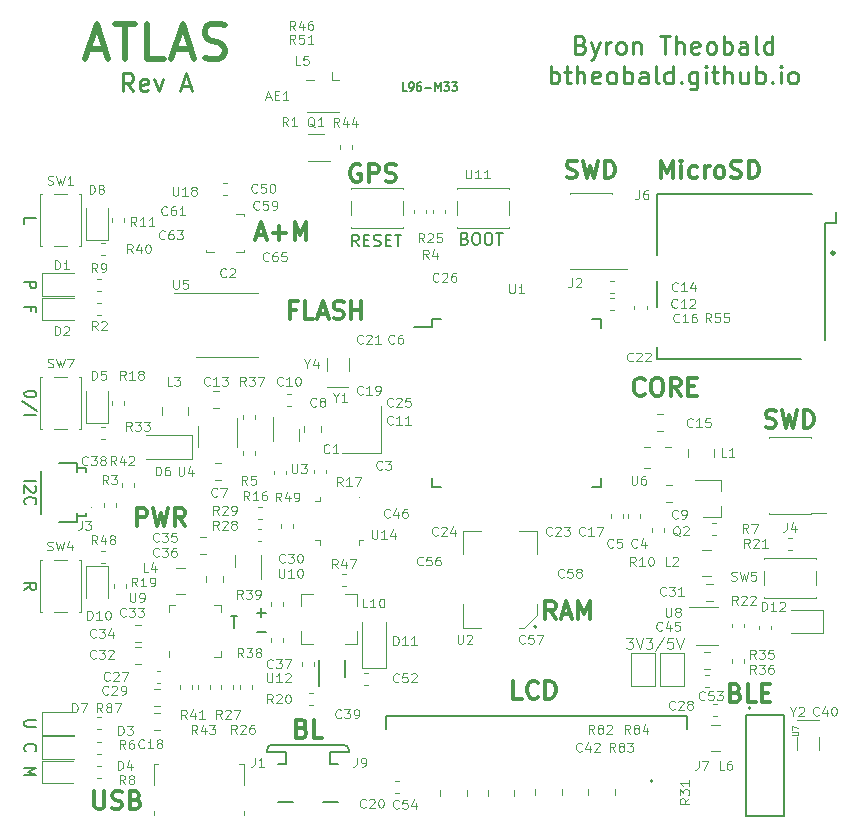
<source format=gbr>
%TF.GenerationSoftware,KiCad,Pcbnew,5.1.9+dfsg1-1~bpo10+1*%
%TF.CreationDate,2021-03-04T00:37:35+00:00*%
%TF.ProjectId,atlas,61746c61-732e-46b6-9963-61645f706362,rev?*%
%TF.SameCoordinates,Original*%
%TF.FileFunction,Legend,Top*%
%TF.FilePolarity,Positive*%
%FSLAX46Y46*%
G04 Gerber Fmt 4.6, Leading zero omitted, Abs format (unit mm)*
G04 Created by KiCad (PCBNEW 5.1.9+dfsg1-1~bpo10+1) date 2021-03-04 00:37:35*
%MOMM*%
%LPD*%
G01*
G04 APERTURE LIST*
%ADD10C,0.120000*%
%ADD11C,0.250000*%
%ADD12C,0.300000*%
%ADD13C,0.500000*%
%ADD14C,0.200000*%
%ADD15C,0.150000*%
%ADD16C,0.127000*%
%ADD17C,0.203200*%
%ADD18C,0.100000*%
%ADD19C,0.015000*%
%ADD20C,0.110000*%
G04 APERTURE END LIST*
D10*
X85310000Y-144897142D02*
X85867142Y-144897142D01*
X85567142Y-145240000D01*
X85695714Y-145240000D01*
X85781428Y-145282857D01*
X85824285Y-145325714D01*
X85867142Y-145411428D01*
X85867142Y-145625714D01*
X85824285Y-145711428D01*
X85781428Y-145754285D01*
X85695714Y-145797142D01*
X85438571Y-145797142D01*
X85352857Y-145754285D01*
X85310000Y-145711428D01*
X86124285Y-144897142D02*
X86424285Y-145797142D01*
X86724285Y-144897142D01*
X86938571Y-144897142D02*
X87495714Y-144897142D01*
X87195714Y-145240000D01*
X87324285Y-145240000D01*
X87410000Y-145282857D01*
X87452857Y-145325714D01*
X87495714Y-145411428D01*
X87495714Y-145625714D01*
X87452857Y-145711428D01*
X87410000Y-145754285D01*
X87324285Y-145797142D01*
X87067142Y-145797142D01*
X86981428Y-145754285D01*
X86938571Y-145711428D01*
X88524285Y-144854285D02*
X87752857Y-146011428D01*
X89252857Y-144897142D02*
X88824285Y-144897142D01*
X88781428Y-145325714D01*
X88824285Y-145282857D01*
X88910000Y-145240000D01*
X89124285Y-145240000D01*
X89210000Y-145282857D01*
X89252857Y-145325714D01*
X89295714Y-145411428D01*
X89295714Y-145625714D01*
X89252857Y-145711428D01*
X89210000Y-145754285D01*
X89124285Y-145797142D01*
X88910000Y-145797142D01*
X88824285Y-145754285D01*
X88781428Y-145711428D01*
X89552857Y-144897142D02*
X89852857Y-145797142D01*
X90152857Y-144897142D01*
D11*
X43560714Y-98603571D02*
X43060714Y-97889285D01*
X42703571Y-98603571D02*
X42703571Y-97103571D01*
X43275000Y-97103571D01*
X43417857Y-97175000D01*
X43489285Y-97246428D01*
X43560714Y-97389285D01*
X43560714Y-97603571D01*
X43489285Y-97746428D01*
X43417857Y-97817857D01*
X43275000Y-97889285D01*
X42703571Y-97889285D01*
X44775000Y-98532142D02*
X44632142Y-98603571D01*
X44346428Y-98603571D01*
X44203571Y-98532142D01*
X44132142Y-98389285D01*
X44132142Y-97817857D01*
X44203571Y-97675000D01*
X44346428Y-97603571D01*
X44632142Y-97603571D01*
X44775000Y-97675000D01*
X44846428Y-97817857D01*
X44846428Y-97960714D01*
X44132142Y-98103571D01*
X45346428Y-97603571D02*
X45703571Y-98603571D01*
X46060714Y-97603571D01*
X47703571Y-98175000D02*
X48417857Y-98175000D01*
X47560714Y-98603571D02*
X48060714Y-97103571D01*
X48560714Y-98603571D01*
X81467857Y-94667857D02*
X81682142Y-94739285D01*
X81753571Y-94810714D01*
X81825000Y-94953571D01*
X81825000Y-95167857D01*
X81753571Y-95310714D01*
X81682142Y-95382142D01*
X81539285Y-95453571D01*
X80967857Y-95453571D01*
X80967857Y-93953571D01*
X81467857Y-93953571D01*
X81610714Y-94025000D01*
X81682142Y-94096428D01*
X81753571Y-94239285D01*
X81753571Y-94382142D01*
X81682142Y-94525000D01*
X81610714Y-94596428D01*
X81467857Y-94667857D01*
X80967857Y-94667857D01*
X82325000Y-94453571D02*
X82682142Y-95453571D01*
X83039285Y-94453571D02*
X82682142Y-95453571D01*
X82539285Y-95810714D01*
X82467857Y-95882142D01*
X82325000Y-95953571D01*
X83610714Y-95453571D02*
X83610714Y-94453571D01*
X83610714Y-94739285D02*
X83682142Y-94596428D01*
X83753571Y-94525000D01*
X83896428Y-94453571D01*
X84039285Y-94453571D01*
X84753571Y-95453571D02*
X84610714Y-95382142D01*
X84539285Y-95310714D01*
X84467857Y-95167857D01*
X84467857Y-94739285D01*
X84539285Y-94596428D01*
X84610714Y-94525000D01*
X84753571Y-94453571D01*
X84967857Y-94453571D01*
X85110714Y-94525000D01*
X85182142Y-94596428D01*
X85253571Y-94739285D01*
X85253571Y-95167857D01*
X85182142Y-95310714D01*
X85110714Y-95382142D01*
X84967857Y-95453571D01*
X84753571Y-95453571D01*
X85896428Y-94453571D02*
X85896428Y-95453571D01*
X85896428Y-94596428D02*
X85967857Y-94525000D01*
X86110714Y-94453571D01*
X86325000Y-94453571D01*
X86467857Y-94525000D01*
X86539285Y-94667857D01*
X86539285Y-95453571D01*
X88182142Y-93953571D02*
X89039285Y-93953571D01*
X88610714Y-95453571D02*
X88610714Y-93953571D01*
X89539285Y-95453571D02*
X89539285Y-93953571D01*
X90182142Y-95453571D02*
X90182142Y-94667857D01*
X90110714Y-94525000D01*
X89967857Y-94453571D01*
X89753571Y-94453571D01*
X89610714Y-94525000D01*
X89539285Y-94596428D01*
X91467857Y-95382142D02*
X91325000Y-95453571D01*
X91039285Y-95453571D01*
X90896428Y-95382142D01*
X90825000Y-95239285D01*
X90825000Y-94667857D01*
X90896428Y-94525000D01*
X91039285Y-94453571D01*
X91325000Y-94453571D01*
X91467857Y-94525000D01*
X91539285Y-94667857D01*
X91539285Y-94810714D01*
X90825000Y-94953571D01*
X92396428Y-95453571D02*
X92253571Y-95382142D01*
X92182142Y-95310714D01*
X92110714Y-95167857D01*
X92110714Y-94739285D01*
X92182142Y-94596428D01*
X92253571Y-94525000D01*
X92396428Y-94453571D01*
X92610714Y-94453571D01*
X92753571Y-94525000D01*
X92825000Y-94596428D01*
X92896428Y-94739285D01*
X92896428Y-95167857D01*
X92825000Y-95310714D01*
X92753571Y-95382142D01*
X92610714Y-95453571D01*
X92396428Y-95453571D01*
X93539285Y-95453571D02*
X93539285Y-93953571D01*
X93539285Y-94525000D02*
X93682142Y-94453571D01*
X93967857Y-94453571D01*
X94110714Y-94525000D01*
X94182142Y-94596428D01*
X94253571Y-94739285D01*
X94253571Y-95167857D01*
X94182142Y-95310714D01*
X94110714Y-95382142D01*
X93967857Y-95453571D01*
X93682142Y-95453571D01*
X93539285Y-95382142D01*
X95539285Y-95453571D02*
X95539285Y-94667857D01*
X95467857Y-94525000D01*
X95325000Y-94453571D01*
X95039285Y-94453571D01*
X94896428Y-94525000D01*
X95539285Y-95382142D02*
X95396428Y-95453571D01*
X95039285Y-95453571D01*
X94896428Y-95382142D01*
X94825000Y-95239285D01*
X94825000Y-95096428D01*
X94896428Y-94953571D01*
X95039285Y-94882142D01*
X95396428Y-94882142D01*
X95539285Y-94810714D01*
X96467857Y-95453571D02*
X96325000Y-95382142D01*
X96253571Y-95239285D01*
X96253571Y-93953571D01*
X97682142Y-95453571D02*
X97682142Y-93953571D01*
X97682142Y-95382142D02*
X97539285Y-95453571D01*
X97253571Y-95453571D01*
X97110714Y-95382142D01*
X97039285Y-95310714D01*
X96967857Y-95167857D01*
X96967857Y-94739285D01*
X97039285Y-94596428D01*
X97110714Y-94525000D01*
X97253571Y-94453571D01*
X97539285Y-94453571D01*
X97682142Y-94525000D01*
X78896428Y-97953571D02*
X78896428Y-96453571D01*
X78896428Y-97025000D02*
X79039285Y-96953571D01*
X79325000Y-96953571D01*
X79467857Y-97025000D01*
X79539285Y-97096428D01*
X79610714Y-97239285D01*
X79610714Y-97667857D01*
X79539285Y-97810714D01*
X79467857Y-97882142D01*
X79325000Y-97953571D01*
X79039285Y-97953571D01*
X78896428Y-97882142D01*
X80039285Y-96953571D02*
X80610714Y-96953571D01*
X80253571Y-96453571D02*
X80253571Y-97739285D01*
X80325000Y-97882142D01*
X80467857Y-97953571D01*
X80610714Y-97953571D01*
X81110714Y-97953571D02*
X81110714Y-96453571D01*
X81753571Y-97953571D02*
X81753571Y-97167857D01*
X81682142Y-97025000D01*
X81539285Y-96953571D01*
X81325000Y-96953571D01*
X81182142Y-97025000D01*
X81110714Y-97096428D01*
X83039285Y-97882142D02*
X82896428Y-97953571D01*
X82610714Y-97953571D01*
X82467857Y-97882142D01*
X82396428Y-97739285D01*
X82396428Y-97167857D01*
X82467857Y-97025000D01*
X82610714Y-96953571D01*
X82896428Y-96953571D01*
X83039285Y-97025000D01*
X83110714Y-97167857D01*
X83110714Y-97310714D01*
X82396428Y-97453571D01*
X83967857Y-97953571D02*
X83825000Y-97882142D01*
X83753571Y-97810714D01*
X83682142Y-97667857D01*
X83682142Y-97239285D01*
X83753571Y-97096428D01*
X83825000Y-97025000D01*
X83967857Y-96953571D01*
X84182142Y-96953571D01*
X84325000Y-97025000D01*
X84396428Y-97096428D01*
X84467857Y-97239285D01*
X84467857Y-97667857D01*
X84396428Y-97810714D01*
X84325000Y-97882142D01*
X84182142Y-97953571D01*
X83967857Y-97953571D01*
X85110714Y-97953571D02*
X85110714Y-96453571D01*
X85110714Y-97025000D02*
X85253571Y-96953571D01*
X85539285Y-96953571D01*
X85682142Y-97025000D01*
X85753571Y-97096428D01*
X85825000Y-97239285D01*
X85825000Y-97667857D01*
X85753571Y-97810714D01*
X85682142Y-97882142D01*
X85539285Y-97953571D01*
X85253571Y-97953571D01*
X85110714Y-97882142D01*
X87110714Y-97953571D02*
X87110714Y-97167857D01*
X87039285Y-97025000D01*
X86896428Y-96953571D01*
X86610714Y-96953571D01*
X86467857Y-97025000D01*
X87110714Y-97882142D02*
X86967857Y-97953571D01*
X86610714Y-97953571D01*
X86467857Y-97882142D01*
X86396428Y-97739285D01*
X86396428Y-97596428D01*
X86467857Y-97453571D01*
X86610714Y-97382142D01*
X86967857Y-97382142D01*
X87110714Y-97310714D01*
X88039285Y-97953571D02*
X87896428Y-97882142D01*
X87825000Y-97739285D01*
X87825000Y-96453571D01*
X89253571Y-97953571D02*
X89253571Y-96453571D01*
X89253571Y-97882142D02*
X89110714Y-97953571D01*
X88825000Y-97953571D01*
X88682142Y-97882142D01*
X88610714Y-97810714D01*
X88539285Y-97667857D01*
X88539285Y-97239285D01*
X88610714Y-97096428D01*
X88682142Y-97025000D01*
X88825000Y-96953571D01*
X89110714Y-96953571D01*
X89253571Y-97025000D01*
X89967857Y-97810714D02*
X90039285Y-97882142D01*
X89967857Y-97953571D01*
X89896428Y-97882142D01*
X89967857Y-97810714D01*
X89967857Y-97953571D01*
X91325000Y-96953571D02*
X91325000Y-98167857D01*
X91253571Y-98310714D01*
X91182142Y-98382142D01*
X91039285Y-98453571D01*
X90825000Y-98453571D01*
X90682142Y-98382142D01*
X91325000Y-97882142D02*
X91182142Y-97953571D01*
X90896428Y-97953571D01*
X90753571Y-97882142D01*
X90682142Y-97810714D01*
X90610714Y-97667857D01*
X90610714Y-97239285D01*
X90682142Y-97096428D01*
X90753571Y-97025000D01*
X90896428Y-96953571D01*
X91182142Y-96953571D01*
X91325000Y-97025000D01*
X92039285Y-97953571D02*
X92039285Y-96953571D01*
X92039285Y-96453571D02*
X91967857Y-96525000D01*
X92039285Y-96596428D01*
X92110714Y-96525000D01*
X92039285Y-96453571D01*
X92039285Y-96596428D01*
X92539285Y-96953571D02*
X93110714Y-96953571D01*
X92753571Y-96453571D02*
X92753571Y-97739285D01*
X92825000Y-97882142D01*
X92967857Y-97953571D01*
X93110714Y-97953571D01*
X93610714Y-97953571D02*
X93610714Y-96453571D01*
X94253571Y-97953571D02*
X94253571Y-97167857D01*
X94182142Y-97025000D01*
X94039285Y-96953571D01*
X93825000Y-96953571D01*
X93682142Y-97025000D01*
X93610714Y-97096428D01*
X95610714Y-96953571D02*
X95610714Y-97953571D01*
X94967857Y-96953571D02*
X94967857Y-97739285D01*
X95039285Y-97882142D01*
X95182142Y-97953571D01*
X95396428Y-97953571D01*
X95539285Y-97882142D01*
X95610714Y-97810714D01*
X96325000Y-97953571D02*
X96325000Y-96453571D01*
X96325000Y-97025000D02*
X96467857Y-96953571D01*
X96753571Y-96953571D01*
X96896428Y-97025000D01*
X96967857Y-97096428D01*
X97039285Y-97239285D01*
X97039285Y-97667857D01*
X96967857Y-97810714D01*
X96896428Y-97882142D01*
X96753571Y-97953571D01*
X96467857Y-97953571D01*
X96325000Y-97882142D01*
X97682142Y-97810714D02*
X97753571Y-97882142D01*
X97682142Y-97953571D01*
X97610714Y-97882142D01*
X97682142Y-97810714D01*
X97682142Y-97953571D01*
X98396428Y-97953571D02*
X98396428Y-96953571D01*
X98396428Y-96453571D02*
X98325000Y-96525000D01*
X98396428Y-96596428D01*
X98467857Y-96525000D01*
X98396428Y-96453571D01*
X98396428Y-96596428D01*
X99325000Y-97953571D02*
X99182142Y-97882142D01*
X99110714Y-97810714D01*
X99039285Y-97667857D01*
X99039285Y-97239285D01*
X99110714Y-97096428D01*
X99182142Y-97025000D01*
X99325000Y-96953571D01*
X99539285Y-96953571D01*
X99682142Y-97025000D01*
X99753571Y-97096428D01*
X99825000Y-97239285D01*
X99825000Y-97667857D01*
X99753571Y-97810714D01*
X99682142Y-97882142D01*
X99539285Y-97953571D01*
X99325000Y-97953571D01*
D12*
X97114285Y-127032142D02*
X97328571Y-127103571D01*
X97685714Y-127103571D01*
X97828571Y-127032142D01*
X97900000Y-126960714D01*
X97971428Y-126817857D01*
X97971428Y-126675000D01*
X97900000Y-126532142D01*
X97828571Y-126460714D01*
X97685714Y-126389285D01*
X97400000Y-126317857D01*
X97257142Y-126246428D01*
X97185714Y-126175000D01*
X97114285Y-126032142D01*
X97114285Y-125889285D01*
X97185714Y-125746428D01*
X97257142Y-125675000D01*
X97400000Y-125603571D01*
X97757142Y-125603571D01*
X97971428Y-125675000D01*
X98471428Y-125603571D02*
X98828571Y-127103571D01*
X99114285Y-126032142D01*
X99400000Y-127103571D01*
X99757142Y-125603571D01*
X100328571Y-127103571D02*
X100328571Y-125603571D01*
X100685714Y-125603571D01*
X100900000Y-125675000D01*
X101042857Y-125817857D01*
X101114285Y-125960714D01*
X101185714Y-126246428D01*
X101185714Y-126460714D01*
X101114285Y-126746428D01*
X101042857Y-126889285D01*
X100900000Y-127032142D01*
X100685714Y-127103571D01*
X100328571Y-127103571D01*
D13*
X39739285Y-95042500D02*
X41167857Y-95042500D01*
X39453571Y-95899642D02*
X40453571Y-92899642D01*
X41453571Y-95899642D01*
X42025000Y-92899642D02*
X43739285Y-92899642D01*
X42882142Y-95899642D02*
X42882142Y-92899642D01*
X46167857Y-95899642D02*
X44739285Y-95899642D01*
X44739285Y-92899642D01*
X47025000Y-95042500D02*
X48453571Y-95042500D01*
X46739285Y-95899642D02*
X47739285Y-92899642D01*
X48739285Y-95899642D01*
X49596428Y-95756785D02*
X50025000Y-95899642D01*
X50739285Y-95899642D01*
X51025000Y-95756785D01*
X51167857Y-95613928D01*
X51310714Y-95328214D01*
X51310714Y-95042500D01*
X51167857Y-94756785D01*
X51025000Y-94613928D01*
X50739285Y-94471071D01*
X50167857Y-94328214D01*
X49882142Y-94185357D01*
X49739285Y-94042500D01*
X49596428Y-93756785D01*
X49596428Y-93471071D01*
X49739285Y-93185357D01*
X49882142Y-93042500D01*
X50167857Y-92899642D01*
X50882142Y-92899642D01*
X51310714Y-93042500D01*
D14*
X34347619Y-131588809D02*
X35347619Y-131588809D01*
X35252380Y-132017380D02*
X35300000Y-132065000D01*
X35347619Y-132160238D01*
X35347619Y-132398333D01*
X35300000Y-132493571D01*
X35252380Y-132541190D01*
X35157142Y-132588809D01*
X35061904Y-132588809D01*
X34919047Y-132541190D01*
X34347619Y-131969761D01*
X34347619Y-132588809D01*
X34442857Y-133588809D02*
X34395238Y-133541190D01*
X34347619Y-133398333D01*
X34347619Y-133303095D01*
X34395238Y-133160238D01*
X34490476Y-133065000D01*
X34585714Y-133017380D01*
X34776190Y-132969761D01*
X34919047Y-132969761D01*
X35109523Y-133017380D01*
X35204761Y-133065000D01*
X35300000Y-133160238D01*
X35347619Y-133303095D01*
X35347619Y-133398333D01*
X35300000Y-133541190D01*
X35252380Y-133588809D01*
D15*
X51814285Y-143052380D02*
X52385714Y-143052380D01*
X52100000Y-144052380D02*
X52100000Y-143052380D01*
X54019047Y-142746428D02*
X54780952Y-142746428D01*
X54400000Y-143127380D02*
X54400000Y-142365476D01*
X54019047Y-144396428D02*
X54780952Y-144396428D01*
D14*
X34871428Y-117192857D02*
X34871428Y-116859523D01*
X34347619Y-116859523D02*
X35347619Y-116859523D01*
X35347619Y-117335714D01*
X34347619Y-114738095D02*
X35347619Y-114738095D01*
X35347619Y-115119047D01*
X35300000Y-115214285D01*
X35252380Y-115261904D01*
X35157142Y-115309523D01*
X35014285Y-115309523D01*
X34919047Y-115261904D01*
X34871428Y-115214285D01*
X34823809Y-115119047D01*
X34823809Y-114738095D01*
X71642857Y-111078571D02*
X71785714Y-111126190D01*
X71833333Y-111173809D01*
X71880952Y-111269047D01*
X71880952Y-111411904D01*
X71833333Y-111507142D01*
X71785714Y-111554761D01*
X71690476Y-111602380D01*
X71309523Y-111602380D01*
X71309523Y-110602380D01*
X71642857Y-110602380D01*
X71738095Y-110650000D01*
X71785714Y-110697619D01*
X71833333Y-110792857D01*
X71833333Y-110888095D01*
X71785714Y-110983333D01*
X71738095Y-111030952D01*
X71642857Y-111078571D01*
X71309523Y-111078571D01*
X72500000Y-110602380D02*
X72690476Y-110602380D01*
X72785714Y-110650000D01*
X72880952Y-110745238D01*
X72928571Y-110935714D01*
X72928571Y-111269047D01*
X72880952Y-111459523D01*
X72785714Y-111554761D01*
X72690476Y-111602380D01*
X72500000Y-111602380D01*
X72404761Y-111554761D01*
X72309523Y-111459523D01*
X72261904Y-111269047D01*
X72261904Y-110935714D01*
X72309523Y-110745238D01*
X72404761Y-110650000D01*
X72500000Y-110602380D01*
X73547619Y-110602380D02*
X73738095Y-110602380D01*
X73833333Y-110650000D01*
X73928571Y-110745238D01*
X73976190Y-110935714D01*
X73976190Y-111269047D01*
X73928571Y-111459523D01*
X73833333Y-111554761D01*
X73738095Y-111602380D01*
X73547619Y-111602380D01*
X73452380Y-111554761D01*
X73357142Y-111459523D01*
X73309523Y-111269047D01*
X73309523Y-110935714D01*
X73357142Y-110745238D01*
X73452380Y-110650000D01*
X73547619Y-110602380D01*
X74261904Y-110602380D02*
X74833333Y-110602380D01*
X74547619Y-111602380D02*
X74547619Y-110602380D01*
X62647619Y-111752380D02*
X62314285Y-111276190D01*
X62076190Y-111752380D02*
X62076190Y-110752380D01*
X62457142Y-110752380D01*
X62552380Y-110800000D01*
X62600000Y-110847619D01*
X62647619Y-110942857D01*
X62647619Y-111085714D01*
X62600000Y-111180952D01*
X62552380Y-111228571D01*
X62457142Y-111276190D01*
X62076190Y-111276190D01*
X63076190Y-111228571D02*
X63409523Y-111228571D01*
X63552380Y-111752380D02*
X63076190Y-111752380D01*
X63076190Y-110752380D01*
X63552380Y-110752380D01*
X63933333Y-111704761D02*
X64076190Y-111752380D01*
X64314285Y-111752380D01*
X64409523Y-111704761D01*
X64457142Y-111657142D01*
X64504761Y-111561904D01*
X64504761Y-111466666D01*
X64457142Y-111371428D01*
X64409523Y-111323809D01*
X64314285Y-111276190D01*
X64123809Y-111228571D01*
X64028571Y-111180952D01*
X63980952Y-111133333D01*
X63933333Y-111038095D01*
X63933333Y-110942857D01*
X63980952Y-110847619D01*
X64028571Y-110800000D01*
X64123809Y-110752380D01*
X64361904Y-110752380D01*
X64504761Y-110800000D01*
X64933333Y-111228571D02*
X65266666Y-111228571D01*
X65409523Y-111752380D02*
X64933333Y-111752380D01*
X64933333Y-110752380D01*
X65409523Y-110752380D01*
X65695238Y-110752380D02*
X66266666Y-110752380D01*
X65980952Y-111752380D02*
X65980952Y-110752380D01*
D12*
X80264285Y-105907142D02*
X80478571Y-105978571D01*
X80835714Y-105978571D01*
X80978571Y-105907142D01*
X81050000Y-105835714D01*
X81121428Y-105692857D01*
X81121428Y-105550000D01*
X81050000Y-105407142D01*
X80978571Y-105335714D01*
X80835714Y-105264285D01*
X80550000Y-105192857D01*
X80407142Y-105121428D01*
X80335714Y-105050000D01*
X80264285Y-104907142D01*
X80264285Y-104764285D01*
X80335714Y-104621428D01*
X80407142Y-104550000D01*
X80550000Y-104478571D01*
X80907142Y-104478571D01*
X81121428Y-104550000D01*
X81621428Y-104478571D02*
X81978571Y-105978571D01*
X82264285Y-104907142D01*
X82550000Y-105978571D01*
X82907142Y-104478571D01*
X83478571Y-105978571D02*
X83478571Y-104478571D01*
X83835714Y-104478571D01*
X84050000Y-104550000D01*
X84192857Y-104692857D01*
X84264285Y-104835714D01*
X84335714Y-105121428D01*
X84335714Y-105335714D01*
X84264285Y-105621428D01*
X84192857Y-105764285D01*
X84050000Y-105907142D01*
X83835714Y-105978571D01*
X83478571Y-105978571D01*
X88242857Y-105978571D02*
X88242857Y-104478571D01*
X88742857Y-105550000D01*
X89242857Y-104478571D01*
X89242857Y-105978571D01*
X89957142Y-105978571D02*
X89957142Y-104978571D01*
X89957142Y-104478571D02*
X89885714Y-104550000D01*
X89957142Y-104621428D01*
X90028571Y-104550000D01*
X89957142Y-104478571D01*
X89957142Y-104621428D01*
X91314285Y-105907142D02*
X91171428Y-105978571D01*
X90885714Y-105978571D01*
X90742857Y-105907142D01*
X90671428Y-105835714D01*
X90600000Y-105692857D01*
X90600000Y-105264285D01*
X90671428Y-105121428D01*
X90742857Y-105050000D01*
X90885714Y-104978571D01*
X91171428Y-104978571D01*
X91314285Y-105050000D01*
X91957142Y-105978571D02*
X91957142Y-104978571D01*
X91957142Y-105264285D02*
X92028571Y-105121428D01*
X92100000Y-105050000D01*
X92242857Y-104978571D01*
X92385714Y-104978571D01*
X93100000Y-105978571D02*
X92957142Y-105907142D01*
X92885714Y-105835714D01*
X92814285Y-105692857D01*
X92814285Y-105264285D01*
X92885714Y-105121428D01*
X92957142Y-105050000D01*
X93100000Y-104978571D01*
X93314285Y-104978571D01*
X93457142Y-105050000D01*
X93528571Y-105121428D01*
X93600000Y-105264285D01*
X93600000Y-105692857D01*
X93528571Y-105835714D01*
X93457142Y-105907142D01*
X93314285Y-105978571D01*
X93100000Y-105978571D01*
X94171428Y-105907142D02*
X94385714Y-105978571D01*
X94742857Y-105978571D01*
X94885714Y-105907142D01*
X94957142Y-105835714D01*
X95028571Y-105692857D01*
X95028571Y-105550000D01*
X94957142Y-105407142D01*
X94885714Y-105335714D01*
X94742857Y-105264285D01*
X94457142Y-105192857D01*
X94314285Y-105121428D01*
X94242857Y-105050000D01*
X94171428Y-104907142D01*
X94171428Y-104764285D01*
X94242857Y-104621428D01*
X94314285Y-104550000D01*
X94457142Y-104478571D01*
X94814285Y-104478571D01*
X95028571Y-104550000D01*
X95671428Y-105978571D02*
X95671428Y-104478571D01*
X96028571Y-104478571D01*
X96242857Y-104550000D01*
X96385714Y-104692857D01*
X96457142Y-104835714D01*
X96528571Y-105121428D01*
X96528571Y-105335714D01*
X96457142Y-105621428D01*
X96385714Y-105764285D01*
X96242857Y-105907142D01*
X96028571Y-105978571D01*
X95671428Y-105978571D01*
X62778571Y-104850000D02*
X62635714Y-104778571D01*
X62421428Y-104778571D01*
X62207142Y-104850000D01*
X62064285Y-104992857D01*
X61992857Y-105135714D01*
X61921428Y-105421428D01*
X61921428Y-105635714D01*
X61992857Y-105921428D01*
X62064285Y-106064285D01*
X62207142Y-106207142D01*
X62421428Y-106278571D01*
X62564285Y-106278571D01*
X62778571Y-106207142D01*
X62850000Y-106135714D01*
X62850000Y-105635714D01*
X62564285Y-105635714D01*
X63492857Y-106278571D02*
X63492857Y-104778571D01*
X64064285Y-104778571D01*
X64207142Y-104850000D01*
X64278571Y-104921428D01*
X64350000Y-105064285D01*
X64350000Y-105278571D01*
X64278571Y-105421428D01*
X64207142Y-105492857D01*
X64064285Y-105564285D01*
X63492857Y-105564285D01*
X64921428Y-106207142D02*
X65135714Y-106278571D01*
X65492857Y-106278571D01*
X65635714Y-106207142D01*
X65707142Y-106135714D01*
X65778571Y-105992857D01*
X65778571Y-105850000D01*
X65707142Y-105707142D01*
X65635714Y-105635714D01*
X65492857Y-105564285D01*
X65207142Y-105492857D01*
X65064285Y-105421428D01*
X64992857Y-105350000D01*
X64921428Y-105207142D01*
X64921428Y-105064285D01*
X64992857Y-104921428D01*
X65064285Y-104850000D01*
X65207142Y-104778571D01*
X65564285Y-104778571D01*
X65778571Y-104850000D01*
X57314285Y-117092857D02*
X56814285Y-117092857D01*
X56814285Y-117878571D02*
X56814285Y-116378571D01*
X57528571Y-116378571D01*
X58814285Y-117878571D02*
X58100000Y-117878571D01*
X58100000Y-116378571D01*
X59242857Y-117450000D02*
X59957142Y-117450000D01*
X59100000Y-117878571D02*
X59600000Y-116378571D01*
X60100000Y-117878571D01*
X60528571Y-117807142D02*
X60742857Y-117878571D01*
X61100000Y-117878571D01*
X61242857Y-117807142D01*
X61314285Y-117735714D01*
X61385714Y-117592857D01*
X61385714Y-117450000D01*
X61314285Y-117307142D01*
X61242857Y-117235714D01*
X61100000Y-117164285D01*
X60814285Y-117092857D01*
X60671428Y-117021428D01*
X60600000Y-116950000D01*
X60528571Y-116807142D01*
X60528571Y-116664285D01*
X60600000Y-116521428D01*
X60671428Y-116450000D01*
X60814285Y-116378571D01*
X61171428Y-116378571D01*
X61385714Y-116450000D01*
X62028571Y-117878571D02*
X62028571Y-116378571D01*
X62028571Y-117092857D02*
X62885714Y-117092857D01*
X62885714Y-117878571D02*
X62885714Y-116378571D01*
X54007142Y-110750000D02*
X54721428Y-110750000D01*
X53864285Y-111178571D02*
X54364285Y-109678571D01*
X54864285Y-111178571D01*
X55364285Y-110607142D02*
X56507142Y-110607142D01*
X55935714Y-111178571D02*
X55935714Y-110035714D01*
X57221428Y-111178571D02*
X57221428Y-109678571D01*
X57721428Y-110750000D01*
X58221428Y-109678571D01*
X58221428Y-111178571D01*
X43875000Y-135403571D02*
X43875000Y-133903571D01*
X44446428Y-133903571D01*
X44589285Y-133975000D01*
X44660714Y-134046428D01*
X44732142Y-134189285D01*
X44732142Y-134403571D01*
X44660714Y-134546428D01*
X44589285Y-134617857D01*
X44446428Y-134689285D01*
X43875000Y-134689285D01*
X45232142Y-133903571D02*
X45589285Y-135403571D01*
X45875000Y-134332142D01*
X46160714Y-135403571D01*
X46517857Y-133903571D01*
X47946428Y-135403571D02*
X47446428Y-134689285D01*
X47089285Y-135403571D02*
X47089285Y-133903571D01*
X47660714Y-133903571D01*
X47803571Y-133975000D01*
X47875000Y-134046428D01*
X47946428Y-134189285D01*
X47946428Y-134403571D01*
X47875000Y-134546428D01*
X47803571Y-134617857D01*
X47660714Y-134689285D01*
X47089285Y-134689285D01*
X86850000Y-124235714D02*
X86778571Y-124307142D01*
X86564285Y-124378571D01*
X86421428Y-124378571D01*
X86207142Y-124307142D01*
X86064285Y-124164285D01*
X85992857Y-124021428D01*
X85921428Y-123735714D01*
X85921428Y-123521428D01*
X85992857Y-123235714D01*
X86064285Y-123092857D01*
X86207142Y-122950000D01*
X86421428Y-122878571D01*
X86564285Y-122878571D01*
X86778571Y-122950000D01*
X86850000Y-123021428D01*
X87778571Y-122878571D02*
X88064285Y-122878571D01*
X88207142Y-122950000D01*
X88350000Y-123092857D01*
X88421428Y-123378571D01*
X88421428Y-123878571D01*
X88350000Y-124164285D01*
X88207142Y-124307142D01*
X88064285Y-124378571D01*
X87778571Y-124378571D01*
X87635714Y-124307142D01*
X87492857Y-124164285D01*
X87421428Y-123878571D01*
X87421428Y-123378571D01*
X87492857Y-123092857D01*
X87635714Y-122950000D01*
X87778571Y-122878571D01*
X89921428Y-124378571D02*
X89421428Y-123664285D01*
X89064285Y-124378571D02*
X89064285Y-122878571D01*
X89635714Y-122878571D01*
X89778571Y-122950000D01*
X89850000Y-123021428D01*
X89921428Y-123164285D01*
X89921428Y-123378571D01*
X89850000Y-123521428D01*
X89778571Y-123592857D01*
X89635714Y-123664285D01*
X89064285Y-123664285D01*
X90564285Y-123592857D02*
X91064285Y-123592857D01*
X91278571Y-124378571D02*
X90564285Y-124378571D01*
X90564285Y-122878571D01*
X91278571Y-122878571D01*
X79314285Y-143278571D02*
X78814285Y-142564285D01*
X78457142Y-143278571D02*
X78457142Y-141778571D01*
X79028571Y-141778571D01*
X79171428Y-141850000D01*
X79242857Y-141921428D01*
X79314285Y-142064285D01*
X79314285Y-142278571D01*
X79242857Y-142421428D01*
X79171428Y-142492857D01*
X79028571Y-142564285D01*
X78457142Y-142564285D01*
X79885714Y-142850000D02*
X80600000Y-142850000D01*
X79742857Y-143278571D02*
X80242857Y-141778571D01*
X80742857Y-143278571D01*
X81242857Y-143278571D02*
X81242857Y-141778571D01*
X81742857Y-142850000D01*
X82242857Y-141778571D01*
X82242857Y-143278571D01*
X94571428Y-149542857D02*
X94785714Y-149614285D01*
X94857142Y-149685714D01*
X94928571Y-149828571D01*
X94928571Y-150042857D01*
X94857142Y-150185714D01*
X94785714Y-150257142D01*
X94642857Y-150328571D01*
X94071428Y-150328571D01*
X94071428Y-148828571D01*
X94571428Y-148828571D01*
X94714285Y-148900000D01*
X94785714Y-148971428D01*
X94857142Y-149114285D01*
X94857142Y-149257142D01*
X94785714Y-149400000D01*
X94714285Y-149471428D01*
X94571428Y-149542857D01*
X94071428Y-149542857D01*
X96285714Y-150328571D02*
X95571428Y-150328571D01*
X95571428Y-148828571D01*
X96785714Y-149542857D02*
X97285714Y-149542857D01*
X97500000Y-150328571D02*
X96785714Y-150328571D01*
X96785714Y-148828571D01*
X97500000Y-148828571D01*
X57850000Y-152542857D02*
X58064285Y-152614285D01*
X58135714Y-152685714D01*
X58207142Y-152828571D01*
X58207142Y-153042857D01*
X58135714Y-153185714D01*
X58064285Y-153257142D01*
X57921428Y-153328571D01*
X57350000Y-153328571D01*
X57350000Y-151828571D01*
X57850000Y-151828571D01*
X57992857Y-151900000D01*
X58064285Y-151971428D01*
X58135714Y-152114285D01*
X58135714Y-152257142D01*
X58064285Y-152400000D01*
X57992857Y-152471428D01*
X57850000Y-152542857D01*
X57350000Y-152542857D01*
X59564285Y-153328571D02*
X58850000Y-153328571D01*
X58850000Y-151828571D01*
X76464285Y-150028571D02*
X75750000Y-150028571D01*
X75750000Y-148528571D01*
X77821428Y-149885714D02*
X77750000Y-149957142D01*
X77535714Y-150028571D01*
X77392857Y-150028571D01*
X77178571Y-149957142D01*
X77035714Y-149814285D01*
X76964285Y-149671428D01*
X76892857Y-149385714D01*
X76892857Y-149171428D01*
X76964285Y-148885714D01*
X77035714Y-148742857D01*
X77178571Y-148600000D01*
X77392857Y-148528571D01*
X77535714Y-148528571D01*
X77750000Y-148600000D01*
X77821428Y-148671428D01*
X78464285Y-150028571D02*
X78464285Y-148528571D01*
X78821428Y-148528571D01*
X79035714Y-148600000D01*
X79178571Y-148742857D01*
X79250000Y-148885714D01*
X79321428Y-149171428D01*
X79321428Y-149385714D01*
X79250000Y-149671428D01*
X79178571Y-149814285D01*
X79035714Y-149957142D01*
X78821428Y-150028571D01*
X78464285Y-150028571D01*
X40257142Y-157878571D02*
X40257142Y-159092857D01*
X40328571Y-159235714D01*
X40400000Y-159307142D01*
X40542857Y-159378571D01*
X40828571Y-159378571D01*
X40971428Y-159307142D01*
X41042857Y-159235714D01*
X41114285Y-159092857D01*
X41114285Y-157878571D01*
X41757142Y-159307142D02*
X41971428Y-159378571D01*
X42328571Y-159378571D01*
X42471428Y-159307142D01*
X42542857Y-159235714D01*
X42614285Y-159092857D01*
X42614285Y-158950000D01*
X42542857Y-158807142D01*
X42471428Y-158735714D01*
X42328571Y-158664285D01*
X42042857Y-158592857D01*
X41900000Y-158521428D01*
X41828571Y-158450000D01*
X41757142Y-158307142D01*
X41757142Y-158164285D01*
X41828571Y-158021428D01*
X41900000Y-157950000D01*
X42042857Y-157878571D01*
X42400000Y-157878571D01*
X42614285Y-157950000D01*
X43757142Y-158592857D02*
X43971428Y-158664285D01*
X44042857Y-158735714D01*
X44114285Y-158878571D01*
X44114285Y-159092857D01*
X44042857Y-159235714D01*
X43971428Y-159307142D01*
X43828571Y-159378571D01*
X43257142Y-159378571D01*
X43257142Y-157878571D01*
X43757142Y-157878571D01*
X43900000Y-157950000D01*
X43971428Y-158021428D01*
X44042857Y-158164285D01*
X44042857Y-158307142D01*
X43971428Y-158450000D01*
X43900000Y-158521428D01*
X43757142Y-158592857D01*
X43257142Y-158592857D01*
D14*
X34347619Y-140819523D02*
X34823809Y-140486190D01*
X34347619Y-140248095D02*
X35347619Y-140248095D01*
X35347619Y-140629047D01*
X35300000Y-140724285D01*
X35252380Y-140771904D01*
X35157142Y-140819523D01*
X35014285Y-140819523D01*
X34919047Y-140771904D01*
X34871428Y-140724285D01*
X34823809Y-140629047D01*
X34823809Y-140248095D01*
X35347619Y-124190476D02*
X35347619Y-124285714D01*
X35300000Y-124380952D01*
X35252380Y-124428571D01*
X35157142Y-124476190D01*
X34966666Y-124523809D01*
X34728571Y-124523809D01*
X34538095Y-124476190D01*
X34442857Y-124428571D01*
X34395238Y-124380952D01*
X34347619Y-124285714D01*
X34347619Y-124190476D01*
X34395238Y-124095238D01*
X34442857Y-124047619D01*
X34538095Y-124000000D01*
X34728571Y-123952380D01*
X34966666Y-123952380D01*
X35157142Y-124000000D01*
X35252380Y-124047619D01*
X35300000Y-124095238D01*
X35347619Y-124190476D01*
X35395238Y-125666666D02*
X34109523Y-124809523D01*
X34347619Y-126000000D02*
X35347619Y-126000000D01*
X34347619Y-109809523D02*
X34347619Y-109333333D01*
X35347619Y-109333333D01*
X34347619Y-155876666D02*
X35347619Y-155876666D01*
X34633333Y-156210000D01*
X35347619Y-156543333D01*
X34347619Y-156543333D01*
X34442857Y-154487523D02*
X34395238Y-154439904D01*
X34347619Y-154297047D01*
X34347619Y-154201809D01*
X34395238Y-154058952D01*
X34490476Y-153963714D01*
X34585714Y-153916095D01*
X34776190Y-153868476D01*
X34919047Y-153868476D01*
X35109523Y-153916095D01*
X35204761Y-153963714D01*
X35300000Y-154058952D01*
X35347619Y-154201809D01*
X35347619Y-154297047D01*
X35300000Y-154439904D01*
X35252380Y-154487523D01*
X35347619Y-151860285D02*
X34538095Y-151860285D01*
X34442857Y-151907904D01*
X34395238Y-151955523D01*
X34347619Y-152050761D01*
X34347619Y-152241238D01*
X34395238Y-152336476D01*
X34442857Y-152384095D01*
X34538095Y-152431714D01*
X35347619Y-152431714D01*
D16*
%TO.C,U7*%
X98650000Y-151450000D02*
X98650000Y-160000000D01*
X98650000Y-160000000D02*
X95400000Y-160000000D01*
X95400000Y-160000000D02*
X95400000Y-151450000D01*
X95400000Y-151450000D02*
X98650000Y-151450000D01*
D14*
X95825000Y-150825000D02*
G75*
G03*
X95825000Y-150825000I-100000J0D01*
G01*
D10*
%TO.C,R24*%
X85700000Y-146200000D02*
X87700000Y-146200000D01*
X85700000Y-149000000D02*
X85700000Y-146200000D01*
X87700000Y-149000000D02*
X85700000Y-149000000D01*
X87700000Y-146200000D02*
X87700000Y-149000000D01*
%TO.C,R23*%
X88200000Y-146200000D02*
X90200000Y-146200000D01*
X88200000Y-149000000D02*
X88200000Y-146200000D01*
X90200000Y-149000000D02*
X88200000Y-149000000D01*
X90200000Y-146200000D02*
X90200000Y-149000000D01*
%TO.C,R17*%
X59910000Y-130962779D02*
X59910000Y-130637221D01*
X58890000Y-130962779D02*
X58890000Y-130637221D01*
%TO.C,R16*%
X56460000Y-131050279D02*
X56460000Y-130724721D01*
X55440000Y-131050279D02*
X55440000Y-130724721D01*
%TO.C,R10*%
X88530000Y-135952779D02*
X88530000Y-135627221D01*
X87510000Y-135952779D02*
X87510000Y-135627221D01*
%TO.C,R44*%
X62060000Y-103187221D02*
X62060000Y-103512779D01*
X61040000Y-103187221D02*
X61040000Y-103512779D01*
%TO.C,Q1*%
X58350000Y-104510000D02*
X60250000Y-104510000D01*
X59750000Y-102190000D02*
X58350000Y-102190000D01*
%TO.C,AE1*%
X60970000Y-100370000D02*
X58270000Y-100370000D01*
X60380000Y-97650000D02*
X60380000Y-97020000D01*
X58220000Y-97650000D02*
X58860000Y-97650000D01*
X61020000Y-97650000D02*
X60380000Y-97650000D01*
%TO.C,D12*%
X99280000Y-144490000D02*
X101965000Y-144490000D01*
X101965000Y-144490000D02*
X101965000Y-142570000D01*
X101965000Y-142570000D02*
X99280000Y-142570000D01*
%TO.C,R7*%
X92905279Y-136210000D02*
X92579721Y-136210000D01*
X92905279Y-135190000D02*
X92579721Y-135190000D01*
%TO.C,Q2*%
X93290000Y-134690000D02*
X93290000Y-133760000D01*
X93290000Y-131530000D02*
X93290000Y-132460000D01*
X93290000Y-131530000D02*
X91130000Y-131530000D01*
X93290000Y-134690000D02*
X91830000Y-134690000D01*
%TO.C,J4*%
X100925000Y-134395000D02*
X97395000Y-134395000D01*
X100925000Y-127925000D02*
X97395000Y-127925000D01*
X102250000Y-134330000D02*
X100925000Y-134330000D01*
X100925000Y-134395000D02*
X100925000Y-134330000D01*
X97395000Y-134395000D02*
X97395000Y-134330000D01*
X100925000Y-127990000D02*
X100925000Y-127925000D01*
X97395000Y-127990000D02*
X97395000Y-127925000D01*
%TO.C,R21*%
X98987221Y-136400000D02*
X99312779Y-136400000D01*
X98987221Y-137420000D02*
X99312779Y-137420000D01*
%TO.C,SW5*%
X101370000Y-138230000D02*
X101370000Y-138110000D01*
X101370000Y-140380000D02*
X101370000Y-139240000D01*
X101370000Y-141510000D02*
X101370000Y-141390000D01*
X96970000Y-141510000D02*
X101370000Y-141510000D01*
X96970000Y-141390000D02*
X96970000Y-141510000D01*
X96970000Y-139240000D02*
X96970000Y-140380000D01*
X96970000Y-138110000D02*
X96970000Y-138230000D01*
X101370000Y-138110000D02*
X96970000Y-138110000D01*
%TO.C,R22*%
X96540000Y-144182779D02*
X96540000Y-143857221D01*
X97560000Y-144182779D02*
X97560000Y-143857221D01*
%TO.C,C28*%
X93012779Y-151510000D02*
X92687221Y-151510000D01*
X93012779Y-150490000D02*
X92687221Y-150490000D01*
%TO.C,Y2*%
X101630000Y-153245000D02*
X101630000Y-154345000D01*
X99730000Y-153245000D02*
X99730000Y-154345000D01*
X101580000Y-151845000D02*
X99780000Y-151845000D01*
%TO.C,L6*%
X92500000Y-152300000D02*
X93200000Y-152300000D01*
X92500000Y-154500000D02*
X93200000Y-154500000D01*
D15*
%TO.C,U1*%
X68885000Y-117905000D02*
X68885000Y-118555000D01*
X83135000Y-117905000D02*
X83135000Y-118665000D01*
X83135000Y-132155000D02*
X83135000Y-131395000D01*
X68885000Y-132155000D02*
X68885000Y-131395000D01*
X68885000Y-117905000D02*
X69645000Y-117905000D01*
X68885000Y-132155000D02*
X69645000Y-132155000D01*
X83135000Y-132155000D02*
X82375000Y-132155000D01*
X83135000Y-117905000D02*
X82375000Y-117905000D01*
X68885000Y-118555000D02*
X67360000Y-118555000D01*
D10*
%TO.C,C53*%
X91972221Y-148070000D02*
X92297779Y-148070000D01*
X91972221Y-149090000D02*
X92297779Y-149090000D01*
D14*
%TO.C,J7*%
X87550000Y-157002000D02*
G75*
G03*
X87550000Y-157002000I-100000J0D01*
G01*
D16*
X64985000Y-151475000D02*
X64985000Y-152625000D01*
X90415000Y-151475000D02*
X64985000Y-151475000D01*
X90415000Y-152625000D02*
X90415000Y-151475000D01*
D17*
%TO.C,J9*%
X60200000Y-155550000D02*
X60900000Y-155550000D01*
X60200000Y-154550000D02*
X60200000Y-155550000D01*
X61800000Y-154550000D02*
X60200000Y-154550000D01*
X61800000Y-154350000D02*
X61800000Y-154550000D01*
X55300000Y-153950000D02*
X61400000Y-153950000D01*
X54900000Y-154550000D02*
X54900000Y-154350000D01*
X56500000Y-154550000D02*
X54900000Y-154550000D01*
X56500000Y-155550000D02*
X56500000Y-154550000D01*
X55800000Y-155550000D02*
X56500000Y-155550000D01*
X57100000Y-158750000D02*
X55800000Y-158750000D01*
X60900000Y-158750000D02*
X59600000Y-158750000D01*
X54900000Y-154350000D02*
G75*
G02*
X55300000Y-153950000I400000J0D01*
G01*
X61400000Y-153950000D02*
G75*
G02*
X61800000Y-154350000I0J-400000D01*
G01*
D10*
%TO.C,C18*%
X45808578Y-151240000D02*
X45291422Y-151240000D01*
X45808578Y-152660000D02*
X45291422Y-152660000D01*
%TO.C,R3*%
X41080000Y-133487221D02*
X41080000Y-133812779D01*
X42100000Y-133487221D02*
X42100000Y-133812779D01*
%TO.C,Y1*%
X64522000Y-129254000D02*
X64522000Y-125254000D01*
X61222000Y-129254000D02*
X64522000Y-129254000D01*
%TO.C,Y4*%
X59984000Y-123667000D02*
X61784000Y-123667000D01*
X61834000Y-122267000D02*
X61834000Y-121167000D01*
X59934000Y-122267000D02*
X59934000Y-121167000D01*
D18*
%TO.C,J3*%
X40080000Y-133815000D02*
G75*
G03*
X40080000Y-133815000I-50000J0D01*
G01*
D16*
X39560000Y-134615000D02*
X39560000Y-134285000D01*
X38830000Y-134615000D02*
X39560000Y-134615000D01*
X39560000Y-130515000D02*
X39560000Y-130845000D01*
X38830000Y-130515000D02*
X39560000Y-130515000D01*
X38830000Y-135065000D02*
X37250000Y-135065000D01*
X38830000Y-134615000D02*
X38830000Y-135065000D01*
X38830000Y-134285000D02*
X38830000Y-134615000D01*
X35730000Y-130765000D02*
X35730000Y-134365000D01*
X38830000Y-130065000D02*
X37250000Y-130065000D01*
X38830000Y-130515000D02*
X38830000Y-130065000D01*
X38830000Y-130845000D02*
X38830000Y-130515000D01*
D12*
%TO.C,J6*%
X102900000Y-112300000D02*
G75*
G03*
X102900000Y-112300000I-100000J0D01*
G01*
D16*
X87900000Y-116900000D02*
X87900000Y-114700000D01*
X87900000Y-107300000D02*
X87900000Y-112500000D01*
X101000000Y-107300000D02*
X87900000Y-107300000D01*
X103100000Y-109800000D02*
X103100000Y-108800000D01*
X102100000Y-109800000D02*
X103100000Y-109800000D01*
X102100000Y-119700000D02*
X102100000Y-109800000D01*
X87900000Y-121300000D02*
X100100000Y-121300000D01*
X87900000Y-120300000D02*
X87900000Y-121300000D01*
D10*
%TO.C,U6*%
X88820000Y-130840000D02*
G75*
G03*
X88820000Y-130840000I-50000J0D01*
G01*
X89130000Y-128730000D02*
X88605000Y-128730000D01*
X87320000Y-130550000D02*
X86795000Y-130550000D01*
X86810000Y-128730000D02*
X87335000Y-128730000D01*
%TO.C,SW3*%
X61960000Y-110200000D02*
X66360000Y-110200000D01*
X66360000Y-110200000D02*
X66360000Y-110080000D01*
X66360000Y-109070000D02*
X66360000Y-107930000D01*
X66360000Y-106920000D02*
X66360000Y-106800000D01*
X66360000Y-106800000D02*
X61960000Y-106800000D01*
X61960000Y-106800000D02*
X61960000Y-106920000D01*
X61960000Y-107930000D02*
X61960000Y-109070000D01*
X61960000Y-110080000D02*
X61960000Y-110200000D01*
%TO.C,SW7*%
X39100000Y-127200000D02*
X39100000Y-122800000D01*
X39100000Y-122800000D02*
X38980000Y-122800000D01*
X37970000Y-122800000D02*
X36830000Y-122800000D01*
X35820000Y-122800000D02*
X35700000Y-122800000D01*
X35700000Y-122800000D02*
X35700000Y-127200000D01*
X35700000Y-127200000D02*
X35820000Y-127200000D01*
X36830000Y-127200000D02*
X37970000Y-127200000D01*
X38980000Y-127200000D02*
X39100000Y-127200000D01*
%TO.C,SW4*%
X35700000Y-138310000D02*
X35700000Y-142710000D01*
X35700000Y-142710000D02*
X35820000Y-142710000D01*
X36830000Y-142710000D02*
X37970000Y-142710000D01*
X38980000Y-142710000D02*
X39100000Y-142710000D01*
X39100000Y-142710000D02*
X39100000Y-138310000D01*
X39100000Y-138310000D02*
X38980000Y-138310000D01*
X37970000Y-138310000D02*
X36830000Y-138310000D01*
X35820000Y-138310000D02*
X35700000Y-138310000D01*
%TO.C,SW2*%
X75360000Y-106800000D02*
X70960000Y-106800000D01*
X70960000Y-106800000D02*
X70960000Y-106920000D01*
X70960000Y-107930000D02*
X70960000Y-109070000D01*
X70960000Y-110080000D02*
X70960000Y-110200000D01*
X70960000Y-110200000D02*
X75360000Y-110200000D01*
X75360000Y-110200000D02*
X75360000Y-110080000D01*
X75360000Y-109070000D02*
X75360000Y-107930000D01*
X75360000Y-106920000D02*
X75360000Y-106800000D01*
%TO.C,SW1*%
X35700000Y-107300000D02*
X35700000Y-111700000D01*
X35700000Y-111700000D02*
X35820000Y-111700000D01*
X36830000Y-111700000D02*
X37970000Y-111700000D01*
X38980000Y-111700000D02*
X39100000Y-111700000D01*
X39100000Y-111700000D02*
X39100000Y-107300000D01*
X39100000Y-107300000D02*
X38980000Y-107300000D01*
X37970000Y-107300000D02*
X36830000Y-107300000D01*
X35820000Y-107300000D02*
X35700000Y-107300000D01*
%TO.C,U18*%
X52300000Y-109015000D02*
X52975000Y-109015000D01*
X52975000Y-109015000D02*
X52975000Y-109190000D01*
X52300000Y-112235000D02*
X52975000Y-112235000D01*
X52975000Y-112235000D02*
X52975000Y-112060000D01*
X50430000Y-112235000D02*
X49755000Y-112235000D01*
X49755000Y-112235000D02*
X49755000Y-112060000D01*
%TO.C,U5*%
X51515000Y-115670000D02*
X47040000Y-115670000D01*
X51515000Y-115670000D02*
X54140000Y-115670000D01*
X51515000Y-121130000D02*
X48890000Y-121130000D01*
X51515000Y-121130000D02*
X54140000Y-121130000D01*
%TO.C,U14*%
X62635000Y-136995000D02*
X62635000Y-136645000D01*
X62635000Y-136645000D02*
X62985000Y-136645000D01*
X59335000Y-136995000D02*
X59335000Y-136645000D01*
X59335000Y-136645000D02*
X58985000Y-136645000D01*
X59335000Y-132995000D02*
X59335000Y-133345000D01*
X59335000Y-133345000D02*
X58985000Y-133345000D01*
X62635000Y-132995000D02*
X62635000Y-132995000D01*
%TO.C,C50*%
X51517779Y-107430000D02*
X51192221Y-107430000D01*
X51517779Y-106410000D02*
X51192221Y-106410000D01*
%TO.C,R33*%
X40857221Y-128020000D02*
X41182779Y-128020000D01*
X40857221Y-127000000D02*
X41182779Y-127000000D01*
%TO.C,R18*%
X42810000Y-125162779D02*
X42810000Y-124837221D01*
X41790000Y-125162779D02*
X41790000Y-124837221D01*
%TO.C,D5*%
X39535000Y-124020000D02*
X39535000Y-126705000D01*
X39535000Y-126705000D02*
X41455000Y-126705000D01*
X41455000Y-126705000D02*
X41455000Y-124020000D01*
%TO.C,J2*%
X84065000Y-113685000D02*
X80535000Y-113685000D01*
X84065000Y-107215000D02*
X80535000Y-107215000D01*
X85390000Y-113620000D02*
X84065000Y-113620000D01*
X84065000Y-113685000D02*
X84065000Y-113620000D01*
X80535000Y-113685000D02*
X80535000Y-113620000D01*
X84065000Y-107280000D02*
X84065000Y-107215000D01*
X80535000Y-107280000D02*
X80535000Y-107215000D01*
%TO.C,R55*%
X86000000Y-117085279D02*
X86000000Y-116759721D01*
X87020000Y-117085279D02*
X87020000Y-116759721D01*
%TO.C,C31*%
X92091422Y-140365000D02*
X92608578Y-140365000D01*
X92091422Y-141785000D02*
X92608578Y-141785000D01*
%TO.C,C8*%
X58030000Y-126941422D02*
X58030000Y-127458578D01*
X59450000Y-126941422D02*
X59450000Y-127458578D01*
%TO.C,C45*%
X92393578Y-146075000D02*
X91876422Y-146075000D01*
X92393578Y-147495000D02*
X91876422Y-147495000D01*
%TO.C,C29*%
X45808578Y-150680000D02*
X45291422Y-150680000D01*
X45808578Y-149260000D02*
X45291422Y-149260000D01*
%TO.C,D10*%
X39535000Y-138845000D02*
X39535000Y-141530000D01*
X41455000Y-138845000D02*
X39535000Y-138845000D01*
X41455000Y-141530000D02*
X41455000Y-138845000D01*
%TO.C,D8*%
X39535000Y-108480000D02*
X39535000Y-111165000D01*
X39535000Y-111165000D02*
X41455000Y-111165000D01*
X41455000Y-111165000D02*
X41455000Y-108480000D01*
%TO.C,U9*%
X46575000Y-146535000D02*
X46575000Y-145985000D01*
X50975000Y-146535000D02*
X50975000Y-145985000D01*
X50425000Y-146535000D02*
X50975000Y-146535000D01*
X46575000Y-142135000D02*
X46575000Y-142685000D01*
X47125000Y-142135000D02*
X46575000Y-142135000D01*
X50975000Y-142135000D02*
X50425000Y-142135000D01*
X50975000Y-142685000D02*
X50975000Y-142135000D01*
%TO.C,U3*%
X55374000Y-126232000D02*
X55374000Y-128232000D01*
X57594000Y-127232000D02*
X57594000Y-128232000D01*
%TO.C,R37*%
X52860000Y-126342779D02*
X52860000Y-126017221D01*
X53880000Y-126342779D02*
X53880000Y-126017221D01*
%TO.C,R6*%
X40832779Y-153720000D02*
X40507221Y-153720000D01*
X40832779Y-154740000D02*
X40507221Y-154740000D01*
%TO.C,R2*%
X40832779Y-116550000D02*
X40507221Y-116550000D01*
X40832779Y-117570000D02*
X40507221Y-117570000D01*
%TO.C,D11*%
X62925000Y-147410000D02*
X62925000Y-143510000D01*
X64925000Y-147410000D02*
X64925000Y-143510000D01*
X62925000Y-147410000D02*
X64925000Y-147410000D01*
%TO.C,D6*%
X48500000Y-129750000D02*
X44600000Y-129750000D01*
X48500000Y-127750000D02*
X44600000Y-127750000D01*
X48500000Y-129750000D02*
X48500000Y-127750000D01*
%TO.C,D3*%
X35819000Y-155150000D02*
X38504000Y-155150000D01*
X35819000Y-153230000D02*
X35819000Y-155150000D01*
X38504000Y-153230000D02*
X35819000Y-153230000D01*
%TO.C,D2*%
X35819000Y-118010000D02*
X38504000Y-118010000D01*
X35819000Y-116090000D02*
X35819000Y-118010000D01*
X38504000Y-116090000D02*
X35819000Y-116090000D01*
%TO.C,R20*%
X58762779Y-150570000D02*
X58437221Y-150570000D01*
X58762779Y-149550000D02*
X58437221Y-149550000D01*
%TO.C,R87*%
X40832779Y-152640000D02*
X40507221Y-152640000D01*
X40832779Y-151620000D02*
X40507221Y-151620000D01*
%TO.C,R49*%
X57080000Y-135287221D02*
X57080000Y-135612779D01*
X56060000Y-135287221D02*
X56060000Y-135612779D01*
%TO.C,R48*%
X40847221Y-137540000D02*
X41172779Y-137540000D01*
X40847221Y-138560000D02*
X41172779Y-138560000D01*
%TO.C,R47*%
X61537779Y-140495000D02*
X61212221Y-140495000D01*
X61537779Y-139475000D02*
X61212221Y-139475000D01*
%TO.C,R43*%
X50040000Y-148857221D02*
X50040000Y-149182779D01*
X49020000Y-148857221D02*
X49020000Y-149182779D01*
%TO.C,R42*%
X42570000Y-132092779D02*
X42570000Y-131767221D01*
X43590000Y-132092779D02*
X43590000Y-131767221D01*
%TO.C,R41*%
X48560000Y-148857221D02*
X48560000Y-149182779D01*
X47540000Y-148857221D02*
X47540000Y-149182779D01*
%TO.C,R40*%
X40857221Y-111450000D02*
X41182779Y-111450000D01*
X40857221Y-112470000D02*
X41182779Y-112470000D01*
%TO.C,R39*%
X55190000Y-142212779D02*
X55190000Y-141887221D01*
X56210000Y-142212779D02*
X56210000Y-141887221D01*
%TO.C,R38*%
X55190000Y-145242779D02*
X55190000Y-144917221D01*
X56210000Y-145242779D02*
X56210000Y-144917221D01*
%TO.C,R36*%
X94285000Y-146712221D02*
X94285000Y-147037779D01*
X95305000Y-146712221D02*
X95305000Y-147037779D01*
%TO.C,R35*%
X94285000Y-143687221D02*
X94285000Y-144012779D01*
X95305000Y-143687221D02*
X95305000Y-144012779D01*
%TO.C,R29*%
X54425279Y-134805000D02*
X54099721Y-134805000D01*
X54425279Y-133785000D02*
X54099721Y-133785000D01*
%TO.C,R28*%
X54412779Y-136705000D02*
X54087221Y-136705000D01*
X54412779Y-135685000D02*
X54087221Y-135685000D01*
%TO.C,R27*%
X51980000Y-148877221D02*
X51980000Y-149202779D01*
X50960000Y-148877221D02*
X50960000Y-149202779D01*
%TO.C,R26*%
X53620000Y-148877221D02*
X53620000Y-149202779D01*
X52600000Y-148877221D02*
X52600000Y-149202779D01*
%TO.C,R25*%
X67356666Y-108952779D02*
X67356666Y-108627221D01*
X68376666Y-108952779D02*
X68376666Y-108627221D01*
%TO.C,R19*%
X42910000Y-140347221D02*
X42910000Y-140672779D01*
X41890000Y-140347221D02*
X41890000Y-140672779D01*
%TO.C,R11*%
X41765000Y-109662779D02*
X41765000Y-109337221D01*
X42785000Y-109662779D02*
X42785000Y-109337221D01*
%TO.C,R9*%
X40832779Y-115520000D02*
X40507221Y-115520000D01*
X40832779Y-114500000D02*
X40507221Y-114500000D01*
%TO.C,R8*%
X40822779Y-156780000D02*
X40497221Y-156780000D01*
X40822779Y-155760000D02*
X40497221Y-155760000D01*
%TO.C,R5*%
X53880000Y-129392779D02*
X53880000Y-129067221D01*
X52860000Y-129392779D02*
X52860000Y-129067221D01*
%TO.C,R4*%
X68943332Y-108952779D02*
X68943332Y-108627221D01*
X69963332Y-108952779D02*
X69963332Y-108627221D01*
%TO.C,L10*%
X57740000Y-141150000D02*
X57740000Y-142175000D01*
X57740000Y-141150000D02*
X58765000Y-141150000D01*
X62510000Y-141150000D02*
X61485000Y-141150000D01*
X62510000Y-141150000D02*
X62510000Y-142175000D01*
X62510000Y-145370000D02*
X62510000Y-144345000D01*
X57740000Y-145370000D02*
X57740000Y-144345000D01*
X62510000Y-145370000D02*
X61485000Y-145370000D01*
X57740000Y-145370000D02*
X58765000Y-145370000D01*
%TO.C,J1*%
X52910000Y-155540000D02*
X52530000Y-155540000D01*
X52910000Y-159590000D02*
X52910000Y-159850000D01*
X52910000Y-155540000D02*
X52910000Y-157310000D01*
X45290000Y-155540000D02*
X45670000Y-155540000D01*
X45290000Y-157310000D02*
X45290000Y-155540000D01*
X45290000Y-159850000D02*
X45290000Y-159590000D01*
D15*
%TO.C,U12*%
X61525000Y-148210000D02*
X61525000Y-146760000D01*
X59325000Y-148935000D02*
X59325000Y-146760000D01*
D10*
%TO.C,U10*%
X54375000Y-139885000D02*
X54375000Y-137885000D01*
X52155000Y-138885000D02*
X52155000Y-137885000D01*
%TO.C,U8*%
X93035000Y-142275000D02*
X90585000Y-142275000D01*
X91235000Y-145495000D02*
X93035000Y-145495000D01*
%TO.C,L4*%
X47211000Y-138997000D02*
X47911000Y-138997000D01*
X47211000Y-141197000D02*
X47911000Y-141197000D01*
%TO.C,L3*%
X48200000Y-126050000D02*
X48200000Y-125350000D01*
X46000000Y-126050000D02*
X46000000Y-125350000D01*
%TO.C,L2*%
X92450000Y-137425000D02*
X91750000Y-137425000D01*
X92450000Y-139625000D02*
X91750000Y-139625000D01*
%TO.C,L1*%
X90500000Y-129590000D02*
X90500000Y-128890000D01*
X92700000Y-129590000D02*
X92700000Y-128890000D01*
%TO.C,C37*%
X57815000Y-147272779D02*
X57815000Y-146947221D01*
X58835000Y-147272779D02*
X58835000Y-146947221D01*
%TO.C,C36*%
X49740000Y-140153578D02*
X49740000Y-139636422D01*
X51160000Y-140153578D02*
X51160000Y-139636422D01*
%TO.C,C35*%
X49191422Y-136389000D02*
X49708578Y-136389000D01*
X49191422Y-137809000D02*
X49708578Y-137809000D01*
%TO.C,C34*%
X44238578Y-145210000D02*
X43721422Y-145210000D01*
X44238578Y-143790000D02*
X43721422Y-143790000D01*
%TO.C,C32*%
X44238578Y-147120000D02*
X43721422Y-147120000D01*
X44238578Y-145700000D02*
X43721422Y-145700000D01*
%TO.C,C15*%
X88421078Y-127360000D02*
X87903922Y-127360000D01*
X88421078Y-125940000D02*
X87903922Y-125940000D01*
%TO.C,C14*%
X83917221Y-114670000D02*
X84242779Y-114670000D01*
X83917221Y-115690000D02*
X84242779Y-115690000D01*
%TO.C,C12*%
X83917221Y-116130000D02*
X84242779Y-116130000D01*
X83917221Y-117150000D02*
X84242779Y-117150000D01*
%TO.C,C9*%
X89198578Y-133390000D02*
X88681422Y-133390000D01*
X89198578Y-131970000D02*
X88681422Y-131970000D01*
%TO.C,C5*%
X85000000Y-134427221D02*
X85000000Y-134752779D01*
X83980000Y-134427221D02*
X83980000Y-134752779D01*
%TO.C,C4*%
X86460000Y-134427221D02*
X86460000Y-134752779D01*
X85440000Y-134427221D02*
X85440000Y-134752779D01*
%TO.C,C20*%
X66075279Y-158020000D02*
X65749721Y-158020000D01*
X66075279Y-157000000D02*
X65749721Y-157000000D01*
%TO.C,C13*%
X50336422Y-125404000D02*
X50853578Y-125404000D01*
X50336422Y-123984000D02*
X50853578Y-123984000D01*
%TO.C,C7*%
X50461422Y-131504000D02*
X50978578Y-131504000D01*
X50461422Y-130084000D02*
X50978578Y-130084000D01*
%TO.C,U4*%
X52305000Y-128719000D02*
X52305000Y-126269000D01*
X49085000Y-126919000D02*
X49085000Y-128719000D01*
%TO.C,U2*%
X72985000Y-144060000D02*
X71485000Y-144060000D01*
X71485000Y-144060000D02*
X71485000Y-142060000D01*
X72985000Y-144060000D02*
X71485000Y-144060000D01*
X71485000Y-144060000D02*
X71485000Y-142060000D01*
X72985000Y-135820000D02*
X71485000Y-135820000D01*
X71485000Y-135820000D02*
X71485000Y-137820000D01*
X72985000Y-144060000D02*
X71485000Y-144060000D01*
X71485000Y-144060000D02*
X71485000Y-142060000D01*
X76225000Y-135820000D02*
X77725000Y-135820000D01*
X77725000Y-135820000D02*
X77725000Y-137820000D01*
X76225000Y-144060000D02*
X76605000Y-144060000D01*
X76605000Y-144060000D02*
X77725000Y-142940000D01*
X77725000Y-142940000D02*
X77725000Y-142060000D01*
D14*
X77705000Y-143940000D02*
G75*
G03*
X77705000Y-143940000I-100000J0D01*
G01*
D10*
%TO.C,RN4*%
X82060000Y-157725000D02*
X82060000Y-158225000D01*
X84340000Y-157725000D02*
X84340000Y-158225000D01*
%TO.C,RN3*%
X77560000Y-157725000D02*
X77560000Y-158225000D01*
X79840000Y-157725000D02*
X79840000Y-158225000D01*
%TO.C,RN2*%
X73560000Y-157750000D02*
X73560000Y-158250000D01*
X75840000Y-157750000D02*
X75840000Y-158250000D01*
%TO.C,RN1*%
X69560000Y-157750000D02*
X69560000Y-158250000D01*
X71840000Y-157750000D02*
X71840000Y-158250000D01*
%TO.C,D7*%
X38504000Y-151180000D02*
X35819000Y-151180000D01*
X35819000Y-151180000D02*
X35819000Y-153100000D01*
X35819000Y-153100000D02*
X38504000Y-153100000D01*
%TO.C,D4*%
X38494000Y-155280000D02*
X35809000Y-155280000D01*
X35809000Y-155280000D02*
X35809000Y-157200000D01*
X35809000Y-157200000D02*
X38494000Y-157200000D01*
%TO.C,D1*%
X38504000Y-114040000D02*
X35819000Y-114040000D01*
X35819000Y-114040000D02*
X35819000Y-115960000D01*
X35819000Y-115960000D02*
X38504000Y-115960000D01*
%TO.C,C52*%
X63112221Y-147875000D02*
X63437779Y-147875000D01*
X63112221Y-148895000D02*
X63437779Y-148895000D01*
%TO.C,C27*%
X45862779Y-148740000D02*
X45537221Y-148740000D01*
X45862779Y-147720000D02*
X45537221Y-147720000D01*
%TO.C,C10*%
X56887779Y-125275000D02*
X56562221Y-125275000D01*
X56887779Y-124255000D02*
X56562221Y-124255000D01*
%TO.C,U7*%
D19*
X99370812Y-153110399D02*
X99760026Y-153110399D01*
X99805816Y-153087504D01*
X99828711Y-153064609D01*
X99851606Y-153018819D01*
X99851606Y-152927239D01*
X99828711Y-152881449D01*
X99805816Y-152858554D01*
X99760026Y-152835659D01*
X99370812Y-152835659D01*
X99370812Y-152652500D02*
X99370812Y-152331970D01*
X99851606Y-152538025D01*
%TO.C,R31*%
D20*
X90609285Y-158489285D02*
X90252142Y-158755952D01*
X90609285Y-158946428D02*
X89859285Y-158946428D01*
X89859285Y-158641666D01*
X89895000Y-158565476D01*
X89930714Y-158527380D01*
X90002142Y-158489285D01*
X90109285Y-158489285D01*
X90180714Y-158527380D01*
X90216428Y-158565476D01*
X90252142Y-158641666D01*
X90252142Y-158946428D01*
X89859285Y-158222619D02*
X89859285Y-157727380D01*
X90145000Y-157994047D01*
X90145000Y-157879761D01*
X90180714Y-157803571D01*
X90216428Y-157765476D01*
X90287857Y-157727380D01*
X90466428Y-157727380D01*
X90537857Y-157765476D01*
X90573571Y-157803571D01*
X90609285Y-157879761D01*
X90609285Y-158108333D01*
X90573571Y-158184523D01*
X90537857Y-158222619D01*
X90609285Y-156965476D02*
X90609285Y-157422619D01*
X90609285Y-157194047D02*
X89859285Y-157194047D01*
X89966428Y-157270238D01*
X90037857Y-157346428D01*
X90073571Y-157422619D01*
%TO.C,R17*%
X61285714Y-132039285D02*
X61019047Y-131682142D01*
X60828571Y-132039285D02*
X60828571Y-131289285D01*
X61133333Y-131289285D01*
X61209523Y-131325000D01*
X61247619Y-131360714D01*
X61285714Y-131432142D01*
X61285714Y-131539285D01*
X61247619Y-131610714D01*
X61209523Y-131646428D01*
X61133333Y-131682142D01*
X60828571Y-131682142D01*
X62047619Y-132039285D02*
X61590476Y-132039285D01*
X61819047Y-132039285D02*
X61819047Y-131289285D01*
X61742857Y-131396428D01*
X61666666Y-131467857D01*
X61590476Y-131503571D01*
X62314285Y-131289285D02*
X62847619Y-131289285D01*
X62504761Y-132039285D01*
%TO.C,R16*%
X53385714Y-133239285D02*
X53119047Y-132882142D01*
X52928571Y-133239285D02*
X52928571Y-132489285D01*
X53233333Y-132489285D01*
X53309523Y-132525000D01*
X53347619Y-132560714D01*
X53385714Y-132632142D01*
X53385714Y-132739285D01*
X53347619Y-132810714D01*
X53309523Y-132846428D01*
X53233333Y-132882142D01*
X52928571Y-132882142D01*
X54147619Y-133239285D02*
X53690476Y-133239285D01*
X53919047Y-133239285D02*
X53919047Y-132489285D01*
X53842857Y-132596428D01*
X53766666Y-132667857D01*
X53690476Y-132703571D01*
X54833333Y-132489285D02*
X54680952Y-132489285D01*
X54604761Y-132525000D01*
X54566666Y-132560714D01*
X54490476Y-132667857D01*
X54452380Y-132810714D01*
X54452380Y-133096428D01*
X54490476Y-133167857D01*
X54528571Y-133203571D01*
X54604761Y-133239285D01*
X54757142Y-133239285D01*
X54833333Y-133203571D01*
X54871428Y-133167857D01*
X54909523Y-133096428D01*
X54909523Y-132917857D01*
X54871428Y-132846428D01*
X54833333Y-132810714D01*
X54757142Y-132775000D01*
X54604761Y-132775000D01*
X54528571Y-132810714D01*
X54490476Y-132846428D01*
X54452380Y-132917857D01*
%TO.C,R10*%
X86095714Y-138799285D02*
X85829047Y-138442142D01*
X85638571Y-138799285D02*
X85638571Y-138049285D01*
X85943333Y-138049285D01*
X86019523Y-138085000D01*
X86057619Y-138120714D01*
X86095714Y-138192142D01*
X86095714Y-138299285D01*
X86057619Y-138370714D01*
X86019523Y-138406428D01*
X85943333Y-138442142D01*
X85638571Y-138442142D01*
X86857619Y-138799285D02*
X86400476Y-138799285D01*
X86629047Y-138799285D02*
X86629047Y-138049285D01*
X86552857Y-138156428D01*
X86476666Y-138227857D01*
X86400476Y-138263571D01*
X87352857Y-138049285D02*
X87429047Y-138049285D01*
X87505238Y-138085000D01*
X87543333Y-138120714D01*
X87581428Y-138192142D01*
X87619523Y-138335000D01*
X87619523Y-138513571D01*
X87581428Y-138656428D01*
X87543333Y-138727857D01*
X87505238Y-138763571D01*
X87429047Y-138799285D01*
X87352857Y-138799285D01*
X87276666Y-138763571D01*
X87238571Y-138727857D01*
X87200476Y-138656428D01*
X87162380Y-138513571D01*
X87162380Y-138335000D01*
X87200476Y-138192142D01*
X87238571Y-138120714D01*
X87276666Y-138085000D01*
X87352857Y-138049285D01*
%TO.C,L5*%
X57716666Y-96379285D02*
X57335714Y-96379285D01*
X57335714Y-95629285D01*
X58364285Y-95629285D02*
X57983333Y-95629285D01*
X57945238Y-95986428D01*
X57983333Y-95950714D01*
X58059523Y-95915000D01*
X58250000Y-95915000D01*
X58326190Y-95950714D01*
X58364285Y-95986428D01*
X58402380Y-96057857D01*
X58402380Y-96236428D01*
X58364285Y-96307857D01*
X58326190Y-96343571D01*
X58250000Y-96379285D01*
X58059523Y-96379285D01*
X57983333Y-96343571D01*
X57945238Y-96307857D01*
%TO.C,R44*%
X61005714Y-101599285D02*
X60739047Y-101242142D01*
X60548571Y-101599285D02*
X60548571Y-100849285D01*
X60853333Y-100849285D01*
X60929523Y-100885000D01*
X60967619Y-100920714D01*
X61005714Y-100992142D01*
X61005714Y-101099285D01*
X60967619Y-101170714D01*
X60929523Y-101206428D01*
X60853333Y-101242142D01*
X60548571Y-101242142D01*
X61691428Y-101099285D02*
X61691428Y-101599285D01*
X61500952Y-100813571D02*
X61310476Y-101349285D01*
X61805714Y-101349285D01*
X62453333Y-101099285D02*
X62453333Y-101599285D01*
X62262857Y-100813571D02*
X62072380Y-101349285D01*
X62567619Y-101349285D01*
%TO.C,Q1*%
X58923809Y-101640714D02*
X58847619Y-101605000D01*
X58771428Y-101533571D01*
X58657142Y-101426428D01*
X58580952Y-101390714D01*
X58504761Y-101390714D01*
X58542857Y-101569285D02*
X58466666Y-101533571D01*
X58390476Y-101462142D01*
X58352380Y-101319285D01*
X58352380Y-101069285D01*
X58390476Y-100926428D01*
X58466666Y-100855000D01*
X58542857Y-100819285D01*
X58695238Y-100819285D01*
X58771428Y-100855000D01*
X58847619Y-100926428D01*
X58885714Y-101069285D01*
X58885714Y-101319285D01*
X58847619Y-101462142D01*
X58771428Y-101533571D01*
X58695238Y-101569285D01*
X58542857Y-101569285D01*
X59647619Y-101569285D02*
X59190476Y-101569285D01*
X59419047Y-101569285D02*
X59419047Y-100819285D01*
X59342857Y-100926428D01*
X59266666Y-100997857D01*
X59190476Y-101033571D01*
%TO.C,R1*%
X56656666Y-101549285D02*
X56390000Y-101192142D01*
X56199523Y-101549285D02*
X56199523Y-100799285D01*
X56504285Y-100799285D01*
X56580476Y-100835000D01*
X56618571Y-100870714D01*
X56656666Y-100942142D01*
X56656666Y-101049285D01*
X56618571Y-101120714D01*
X56580476Y-101156428D01*
X56504285Y-101192142D01*
X56199523Y-101192142D01*
X57418571Y-101549285D02*
X56961428Y-101549285D01*
X57190000Y-101549285D02*
X57190000Y-100799285D01*
X57113809Y-100906428D01*
X57037619Y-100977857D01*
X56961428Y-101013571D01*
%TO.C,AE1*%
X54816666Y-99125000D02*
X55197619Y-99125000D01*
X54740476Y-99339285D02*
X55007142Y-98589285D01*
X55273809Y-99339285D01*
X55540476Y-98946428D02*
X55807142Y-98946428D01*
X55921428Y-99339285D02*
X55540476Y-99339285D01*
X55540476Y-98589285D01*
X55921428Y-98589285D01*
X56683333Y-99339285D02*
X56226190Y-99339285D01*
X56454761Y-99339285D02*
X56454761Y-98589285D01*
X56378571Y-98696428D01*
X56302380Y-98767857D01*
X56226190Y-98803571D01*
%TO.C,D12*%
X96778571Y-142589285D02*
X96778571Y-141839285D01*
X96969047Y-141839285D01*
X97083333Y-141875000D01*
X97159523Y-141946428D01*
X97197619Y-142017857D01*
X97235714Y-142160714D01*
X97235714Y-142267857D01*
X97197619Y-142410714D01*
X97159523Y-142482142D01*
X97083333Y-142553571D01*
X96969047Y-142589285D01*
X96778571Y-142589285D01*
X97997619Y-142589285D02*
X97540476Y-142589285D01*
X97769047Y-142589285D02*
X97769047Y-141839285D01*
X97692857Y-141946428D01*
X97616666Y-142017857D01*
X97540476Y-142053571D01*
X98302380Y-141910714D02*
X98340476Y-141875000D01*
X98416666Y-141839285D01*
X98607142Y-141839285D01*
X98683333Y-141875000D01*
X98721428Y-141910714D01*
X98759523Y-141982142D01*
X98759523Y-142053571D01*
X98721428Y-142160714D01*
X98264285Y-142589285D01*
X98759523Y-142589285D01*
%TO.C,R7*%
X95624666Y-135975285D02*
X95358000Y-135618142D01*
X95167523Y-135975285D02*
X95167523Y-135225285D01*
X95472285Y-135225285D01*
X95548476Y-135261000D01*
X95586571Y-135296714D01*
X95624666Y-135368142D01*
X95624666Y-135475285D01*
X95586571Y-135546714D01*
X95548476Y-135582428D01*
X95472285Y-135618142D01*
X95167523Y-135618142D01*
X95891333Y-135225285D02*
X96424666Y-135225285D01*
X96081809Y-135975285D01*
%TO.C,Q2*%
X89873809Y-136270714D02*
X89797619Y-136235000D01*
X89721428Y-136163571D01*
X89607142Y-136056428D01*
X89530952Y-136020714D01*
X89454761Y-136020714D01*
X89492857Y-136199285D02*
X89416666Y-136163571D01*
X89340476Y-136092142D01*
X89302380Y-135949285D01*
X89302380Y-135699285D01*
X89340476Y-135556428D01*
X89416666Y-135485000D01*
X89492857Y-135449285D01*
X89645238Y-135449285D01*
X89721428Y-135485000D01*
X89797619Y-135556428D01*
X89835714Y-135699285D01*
X89835714Y-135949285D01*
X89797619Y-136092142D01*
X89721428Y-136163571D01*
X89645238Y-136199285D01*
X89492857Y-136199285D01*
X90140476Y-135520714D02*
X90178571Y-135485000D01*
X90254761Y-135449285D01*
X90445238Y-135449285D01*
X90521428Y-135485000D01*
X90559523Y-135520714D01*
X90597619Y-135592142D01*
X90597619Y-135663571D01*
X90559523Y-135770714D01*
X90102380Y-136199285D01*
X90597619Y-136199285D01*
%TO.C,J4*%
X98893333Y-135139285D02*
X98893333Y-135675000D01*
X98855238Y-135782142D01*
X98779047Y-135853571D01*
X98664761Y-135889285D01*
X98588571Y-135889285D01*
X99617142Y-135389285D02*
X99617142Y-135889285D01*
X99426666Y-135103571D02*
X99236190Y-135639285D01*
X99731428Y-135639285D01*
%TO.C,R21*%
X95751714Y-137245285D02*
X95485047Y-136888142D01*
X95294571Y-137245285D02*
X95294571Y-136495285D01*
X95599333Y-136495285D01*
X95675523Y-136531000D01*
X95713619Y-136566714D01*
X95751714Y-136638142D01*
X95751714Y-136745285D01*
X95713619Y-136816714D01*
X95675523Y-136852428D01*
X95599333Y-136888142D01*
X95294571Y-136888142D01*
X96056476Y-136566714D02*
X96094571Y-136531000D01*
X96170761Y-136495285D01*
X96361238Y-136495285D01*
X96437428Y-136531000D01*
X96475523Y-136566714D01*
X96513619Y-136638142D01*
X96513619Y-136709571D01*
X96475523Y-136816714D01*
X96018380Y-137245285D01*
X96513619Y-137245285D01*
X97275523Y-137245285D02*
X96818380Y-137245285D01*
X97046952Y-137245285D02*
X97046952Y-136495285D01*
X96970761Y-136602428D01*
X96894571Y-136673857D01*
X96818380Y-136709571D01*
%TO.C,SW5*%
X94183333Y-140003571D02*
X94297619Y-140039285D01*
X94488095Y-140039285D01*
X94564285Y-140003571D01*
X94602380Y-139967857D01*
X94640476Y-139896428D01*
X94640476Y-139825000D01*
X94602380Y-139753571D01*
X94564285Y-139717857D01*
X94488095Y-139682142D01*
X94335714Y-139646428D01*
X94259523Y-139610714D01*
X94221428Y-139575000D01*
X94183333Y-139503571D01*
X94183333Y-139432142D01*
X94221428Y-139360714D01*
X94259523Y-139325000D01*
X94335714Y-139289285D01*
X94526190Y-139289285D01*
X94640476Y-139325000D01*
X94907142Y-139289285D02*
X95097619Y-140039285D01*
X95250000Y-139503571D01*
X95402380Y-140039285D01*
X95592857Y-139289285D01*
X96278571Y-139289285D02*
X95897619Y-139289285D01*
X95859523Y-139646428D01*
X95897619Y-139610714D01*
X95973809Y-139575000D01*
X96164285Y-139575000D01*
X96240476Y-139610714D01*
X96278571Y-139646428D01*
X96316666Y-139717857D01*
X96316666Y-139896428D01*
X96278571Y-139967857D01*
X96240476Y-140003571D01*
X96164285Y-140039285D01*
X95973809Y-140039285D01*
X95897619Y-140003571D01*
X95859523Y-139967857D01*
%TO.C,R22*%
X94735714Y-142071285D02*
X94469047Y-141714142D01*
X94278571Y-142071285D02*
X94278571Y-141321285D01*
X94583333Y-141321285D01*
X94659523Y-141357000D01*
X94697619Y-141392714D01*
X94735714Y-141464142D01*
X94735714Y-141571285D01*
X94697619Y-141642714D01*
X94659523Y-141678428D01*
X94583333Y-141714142D01*
X94278571Y-141714142D01*
X95040476Y-141392714D02*
X95078571Y-141357000D01*
X95154761Y-141321285D01*
X95345238Y-141321285D01*
X95421428Y-141357000D01*
X95459523Y-141392714D01*
X95497619Y-141464142D01*
X95497619Y-141535571D01*
X95459523Y-141642714D01*
X95002380Y-142071285D01*
X95497619Y-142071285D01*
X95802380Y-141392714D02*
X95840476Y-141357000D01*
X95916666Y-141321285D01*
X96107142Y-141321285D01*
X96183333Y-141357000D01*
X96221428Y-141392714D01*
X96259523Y-141464142D01*
X96259523Y-141535571D01*
X96221428Y-141642714D01*
X95764285Y-142071285D01*
X96259523Y-142071285D01*
%TO.C,C28*%
X89401714Y-150889857D02*
X89363619Y-150925571D01*
X89249333Y-150961285D01*
X89173142Y-150961285D01*
X89058857Y-150925571D01*
X88982666Y-150854142D01*
X88944571Y-150782714D01*
X88906476Y-150639857D01*
X88906476Y-150532714D01*
X88944571Y-150389857D01*
X88982666Y-150318428D01*
X89058857Y-150247000D01*
X89173142Y-150211285D01*
X89249333Y-150211285D01*
X89363619Y-150247000D01*
X89401714Y-150282714D01*
X89706476Y-150282714D02*
X89744571Y-150247000D01*
X89820761Y-150211285D01*
X90011238Y-150211285D01*
X90087428Y-150247000D01*
X90125523Y-150282714D01*
X90163619Y-150354142D01*
X90163619Y-150425571D01*
X90125523Y-150532714D01*
X89668380Y-150961285D01*
X90163619Y-150961285D01*
X90620761Y-150532714D02*
X90544571Y-150497000D01*
X90506476Y-150461285D01*
X90468380Y-150389857D01*
X90468380Y-150354142D01*
X90506476Y-150282714D01*
X90544571Y-150247000D01*
X90620761Y-150211285D01*
X90773142Y-150211285D01*
X90849333Y-150247000D01*
X90887428Y-150282714D01*
X90925523Y-150354142D01*
X90925523Y-150389857D01*
X90887428Y-150461285D01*
X90849333Y-150497000D01*
X90773142Y-150532714D01*
X90620761Y-150532714D01*
X90544571Y-150568428D01*
X90506476Y-150604142D01*
X90468380Y-150675571D01*
X90468380Y-150818428D01*
X90506476Y-150889857D01*
X90544571Y-150925571D01*
X90620761Y-150961285D01*
X90773142Y-150961285D01*
X90849333Y-150925571D01*
X90887428Y-150889857D01*
X90925523Y-150818428D01*
X90925523Y-150675571D01*
X90887428Y-150604142D01*
X90849333Y-150568428D01*
X90773142Y-150532714D01*
%TO.C,C40*%
X101593714Y-151397857D02*
X101555619Y-151433571D01*
X101441333Y-151469285D01*
X101365142Y-151469285D01*
X101250857Y-151433571D01*
X101174666Y-151362142D01*
X101136571Y-151290714D01*
X101098476Y-151147857D01*
X101098476Y-151040714D01*
X101136571Y-150897857D01*
X101174666Y-150826428D01*
X101250857Y-150755000D01*
X101365142Y-150719285D01*
X101441333Y-150719285D01*
X101555619Y-150755000D01*
X101593714Y-150790714D01*
X102279428Y-150969285D02*
X102279428Y-151469285D01*
X102088952Y-150683571D02*
X101898476Y-151219285D01*
X102393714Y-151219285D01*
X102850857Y-150719285D02*
X102927047Y-150719285D01*
X103003238Y-150755000D01*
X103041333Y-150790714D01*
X103079428Y-150862142D01*
X103117523Y-151005000D01*
X103117523Y-151183571D01*
X103079428Y-151326428D01*
X103041333Y-151397857D01*
X103003238Y-151433571D01*
X102927047Y-151469285D01*
X102850857Y-151469285D01*
X102774666Y-151433571D01*
X102736571Y-151397857D01*
X102698476Y-151326428D01*
X102660380Y-151183571D01*
X102660380Y-151005000D01*
X102698476Y-150862142D01*
X102736571Y-150790714D01*
X102774666Y-150755000D01*
X102850857Y-150719285D01*
%TO.C,Y2*%
X99419047Y-151132142D02*
X99419047Y-151489285D01*
X99152380Y-150739285D02*
X99419047Y-151132142D01*
X99685714Y-150739285D01*
X99914285Y-150810714D02*
X99952380Y-150775000D01*
X100028571Y-150739285D01*
X100219047Y-150739285D01*
X100295238Y-150775000D01*
X100333333Y-150810714D01*
X100371428Y-150882142D01*
X100371428Y-150953571D01*
X100333333Y-151060714D01*
X99876190Y-151489285D01*
X100371428Y-151489285D01*
%TO.C,L6*%
X93592666Y-156041285D02*
X93211714Y-156041285D01*
X93211714Y-155291285D01*
X94202190Y-155291285D02*
X94049809Y-155291285D01*
X93973619Y-155327000D01*
X93935523Y-155362714D01*
X93859333Y-155469857D01*
X93821238Y-155612714D01*
X93821238Y-155898428D01*
X93859333Y-155969857D01*
X93897428Y-156005571D01*
X93973619Y-156041285D01*
X94126000Y-156041285D01*
X94202190Y-156005571D01*
X94240285Y-155969857D01*
X94278380Y-155898428D01*
X94278380Y-155719857D01*
X94240285Y-155648428D01*
X94202190Y-155612714D01*
X94126000Y-155577000D01*
X93973619Y-155577000D01*
X93897428Y-155612714D01*
X93859333Y-155648428D01*
X93821238Y-155719857D01*
%TO.C,U1*%
X75400476Y-114969286D02*
X75400476Y-115576429D01*
X75438571Y-115647858D01*
X75476666Y-115683572D01*
X75552857Y-115719286D01*
X75705238Y-115719286D01*
X75781428Y-115683572D01*
X75819523Y-115647858D01*
X75857619Y-115576429D01*
X75857619Y-114969286D01*
X76657619Y-115719286D02*
X76200476Y-115719286D01*
X76429047Y-115719286D02*
X76429047Y-114969286D01*
X76352857Y-115076429D01*
X76276666Y-115147858D01*
X76200476Y-115183572D01*
%TO.C,C42*%
X81527714Y-154445857D02*
X81489619Y-154481571D01*
X81375333Y-154517285D01*
X81299142Y-154517285D01*
X81184857Y-154481571D01*
X81108666Y-154410142D01*
X81070571Y-154338714D01*
X81032476Y-154195857D01*
X81032476Y-154088714D01*
X81070571Y-153945857D01*
X81108666Y-153874428D01*
X81184857Y-153803000D01*
X81299142Y-153767285D01*
X81375333Y-153767285D01*
X81489619Y-153803000D01*
X81527714Y-153838714D01*
X82213428Y-154017285D02*
X82213428Y-154517285D01*
X82022952Y-153731571D02*
X81832476Y-154267285D01*
X82327714Y-154267285D01*
X82594380Y-153838714D02*
X82632476Y-153803000D01*
X82708666Y-153767285D01*
X82899142Y-153767285D01*
X82975333Y-153803000D01*
X83013428Y-153838714D01*
X83051523Y-153910142D01*
X83051523Y-153981571D01*
X83013428Y-154088714D01*
X82556285Y-154517285D01*
X83051523Y-154517285D01*
%TO.C,C53*%
X91935714Y-150087857D02*
X91897619Y-150123571D01*
X91783333Y-150159285D01*
X91707142Y-150159285D01*
X91592857Y-150123571D01*
X91516666Y-150052142D01*
X91478571Y-149980714D01*
X91440476Y-149837857D01*
X91440476Y-149730714D01*
X91478571Y-149587857D01*
X91516666Y-149516428D01*
X91592857Y-149445000D01*
X91707142Y-149409285D01*
X91783333Y-149409285D01*
X91897619Y-149445000D01*
X91935714Y-149480714D01*
X92659523Y-149409285D02*
X92278571Y-149409285D01*
X92240476Y-149766428D01*
X92278571Y-149730714D01*
X92354761Y-149695000D01*
X92545238Y-149695000D01*
X92621428Y-149730714D01*
X92659523Y-149766428D01*
X92697619Y-149837857D01*
X92697619Y-150016428D01*
X92659523Y-150087857D01*
X92621428Y-150123571D01*
X92545238Y-150159285D01*
X92354761Y-150159285D01*
X92278571Y-150123571D01*
X92240476Y-150087857D01*
X92964285Y-149409285D02*
X93459523Y-149409285D01*
X93192857Y-149695000D01*
X93307142Y-149695000D01*
X93383333Y-149730714D01*
X93421428Y-149766428D01*
X93459523Y-149837857D01*
X93459523Y-150016428D01*
X93421428Y-150087857D01*
X93383333Y-150123571D01*
X93307142Y-150159285D01*
X93078571Y-150159285D01*
X93002380Y-150123571D01*
X92964285Y-150087857D01*
%TO.C,C21*%
X62985714Y-119901857D02*
X62947619Y-119937571D01*
X62833333Y-119973285D01*
X62757142Y-119973285D01*
X62642857Y-119937571D01*
X62566666Y-119866142D01*
X62528571Y-119794714D01*
X62490476Y-119651857D01*
X62490476Y-119544714D01*
X62528571Y-119401857D01*
X62566666Y-119330428D01*
X62642857Y-119259000D01*
X62757142Y-119223285D01*
X62833333Y-119223285D01*
X62947619Y-119259000D01*
X62985714Y-119294714D01*
X63290476Y-119294714D02*
X63328571Y-119259000D01*
X63404761Y-119223285D01*
X63595238Y-119223285D01*
X63671428Y-119259000D01*
X63709523Y-119294714D01*
X63747619Y-119366142D01*
X63747619Y-119437571D01*
X63709523Y-119544714D01*
X63252380Y-119973285D01*
X63747619Y-119973285D01*
X64509523Y-119973285D02*
X64052380Y-119973285D01*
X64280952Y-119973285D02*
X64280952Y-119223285D01*
X64204761Y-119330428D01*
X64128571Y-119401857D01*
X64052380Y-119437571D01*
%TO.C,C19*%
X62985714Y-124219857D02*
X62947619Y-124255571D01*
X62833333Y-124291285D01*
X62757142Y-124291285D01*
X62642857Y-124255571D01*
X62566666Y-124184142D01*
X62528571Y-124112714D01*
X62490476Y-123969857D01*
X62490476Y-123862714D01*
X62528571Y-123719857D01*
X62566666Y-123648428D01*
X62642857Y-123577000D01*
X62757142Y-123541285D01*
X62833333Y-123541285D01*
X62947619Y-123577000D01*
X62985714Y-123612714D01*
X63747619Y-124291285D02*
X63290476Y-124291285D01*
X63519047Y-124291285D02*
X63519047Y-123541285D01*
X63442857Y-123648428D01*
X63366666Y-123719857D01*
X63290476Y-123755571D01*
X64128571Y-124291285D02*
X64280952Y-124291285D01*
X64357142Y-124255571D01*
X64395238Y-124219857D01*
X64471428Y-124112714D01*
X64509523Y-123969857D01*
X64509523Y-123684142D01*
X64471428Y-123612714D01*
X64433333Y-123577000D01*
X64357142Y-123541285D01*
X64204761Y-123541285D01*
X64128571Y-123577000D01*
X64090476Y-123612714D01*
X64052380Y-123684142D01*
X64052380Y-123862714D01*
X64090476Y-123934142D01*
X64128571Y-123969857D01*
X64204761Y-124005571D01*
X64357142Y-124005571D01*
X64433333Y-123969857D01*
X64471428Y-123934142D01*
X64509523Y-123862714D01*
%TO.C,C3*%
X64636666Y-130569857D02*
X64598571Y-130605571D01*
X64484285Y-130641285D01*
X64408095Y-130641285D01*
X64293809Y-130605571D01*
X64217619Y-130534142D01*
X64179523Y-130462714D01*
X64141428Y-130319857D01*
X64141428Y-130212714D01*
X64179523Y-130069857D01*
X64217619Y-129998428D01*
X64293809Y-129927000D01*
X64408095Y-129891285D01*
X64484285Y-129891285D01*
X64598571Y-129927000D01*
X64636666Y-129962714D01*
X64903333Y-129891285D02*
X65398571Y-129891285D01*
X65131904Y-130177000D01*
X65246190Y-130177000D01*
X65322380Y-130212714D01*
X65360476Y-130248428D01*
X65398571Y-130319857D01*
X65398571Y-130498428D01*
X65360476Y-130569857D01*
X65322380Y-130605571D01*
X65246190Y-130641285D01*
X65017619Y-130641285D01*
X64941428Y-130605571D01*
X64903333Y-130569857D01*
%TO.C,C1*%
X60166666Y-129167857D02*
X60128571Y-129203571D01*
X60014285Y-129239285D01*
X59938095Y-129239285D01*
X59823809Y-129203571D01*
X59747619Y-129132142D01*
X59709523Y-129060714D01*
X59671428Y-128917857D01*
X59671428Y-128810714D01*
X59709523Y-128667857D01*
X59747619Y-128596428D01*
X59823809Y-128525000D01*
X59938095Y-128489285D01*
X60014285Y-128489285D01*
X60128571Y-128525000D01*
X60166666Y-128560714D01*
X60928571Y-129239285D02*
X60471428Y-129239285D01*
X60700000Y-129239285D02*
X60700000Y-128489285D01*
X60623809Y-128596428D01*
X60547619Y-128667857D01*
X60471428Y-128703571D01*
%TO.C,R82*%
X82572714Y-152993285D02*
X82306047Y-152636142D01*
X82115571Y-152993285D02*
X82115571Y-152243285D01*
X82420333Y-152243285D01*
X82496523Y-152279000D01*
X82534619Y-152314714D01*
X82572714Y-152386142D01*
X82572714Y-152493285D01*
X82534619Y-152564714D01*
X82496523Y-152600428D01*
X82420333Y-152636142D01*
X82115571Y-152636142D01*
X83029857Y-152564714D02*
X82953666Y-152529000D01*
X82915571Y-152493285D01*
X82877476Y-152421857D01*
X82877476Y-152386142D01*
X82915571Y-152314714D01*
X82953666Y-152279000D01*
X83029857Y-152243285D01*
X83182238Y-152243285D01*
X83258428Y-152279000D01*
X83296523Y-152314714D01*
X83334619Y-152386142D01*
X83334619Y-152421857D01*
X83296523Y-152493285D01*
X83258428Y-152529000D01*
X83182238Y-152564714D01*
X83029857Y-152564714D01*
X82953666Y-152600428D01*
X82915571Y-152636142D01*
X82877476Y-152707571D01*
X82877476Y-152850428D01*
X82915571Y-152921857D01*
X82953666Y-152957571D01*
X83029857Y-152993285D01*
X83182238Y-152993285D01*
X83258428Y-152957571D01*
X83296523Y-152921857D01*
X83334619Y-152850428D01*
X83334619Y-152707571D01*
X83296523Y-152636142D01*
X83258428Y-152600428D01*
X83182238Y-152564714D01*
X83639380Y-152314714D02*
X83677476Y-152279000D01*
X83753666Y-152243285D01*
X83944142Y-152243285D01*
X84020333Y-152279000D01*
X84058428Y-152314714D01*
X84096523Y-152386142D01*
X84096523Y-152457571D01*
X84058428Y-152564714D01*
X83601285Y-152993285D01*
X84096523Y-152993285D01*
%TO.C,R84*%
X85620714Y-152993285D02*
X85354047Y-152636142D01*
X85163571Y-152993285D02*
X85163571Y-152243285D01*
X85468333Y-152243285D01*
X85544523Y-152279000D01*
X85582619Y-152314714D01*
X85620714Y-152386142D01*
X85620714Y-152493285D01*
X85582619Y-152564714D01*
X85544523Y-152600428D01*
X85468333Y-152636142D01*
X85163571Y-152636142D01*
X86077857Y-152564714D02*
X86001666Y-152529000D01*
X85963571Y-152493285D01*
X85925476Y-152421857D01*
X85925476Y-152386142D01*
X85963571Y-152314714D01*
X86001666Y-152279000D01*
X86077857Y-152243285D01*
X86230238Y-152243285D01*
X86306428Y-152279000D01*
X86344523Y-152314714D01*
X86382619Y-152386142D01*
X86382619Y-152421857D01*
X86344523Y-152493285D01*
X86306428Y-152529000D01*
X86230238Y-152564714D01*
X86077857Y-152564714D01*
X86001666Y-152600428D01*
X85963571Y-152636142D01*
X85925476Y-152707571D01*
X85925476Y-152850428D01*
X85963571Y-152921857D01*
X86001666Y-152957571D01*
X86077857Y-152993285D01*
X86230238Y-152993285D01*
X86306428Y-152957571D01*
X86344523Y-152921857D01*
X86382619Y-152850428D01*
X86382619Y-152707571D01*
X86344523Y-152636142D01*
X86306428Y-152600428D01*
X86230238Y-152564714D01*
X87068333Y-152493285D02*
X87068333Y-152993285D01*
X86877857Y-152207571D02*
X86687380Y-152743285D01*
X87182619Y-152743285D01*
%TO.C,R83*%
X84350714Y-154517285D02*
X84084047Y-154160142D01*
X83893571Y-154517285D02*
X83893571Y-153767285D01*
X84198333Y-153767285D01*
X84274523Y-153803000D01*
X84312619Y-153838714D01*
X84350714Y-153910142D01*
X84350714Y-154017285D01*
X84312619Y-154088714D01*
X84274523Y-154124428D01*
X84198333Y-154160142D01*
X83893571Y-154160142D01*
X84807857Y-154088714D02*
X84731666Y-154053000D01*
X84693571Y-154017285D01*
X84655476Y-153945857D01*
X84655476Y-153910142D01*
X84693571Y-153838714D01*
X84731666Y-153803000D01*
X84807857Y-153767285D01*
X84960238Y-153767285D01*
X85036428Y-153803000D01*
X85074523Y-153838714D01*
X85112619Y-153910142D01*
X85112619Y-153945857D01*
X85074523Y-154017285D01*
X85036428Y-154053000D01*
X84960238Y-154088714D01*
X84807857Y-154088714D01*
X84731666Y-154124428D01*
X84693571Y-154160142D01*
X84655476Y-154231571D01*
X84655476Y-154374428D01*
X84693571Y-154445857D01*
X84731666Y-154481571D01*
X84807857Y-154517285D01*
X84960238Y-154517285D01*
X85036428Y-154481571D01*
X85074523Y-154445857D01*
X85112619Y-154374428D01*
X85112619Y-154231571D01*
X85074523Y-154160142D01*
X85036428Y-154124428D01*
X84960238Y-154088714D01*
X85379285Y-153767285D02*
X85874523Y-153767285D01*
X85607857Y-154053000D01*
X85722142Y-154053000D01*
X85798333Y-154088714D01*
X85836428Y-154124428D01*
X85874523Y-154195857D01*
X85874523Y-154374428D01*
X85836428Y-154445857D01*
X85798333Y-154481571D01*
X85722142Y-154517285D01*
X85493571Y-154517285D01*
X85417380Y-154481571D01*
X85379285Y-154445857D01*
%TO.C,J7*%
X91427333Y-155291285D02*
X91427333Y-155827000D01*
X91389238Y-155934142D01*
X91313047Y-156005571D01*
X91198761Y-156041285D01*
X91122571Y-156041285D01*
X91732095Y-155291285D02*
X92265428Y-155291285D01*
X91922571Y-156041285D01*
%TO.C,J9*%
X62471333Y-155037285D02*
X62471333Y-155573000D01*
X62433238Y-155680142D01*
X62357047Y-155751571D01*
X62242761Y-155787285D01*
X62166571Y-155787285D01*
X62890380Y-155787285D02*
X63042761Y-155787285D01*
X63118952Y-155751571D01*
X63157047Y-155715857D01*
X63233238Y-155608714D01*
X63271333Y-155465857D01*
X63271333Y-155180142D01*
X63233238Y-155108714D01*
X63195142Y-155073000D01*
X63118952Y-155037285D01*
X62966571Y-155037285D01*
X62890380Y-155073000D01*
X62852285Y-155108714D01*
X62814190Y-155180142D01*
X62814190Y-155358714D01*
X62852285Y-155430142D01*
X62890380Y-155465857D01*
X62966571Y-155501571D01*
X63118952Y-155501571D01*
X63195142Y-155465857D01*
X63233238Y-155430142D01*
X63271333Y-155358714D01*
%TO.C,C18*%
X44485714Y-154167857D02*
X44447619Y-154203571D01*
X44333333Y-154239285D01*
X44257142Y-154239285D01*
X44142857Y-154203571D01*
X44066666Y-154132142D01*
X44028571Y-154060714D01*
X43990476Y-153917857D01*
X43990476Y-153810714D01*
X44028571Y-153667857D01*
X44066666Y-153596428D01*
X44142857Y-153525000D01*
X44257142Y-153489285D01*
X44333333Y-153489285D01*
X44447619Y-153525000D01*
X44485714Y-153560714D01*
X45247619Y-154239285D02*
X44790476Y-154239285D01*
X45019047Y-154239285D02*
X45019047Y-153489285D01*
X44942857Y-153596428D01*
X44866666Y-153667857D01*
X44790476Y-153703571D01*
X45704761Y-153810714D02*
X45628571Y-153775000D01*
X45590476Y-153739285D01*
X45552380Y-153667857D01*
X45552380Y-153632142D01*
X45590476Y-153560714D01*
X45628571Y-153525000D01*
X45704761Y-153489285D01*
X45857142Y-153489285D01*
X45933333Y-153525000D01*
X45971428Y-153560714D01*
X46009523Y-153632142D01*
X46009523Y-153667857D01*
X45971428Y-153739285D01*
X45933333Y-153775000D01*
X45857142Y-153810714D01*
X45704761Y-153810714D01*
X45628571Y-153846428D01*
X45590476Y-153882142D01*
X45552380Y-153953571D01*
X45552380Y-154096428D01*
X45590476Y-154167857D01*
X45628571Y-154203571D01*
X45704761Y-154239285D01*
X45857142Y-154239285D01*
X45933333Y-154203571D01*
X45971428Y-154167857D01*
X46009523Y-154096428D01*
X46009523Y-153953571D01*
X45971428Y-153882142D01*
X45933333Y-153846428D01*
X45857142Y-153810714D01*
%TO.C,R3*%
X41426666Y-131879285D02*
X41160000Y-131522142D01*
X40969523Y-131879285D02*
X40969523Y-131129285D01*
X41274285Y-131129285D01*
X41350476Y-131165000D01*
X41388571Y-131200714D01*
X41426666Y-131272142D01*
X41426666Y-131379285D01*
X41388571Y-131450714D01*
X41350476Y-131486428D01*
X41274285Y-131522142D01*
X40969523Y-131522142D01*
X41693333Y-131129285D02*
X42188571Y-131129285D01*
X41921904Y-131415000D01*
X42036190Y-131415000D01*
X42112380Y-131450714D01*
X42150476Y-131486428D01*
X42188571Y-131557857D01*
X42188571Y-131736428D01*
X42150476Y-131807857D01*
X42112380Y-131843571D01*
X42036190Y-131879285D01*
X41807619Y-131879285D01*
X41731428Y-131843571D01*
X41693333Y-131807857D01*
%TO.C,Y1*%
X60719047Y-124532142D02*
X60719047Y-124889285D01*
X60452380Y-124139285D02*
X60719047Y-124532142D01*
X60985714Y-124139285D01*
X61671428Y-124889285D02*
X61214285Y-124889285D01*
X61442857Y-124889285D02*
X61442857Y-124139285D01*
X61366666Y-124246428D01*
X61290476Y-124317857D01*
X61214285Y-124353571D01*
%TO.C,Y4*%
X58293047Y-121699142D02*
X58293047Y-122056285D01*
X58026380Y-121306285D02*
X58293047Y-121699142D01*
X58559714Y-121306285D01*
X59169238Y-121556285D02*
X59169238Y-122056285D01*
X58978761Y-121270571D02*
X58788285Y-121806285D01*
X59283523Y-121806285D01*
%TO.C,J3*%
X39183333Y-134989285D02*
X39183333Y-135525000D01*
X39145238Y-135632142D01*
X39069047Y-135703571D01*
X38954761Y-135739285D01*
X38878571Y-135739285D01*
X39488095Y-134989285D02*
X39983333Y-134989285D01*
X39716666Y-135275000D01*
X39830952Y-135275000D01*
X39907142Y-135310714D01*
X39945238Y-135346428D01*
X39983333Y-135417857D01*
X39983333Y-135596428D01*
X39945238Y-135667857D01*
X39907142Y-135703571D01*
X39830952Y-135739285D01*
X39602380Y-135739285D01*
X39526190Y-135703571D01*
X39488095Y-135667857D01*
%TO.C,J6*%
X86383333Y-106989285D02*
X86383333Y-107525000D01*
X86345238Y-107632142D01*
X86269047Y-107703571D01*
X86154761Y-107739285D01*
X86078571Y-107739285D01*
X87107142Y-106989285D02*
X86954761Y-106989285D01*
X86878571Y-107025000D01*
X86840476Y-107060714D01*
X86764285Y-107167857D01*
X86726190Y-107310714D01*
X86726190Y-107596428D01*
X86764285Y-107667857D01*
X86802380Y-107703571D01*
X86878571Y-107739285D01*
X87030952Y-107739285D01*
X87107142Y-107703571D01*
X87145238Y-107667857D01*
X87183333Y-107596428D01*
X87183333Y-107417857D01*
X87145238Y-107346428D01*
X87107142Y-107310714D01*
X87030952Y-107275000D01*
X86878571Y-107275000D01*
X86802380Y-107310714D01*
X86764285Y-107346428D01*
X86726190Y-107417857D01*
%TO.C,U6*%
X85750476Y-131161285D02*
X85750476Y-131768428D01*
X85788571Y-131839857D01*
X85826666Y-131875571D01*
X85902857Y-131911285D01*
X86055238Y-131911285D01*
X86131428Y-131875571D01*
X86169523Y-131839857D01*
X86207619Y-131768428D01*
X86207619Y-131161285D01*
X86931428Y-131161285D02*
X86779047Y-131161285D01*
X86702857Y-131197000D01*
X86664761Y-131232714D01*
X86588571Y-131339857D01*
X86550476Y-131482714D01*
X86550476Y-131768428D01*
X86588571Y-131839857D01*
X86626666Y-131875571D01*
X86702857Y-131911285D01*
X86855238Y-131911285D01*
X86931428Y-131875571D01*
X86969523Y-131839857D01*
X87007619Y-131768428D01*
X87007619Y-131589857D01*
X86969523Y-131518428D01*
X86931428Y-131482714D01*
X86855238Y-131447000D01*
X86702857Y-131447000D01*
X86626666Y-131482714D01*
X86588571Y-131518428D01*
X86550476Y-131589857D01*
%TO.C,SW7*%
X36333333Y-121953571D02*
X36447619Y-121989285D01*
X36638095Y-121989285D01*
X36714285Y-121953571D01*
X36752380Y-121917857D01*
X36790476Y-121846428D01*
X36790476Y-121775000D01*
X36752380Y-121703571D01*
X36714285Y-121667857D01*
X36638095Y-121632142D01*
X36485714Y-121596428D01*
X36409523Y-121560714D01*
X36371428Y-121525000D01*
X36333333Y-121453571D01*
X36333333Y-121382142D01*
X36371428Y-121310714D01*
X36409523Y-121275000D01*
X36485714Y-121239285D01*
X36676190Y-121239285D01*
X36790476Y-121275000D01*
X37057142Y-121239285D02*
X37247619Y-121989285D01*
X37400000Y-121453571D01*
X37552380Y-121989285D01*
X37742857Y-121239285D01*
X37971428Y-121239285D02*
X38504761Y-121239285D01*
X38161904Y-121989285D01*
%TO.C,SW4*%
X36283333Y-137453571D02*
X36397619Y-137489285D01*
X36588095Y-137489285D01*
X36664285Y-137453571D01*
X36702380Y-137417857D01*
X36740476Y-137346428D01*
X36740476Y-137275000D01*
X36702380Y-137203571D01*
X36664285Y-137167857D01*
X36588095Y-137132142D01*
X36435714Y-137096428D01*
X36359523Y-137060714D01*
X36321428Y-137025000D01*
X36283333Y-136953571D01*
X36283333Y-136882142D01*
X36321428Y-136810714D01*
X36359523Y-136775000D01*
X36435714Y-136739285D01*
X36626190Y-136739285D01*
X36740476Y-136775000D01*
X37007142Y-136739285D02*
X37197619Y-137489285D01*
X37350000Y-136953571D01*
X37502380Y-137489285D01*
X37692857Y-136739285D01*
X38340476Y-136989285D02*
X38340476Y-137489285D01*
X38150000Y-136703571D02*
X37959523Y-137239285D01*
X38454761Y-137239285D01*
%TO.C,SW1*%
X36333333Y-106503571D02*
X36447619Y-106539285D01*
X36638095Y-106539285D01*
X36714285Y-106503571D01*
X36752380Y-106467857D01*
X36790476Y-106396428D01*
X36790476Y-106325000D01*
X36752380Y-106253571D01*
X36714285Y-106217857D01*
X36638095Y-106182142D01*
X36485714Y-106146428D01*
X36409523Y-106110714D01*
X36371428Y-106075000D01*
X36333333Y-106003571D01*
X36333333Y-105932142D01*
X36371428Y-105860714D01*
X36409523Y-105825000D01*
X36485714Y-105789285D01*
X36676190Y-105789285D01*
X36790476Y-105825000D01*
X37057142Y-105789285D02*
X37247619Y-106539285D01*
X37400000Y-106003571D01*
X37552380Y-106539285D01*
X37742857Y-105789285D01*
X38466666Y-106539285D02*
X38009523Y-106539285D01*
X38238095Y-106539285D02*
X38238095Y-105789285D01*
X38161904Y-105896428D01*
X38085714Y-105967857D01*
X38009523Y-106003571D01*
%TO.C,U18*%
X46909523Y-106689285D02*
X46909523Y-107296428D01*
X46947619Y-107367857D01*
X46985714Y-107403571D01*
X47061904Y-107439285D01*
X47214285Y-107439285D01*
X47290476Y-107403571D01*
X47328571Y-107367857D01*
X47366666Y-107296428D01*
X47366666Y-106689285D01*
X48166666Y-107439285D02*
X47709523Y-107439285D01*
X47938095Y-107439285D02*
X47938095Y-106689285D01*
X47861904Y-106796428D01*
X47785714Y-106867857D01*
X47709523Y-106903571D01*
X48623809Y-107010714D02*
X48547619Y-106975000D01*
X48509523Y-106939285D01*
X48471428Y-106867857D01*
X48471428Y-106832142D01*
X48509523Y-106760714D01*
X48547619Y-106725000D01*
X48623809Y-106689285D01*
X48776190Y-106689285D01*
X48852380Y-106725000D01*
X48890476Y-106760714D01*
X48928571Y-106832142D01*
X48928571Y-106867857D01*
X48890476Y-106939285D01*
X48852380Y-106975000D01*
X48776190Y-107010714D01*
X48623809Y-107010714D01*
X48547619Y-107046428D01*
X48509523Y-107082142D01*
X48471428Y-107153571D01*
X48471428Y-107296428D01*
X48509523Y-107367857D01*
X48547619Y-107403571D01*
X48623809Y-107439285D01*
X48776190Y-107439285D01*
X48852380Y-107403571D01*
X48890476Y-107367857D01*
X48928571Y-107296428D01*
X48928571Y-107153571D01*
X48890476Y-107082142D01*
X48852380Y-107046428D01*
X48776190Y-107010714D01*
%TO.C,U5*%
X46940476Y-114589285D02*
X46940476Y-115196428D01*
X46978571Y-115267857D01*
X47016666Y-115303571D01*
X47092857Y-115339285D01*
X47245238Y-115339285D01*
X47321428Y-115303571D01*
X47359523Y-115267857D01*
X47397619Y-115196428D01*
X47397619Y-114589285D01*
X48159523Y-114589285D02*
X47778571Y-114589285D01*
X47740476Y-114946428D01*
X47778571Y-114910714D01*
X47854761Y-114875000D01*
X48045238Y-114875000D01*
X48121428Y-114910714D01*
X48159523Y-114946428D01*
X48197619Y-115017857D01*
X48197619Y-115196428D01*
X48159523Y-115267857D01*
X48121428Y-115303571D01*
X48045238Y-115339285D01*
X47854761Y-115339285D01*
X47778571Y-115303571D01*
X47740476Y-115267857D01*
%TO.C,U14*%
X63779523Y-135733285D02*
X63779523Y-136340428D01*
X63817619Y-136411857D01*
X63855714Y-136447571D01*
X63931904Y-136483285D01*
X64084285Y-136483285D01*
X64160476Y-136447571D01*
X64198571Y-136411857D01*
X64236666Y-136340428D01*
X64236666Y-135733285D01*
X65036666Y-136483285D02*
X64579523Y-136483285D01*
X64808095Y-136483285D02*
X64808095Y-135733285D01*
X64731904Y-135840428D01*
X64655714Y-135911857D01*
X64579523Y-135947571D01*
X65722380Y-135983285D02*
X65722380Y-136483285D01*
X65531904Y-135697571D02*
X65341428Y-136233285D01*
X65836666Y-136233285D01*
%TO.C,R51*%
X57285714Y-94569285D02*
X57019047Y-94212142D01*
X56828571Y-94569285D02*
X56828571Y-93819285D01*
X57133333Y-93819285D01*
X57209523Y-93855000D01*
X57247619Y-93890714D01*
X57285714Y-93962142D01*
X57285714Y-94069285D01*
X57247619Y-94140714D01*
X57209523Y-94176428D01*
X57133333Y-94212142D01*
X56828571Y-94212142D01*
X58009523Y-93819285D02*
X57628571Y-93819285D01*
X57590476Y-94176428D01*
X57628571Y-94140714D01*
X57704761Y-94105000D01*
X57895238Y-94105000D01*
X57971428Y-94140714D01*
X58009523Y-94176428D01*
X58047619Y-94247857D01*
X58047619Y-94426428D01*
X58009523Y-94497857D01*
X57971428Y-94533571D01*
X57895238Y-94569285D01*
X57704761Y-94569285D01*
X57628571Y-94533571D01*
X57590476Y-94497857D01*
X58809523Y-94569285D02*
X58352380Y-94569285D01*
X58580952Y-94569285D02*
X58580952Y-93819285D01*
X58504761Y-93926428D01*
X58428571Y-93997857D01*
X58352380Y-94033571D01*
%TO.C,R46*%
X57285714Y-93409285D02*
X57019047Y-93052142D01*
X56828571Y-93409285D02*
X56828571Y-92659285D01*
X57133333Y-92659285D01*
X57209523Y-92695000D01*
X57247619Y-92730714D01*
X57285714Y-92802142D01*
X57285714Y-92909285D01*
X57247619Y-92980714D01*
X57209523Y-93016428D01*
X57133333Y-93052142D01*
X56828571Y-93052142D01*
X57971428Y-92909285D02*
X57971428Y-93409285D01*
X57780952Y-92623571D02*
X57590476Y-93159285D01*
X58085714Y-93159285D01*
X58733333Y-92659285D02*
X58580952Y-92659285D01*
X58504761Y-92695000D01*
X58466666Y-92730714D01*
X58390476Y-92837857D01*
X58352380Y-92980714D01*
X58352380Y-93266428D01*
X58390476Y-93337857D01*
X58428571Y-93373571D01*
X58504761Y-93409285D01*
X58657142Y-93409285D01*
X58733333Y-93373571D01*
X58771428Y-93337857D01*
X58809523Y-93266428D01*
X58809523Y-93087857D01*
X58771428Y-93016428D01*
X58733333Y-92980714D01*
X58657142Y-92945000D01*
X58504761Y-92945000D01*
X58428571Y-92980714D01*
X58390476Y-93016428D01*
X58352380Y-93087857D01*
%TO.C,C50*%
X54035714Y-107117857D02*
X53997619Y-107153571D01*
X53883333Y-107189285D01*
X53807142Y-107189285D01*
X53692857Y-107153571D01*
X53616666Y-107082142D01*
X53578571Y-107010714D01*
X53540476Y-106867857D01*
X53540476Y-106760714D01*
X53578571Y-106617857D01*
X53616666Y-106546428D01*
X53692857Y-106475000D01*
X53807142Y-106439285D01*
X53883333Y-106439285D01*
X53997619Y-106475000D01*
X54035714Y-106510714D01*
X54759523Y-106439285D02*
X54378571Y-106439285D01*
X54340476Y-106796428D01*
X54378571Y-106760714D01*
X54454761Y-106725000D01*
X54645238Y-106725000D01*
X54721428Y-106760714D01*
X54759523Y-106796428D01*
X54797619Y-106867857D01*
X54797619Y-107046428D01*
X54759523Y-107117857D01*
X54721428Y-107153571D01*
X54645238Y-107189285D01*
X54454761Y-107189285D01*
X54378571Y-107153571D01*
X54340476Y-107117857D01*
X55292857Y-106439285D02*
X55369047Y-106439285D01*
X55445238Y-106475000D01*
X55483333Y-106510714D01*
X55521428Y-106582142D01*
X55559523Y-106725000D01*
X55559523Y-106903571D01*
X55521428Y-107046428D01*
X55483333Y-107117857D01*
X55445238Y-107153571D01*
X55369047Y-107189285D01*
X55292857Y-107189285D01*
X55216666Y-107153571D01*
X55178571Y-107117857D01*
X55140476Y-107046428D01*
X55102380Y-106903571D01*
X55102380Y-106725000D01*
X55140476Y-106582142D01*
X55178571Y-106510714D01*
X55216666Y-106475000D01*
X55292857Y-106439285D01*
%TO.C,R33*%
X43427714Y-127339285D02*
X43161047Y-126982142D01*
X42970571Y-127339285D02*
X42970571Y-126589285D01*
X43275333Y-126589285D01*
X43351523Y-126625000D01*
X43389619Y-126660714D01*
X43427714Y-126732142D01*
X43427714Y-126839285D01*
X43389619Y-126910714D01*
X43351523Y-126946428D01*
X43275333Y-126982142D01*
X42970571Y-126982142D01*
X43694380Y-126589285D02*
X44189619Y-126589285D01*
X43922952Y-126875000D01*
X44037238Y-126875000D01*
X44113428Y-126910714D01*
X44151523Y-126946428D01*
X44189619Y-127017857D01*
X44189619Y-127196428D01*
X44151523Y-127267857D01*
X44113428Y-127303571D01*
X44037238Y-127339285D01*
X43808666Y-127339285D01*
X43732476Y-127303571D01*
X43694380Y-127267857D01*
X44456285Y-126589285D02*
X44951523Y-126589285D01*
X44684857Y-126875000D01*
X44799142Y-126875000D01*
X44875333Y-126910714D01*
X44913428Y-126946428D01*
X44951523Y-127017857D01*
X44951523Y-127196428D01*
X44913428Y-127267857D01*
X44875333Y-127303571D01*
X44799142Y-127339285D01*
X44570571Y-127339285D01*
X44494380Y-127303571D01*
X44456285Y-127267857D01*
%TO.C,R18*%
X42919714Y-123021285D02*
X42653047Y-122664142D01*
X42462571Y-123021285D02*
X42462571Y-122271285D01*
X42767333Y-122271285D01*
X42843523Y-122307000D01*
X42881619Y-122342714D01*
X42919714Y-122414142D01*
X42919714Y-122521285D01*
X42881619Y-122592714D01*
X42843523Y-122628428D01*
X42767333Y-122664142D01*
X42462571Y-122664142D01*
X43681619Y-123021285D02*
X43224476Y-123021285D01*
X43453047Y-123021285D02*
X43453047Y-122271285D01*
X43376857Y-122378428D01*
X43300666Y-122449857D01*
X43224476Y-122485571D01*
X44138761Y-122592714D02*
X44062571Y-122557000D01*
X44024476Y-122521285D01*
X43986380Y-122449857D01*
X43986380Y-122414142D01*
X44024476Y-122342714D01*
X44062571Y-122307000D01*
X44138761Y-122271285D01*
X44291142Y-122271285D01*
X44367333Y-122307000D01*
X44405428Y-122342714D01*
X44443523Y-122414142D01*
X44443523Y-122449857D01*
X44405428Y-122521285D01*
X44367333Y-122557000D01*
X44291142Y-122592714D01*
X44138761Y-122592714D01*
X44062571Y-122628428D01*
X44024476Y-122664142D01*
X43986380Y-122735571D01*
X43986380Y-122878428D01*
X44024476Y-122949857D01*
X44062571Y-122985571D01*
X44138761Y-123021285D01*
X44291142Y-123021285D01*
X44367333Y-122985571D01*
X44405428Y-122949857D01*
X44443523Y-122878428D01*
X44443523Y-122735571D01*
X44405428Y-122664142D01*
X44367333Y-122628428D01*
X44291142Y-122592714D01*
%TO.C,D5*%
X40049523Y-123021285D02*
X40049523Y-122271285D01*
X40240000Y-122271285D01*
X40354285Y-122307000D01*
X40430476Y-122378428D01*
X40468571Y-122449857D01*
X40506666Y-122592714D01*
X40506666Y-122699857D01*
X40468571Y-122842714D01*
X40430476Y-122914142D01*
X40354285Y-122985571D01*
X40240000Y-123021285D01*
X40049523Y-123021285D01*
X41230476Y-122271285D02*
X40849523Y-122271285D01*
X40811428Y-122628428D01*
X40849523Y-122592714D01*
X40925714Y-122557000D01*
X41116190Y-122557000D01*
X41192380Y-122592714D01*
X41230476Y-122628428D01*
X41268571Y-122699857D01*
X41268571Y-122878428D01*
X41230476Y-122949857D01*
X41192380Y-122985571D01*
X41116190Y-123021285D01*
X40925714Y-123021285D01*
X40849523Y-122985571D01*
X40811428Y-122949857D01*
%TO.C,C65*%
X55035714Y-112917857D02*
X54997619Y-112953571D01*
X54883333Y-112989285D01*
X54807142Y-112989285D01*
X54692857Y-112953571D01*
X54616666Y-112882142D01*
X54578571Y-112810714D01*
X54540476Y-112667857D01*
X54540476Y-112560714D01*
X54578571Y-112417857D01*
X54616666Y-112346428D01*
X54692857Y-112275000D01*
X54807142Y-112239285D01*
X54883333Y-112239285D01*
X54997619Y-112275000D01*
X55035714Y-112310714D01*
X55721428Y-112239285D02*
X55569047Y-112239285D01*
X55492857Y-112275000D01*
X55454761Y-112310714D01*
X55378571Y-112417857D01*
X55340476Y-112560714D01*
X55340476Y-112846428D01*
X55378571Y-112917857D01*
X55416666Y-112953571D01*
X55492857Y-112989285D01*
X55645238Y-112989285D01*
X55721428Y-112953571D01*
X55759523Y-112917857D01*
X55797619Y-112846428D01*
X55797619Y-112667857D01*
X55759523Y-112596428D01*
X55721428Y-112560714D01*
X55645238Y-112525000D01*
X55492857Y-112525000D01*
X55416666Y-112560714D01*
X55378571Y-112596428D01*
X55340476Y-112667857D01*
X56521428Y-112239285D02*
X56140476Y-112239285D01*
X56102380Y-112596428D01*
X56140476Y-112560714D01*
X56216666Y-112525000D01*
X56407142Y-112525000D01*
X56483333Y-112560714D01*
X56521428Y-112596428D01*
X56559523Y-112667857D01*
X56559523Y-112846428D01*
X56521428Y-112917857D01*
X56483333Y-112953571D01*
X56407142Y-112989285D01*
X56216666Y-112989285D01*
X56140476Y-112953571D01*
X56102380Y-112917857D01*
%TO.C,C63*%
X46225714Y-111077857D02*
X46187619Y-111113571D01*
X46073333Y-111149285D01*
X45997142Y-111149285D01*
X45882857Y-111113571D01*
X45806666Y-111042142D01*
X45768571Y-110970714D01*
X45730476Y-110827857D01*
X45730476Y-110720714D01*
X45768571Y-110577857D01*
X45806666Y-110506428D01*
X45882857Y-110435000D01*
X45997142Y-110399285D01*
X46073333Y-110399285D01*
X46187619Y-110435000D01*
X46225714Y-110470714D01*
X46911428Y-110399285D02*
X46759047Y-110399285D01*
X46682857Y-110435000D01*
X46644761Y-110470714D01*
X46568571Y-110577857D01*
X46530476Y-110720714D01*
X46530476Y-111006428D01*
X46568571Y-111077857D01*
X46606666Y-111113571D01*
X46682857Y-111149285D01*
X46835238Y-111149285D01*
X46911428Y-111113571D01*
X46949523Y-111077857D01*
X46987619Y-111006428D01*
X46987619Y-110827857D01*
X46949523Y-110756428D01*
X46911428Y-110720714D01*
X46835238Y-110685000D01*
X46682857Y-110685000D01*
X46606666Y-110720714D01*
X46568571Y-110756428D01*
X46530476Y-110827857D01*
X47254285Y-110399285D02*
X47749523Y-110399285D01*
X47482857Y-110685000D01*
X47597142Y-110685000D01*
X47673333Y-110720714D01*
X47711428Y-110756428D01*
X47749523Y-110827857D01*
X47749523Y-111006428D01*
X47711428Y-111077857D01*
X47673333Y-111113571D01*
X47597142Y-111149285D01*
X47368571Y-111149285D01*
X47292380Y-111113571D01*
X47254285Y-111077857D01*
%TO.C,C61*%
X46435714Y-109027857D02*
X46397619Y-109063571D01*
X46283333Y-109099285D01*
X46207142Y-109099285D01*
X46092857Y-109063571D01*
X46016666Y-108992142D01*
X45978571Y-108920714D01*
X45940476Y-108777857D01*
X45940476Y-108670714D01*
X45978571Y-108527857D01*
X46016666Y-108456428D01*
X46092857Y-108385000D01*
X46207142Y-108349285D01*
X46283333Y-108349285D01*
X46397619Y-108385000D01*
X46435714Y-108420714D01*
X47121428Y-108349285D02*
X46969047Y-108349285D01*
X46892857Y-108385000D01*
X46854761Y-108420714D01*
X46778571Y-108527857D01*
X46740476Y-108670714D01*
X46740476Y-108956428D01*
X46778571Y-109027857D01*
X46816666Y-109063571D01*
X46892857Y-109099285D01*
X47045238Y-109099285D01*
X47121428Y-109063571D01*
X47159523Y-109027857D01*
X47197619Y-108956428D01*
X47197619Y-108777857D01*
X47159523Y-108706428D01*
X47121428Y-108670714D01*
X47045238Y-108635000D01*
X46892857Y-108635000D01*
X46816666Y-108670714D01*
X46778571Y-108706428D01*
X46740476Y-108777857D01*
X47959523Y-109099285D02*
X47502380Y-109099285D01*
X47730952Y-109099285D02*
X47730952Y-108349285D01*
X47654761Y-108456428D01*
X47578571Y-108527857D01*
X47502380Y-108563571D01*
%TO.C,C59*%
X54235714Y-108567857D02*
X54197619Y-108603571D01*
X54083333Y-108639285D01*
X54007142Y-108639285D01*
X53892857Y-108603571D01*
X53816666Y-108532142D01*
X53778571Y-108460714D01*
X53740476Y-108317857D01*
X53740476Y-108210714D01*
X53778571Y-108067857D01*
X53816666Y-107996428D01*
X53892857Y-107925000D01*
X54007142Y-107889285D01*
X54083333Y-107889285D01*
X54197619Y-107925000D01*
X54235714Y-107960714D01*
X54959523Y-107889285D02*
X54578571Y-107889285D01*
X54540476Y-108246428D01*
X54578571Y-108210714D01*
X54654761Y-108175000D01*
X54845238Y-108175000D01*
X54921428Y-108210714D01*
X54959523Y-108246428D01*
X54997619Y-108317857D01*
X54997619Y-108496428D01*
X54959523Y-108567857D01*
X54921428Y-108603571D01*
X54845238Y-108639285D01*
X54654761Y-108639285D01*
X54578571Y-108603571D01*
X54540476Y-108567857D01*
X55378571Y-108639285D02*
X55530952Y-108639285D01*
X55607142Y-108603571D01*
X55645238Y-108567857D01*
X55721428Y-108460714D01*
X55759523Y-108317857D01*
X55759523Y-108032142D01*
X55721428Y-107960714D01*
X55683333Y-107925000D01*
X55607142Y-107889285D01*
X55454761Y-107889285D01*
X55378571Y-107925000D01*
X55340476Y-107960714D01*
X55302380Y-108032142D01*
X55302380Y-108210714D01*
X55340476Y-108282142D01*
X55378571Y-108317857D01*
X55454761Y-108353571D01*
X55607142Y-108353571D01*
X55683333Y-108317857D01*
X55721428Y-108282142D01*
X55759523Y-108210714D01*
%TO.C,J2*%
X80708333Y-114439285D02*
X80708333Y-114975000D01*
X80670238Y-115082142D01*
X80594047Y-115153571D01*
X80479761Y-115189285D01*
X80403571Y-115189285D01*
X81051190Y-114510714D02*
X81089285Y-114475000D01*
X81165476Y-114439285D01*
X81355952Y-114439285D01*
X81432142Y-114475000D01*
X81470238Y-114510714D01*
X81508333Y-114582142D01*
X81508333Y-114653571D01*
X81470238Y-114760714D01*
X81013095Y-115189285D01*
X81508333Y-115189285D01*
%TO.C,R55*%
X92475714Y-118159285D02*
X92209047Y-117802142D01*
X92018571Y-118159285D02*
X92018571Y-117409285D01*
X92323333Y-117409285D01*
X92399523Y-117445000D01*
X92437619Y-117480714D01*
X92475714Y-117552142D01*
X92475714Y-117659285D01*
X92437619Y-117730714D01*
X92399523Y-117766428D01*
X92323333Y-117802142D01*
X92018571Y-117802142D01*
X93199523Y-117409285D02*
X92818571Y-117409285D01*
X92780476Y-117766428D01*
X92818571Y-117730714D01*
X92894761Y-117695000D01*
X93085238Y-117695000D01*
X93161428Y-117730714D01*
X93199523Y-117766428D01*
X93237619Y-117837857D01*
X93237619Y-118016428D01*
X93199523Y-118087857D01*
X93161428Y-118123571D01*
X93085238Y-118159285D01*
X92894761Y-118159285D01*
X92818571Y-118123571D01*
X92780476Y-118087857D01*
X93961428Y-117409285D02*
X93580476Y-117409285D01*
X93542380Y-117766428D01*
X93580476Y-117730714D01*
X93656666Y-117695000D01*
X93847142Y-117695000D01*
X93923333Y-117730714D01*
X93961428Y-117766428D01*
X93999523Y-117837857D01*
X93999523Y-118016428D01*
X93961428Y-118087857D01*
X93923333Y-118123571D01*
X93847142Y-118159285D01*
X93656666Y-118159285D01*
X93580476Y-118123571D01*
X93542380Y-118087857D01*
%TO.C,C58*%
X80003714Y-139713857D02*
X79965619Y-139749571D01*
X79851333Y-139785285D01*
X79775142Y-139785285D01*
X79660857Y-139749571D01*
X79584666Y-139678142D01*
X79546571Y-139606714D01*
X79508476Y-139463857D01*
X79508476Y-139356714D01*
X79546571Y-139213857D01*
X79584666Y-139142428D01*
X79660857Y-139071000D01*
X79775142Y-139035285D01*
X79851333Y-139035285D01*
X79965619Y-139071000D01*
X80003714Y-139106714D01*
X80727523Y-139035285D02*
X80346571Y-139035285D01*
X80308476Y-139392428D01*
X80346571Y-139356714D01*
X80422761Y-139321000D01*
X80613238Y-139321000D01*
X80689428Y-139356714D01*
X80727523Y-139392428D01*
X80765619Y-139463857D01*
X80765619Y-139642428D01*
X80727523Y-139713857D01*
X80689428Y-139749571D01*
X80613238Y-139785285D01*
X80422761Y-139785285D01*
X80346571Y-139749571D01*
X80308476Y-139713857D01*
X81222761Y-139356714D02*
X81146571Y-139321000D01*
X81108476Y-139285285D01*
X81070380Y-139213857D01*
X81070380Y-139178142D01*
X81108476Y-139106714D01*
X81146571Y-139071000D01*
X81222761Y-139035285D01*
X81375142Y-139035285D01*
X81451333Y-139071000D01*
X81489428Y-139106714D01*
X81527523Y-139178142D01*
X81527523Y-139213857D01*
X81489428Y-139285285D01*
X81451333Y-139321000D01*
X81375142Y-139356714D01*
X81222761Y-139356714D01*
X81146571Y-139392428D01*
X81108476Y-139428142D01*
X81070380Y-139499571D01*
X81070380Y-139642428D01*
X81108476Y-139713857D01*
X81146571Y-139749571D01*
X81222761Y-139785285D01*
X81375142Y-139785285D01*
X81451333Y-139749571D01*
X81489428Y-139713857D01*
X81527523Y-139642428D01*
X81527523Y-139499571D01*
X81489428Y-139428142D01*
X81451333Y-139392428D01*
X81375142Y-139356714D01*
%TO.C,C57*%
X76701714Y-145301857D02*
X76663619Y-145337571D01*
X76549333Y-145373285D01*
X76473142Y-145373285D01*
X76358857Y-145337571D01*
X76282666Y-145266142D01*
X76244571Y-145194714D01*
X76206476Y-145051857D01*
X76206476Y-144944714D01*
X76244571Y-144801857D01*
X76282666Y-144730428D01*
X76358857Y-144659000D01*
X76473142Y-144623285D01*
X76549333Y-144623285D01*
X76663619Y-144659000D01*
X76701714Y-144694714D01*
X77425523Y-144623285D02*
X77044571Y-144623285D01*
X77006476Y-144980428D01*
X77044571Y-144944714D01*
X77120761Y-144909000D01*
X77311238Y-144909000D01*
X77387428Y-144944714D01*
X77425523Y-144980428D01*
X77463619Y-145051857D01*
X77463619Y-145230428D01*
X77425523Y-145301857D01*
X77387428Y-145337571D01*
X77311238Y-145373285D01*
X77120761Y-145373285D01*
X77044571Y-145337571D01*
X77006476Y-145301857D01*
X77730285Y-144623285D02*
X78263619Y-144623285D01*
X77920761Y-145373285D01*
%TO.C,C56*%
X68065714Y-138692857D02*
X68027619Y-138728571D01*
X67913333Y-138764285D01*
X67837142Y-138764285D01*
X67722857Y-138728571D01*
X67646666Y-138657142D01*
X67608571Y-138585714D01*
X67570476Y-138442857D01*
X67570476Y-138335714D01*
X67608571Y-138192857D01*
X67646666Y-138121428D01*
X67722857Y-138050000D01*
X67837142Y-138014285D01*
X67913333Y-138014285D01*
X68027619Y-138050000D01*
X68065714Y-138085714D01*
X68789523Y-138014285D02*
X68408571Y-138014285D01*
X68370476Y-138371428D01*
X68408571Y-138335714D01*
X68484761Y-138300000D01*
X68675238Y-138300000D01*
X68751428Y-138335714D01*
X68789523Y-138371428D01*
X68827619Y-138442857D01*
X68827619Y-138621428D01*
X68789523Y-138692857D01*
X68751428Y-138728571D01*
X68675238Y-138764285D01*
X68484761Y-138764285D01*
X68408571Y-138728571D01*
X68370476Y-138692857D01*
X69513333Y-138014285D02*
X69360952Y-138014285D01*
X69284761Y-138050000D01*
X69246666Y-138085714D01*
X69170476Y-138192857D01*
X69132380Y-138335714D01*
X69132380Y-138621428D01*
X69170476Y-138692857D01*
X69208571Y-138728571D01*
X69284761Y-138764285D01*
X69437142Y-138764285D01*
X69513333Y-138728571D01*
X69551428Y-138692857D01*
X69589523Y-138621428D01*
X69589523Y-138442857D01*
X69551428Y-138371428D01*
X69513333Y-138335714D01*
X69437142Y-138300000D01*
X69284761Y-138300000D01*
X69208571Y-138335714D01*
X69170476Y-138371428D01*
X69132380Y-138442857D01*
%TO.C,C46*%
X65271714Y-134633857D02*
X65233619Y-134669571D01*
X65119333Y-134705285D01*
X65043142Y-134705285D01*
X64928857Y-134669571D01*
X64852666Y-134598142D01*
X64814571Y-134526714D01*
X64776476Y-134383857D01*
X64776476Y-134276714D01*
X64814571Y-134133857D01*
X64852666Y-134062428D01*
X64928857Y-133991000D01*
X65043142Y-133955285D01*
X65119333Y-133955285D01*
X65233619Y-133991000D01*
X65271714Y-134026714D01*
X65957428Y-134205285D02*
X65957428Y-134705285D01*
X65766952Y-133919571D02*
X65576476Y-134455285D01*
X66071714Y-134455285D01*
X66719333Y-133955285D02*
X66566952Y-133955285D01*
X66490761Y-133991000D01*
X66452666Y-134026714D01*
X66376476Y-134133857D01*
X66338380Y-134276714D01*
X66338380Y-134562428D01*
X66376476Y-134633857D01*
X66414571Y-134669571D01*
X66490761Y-134705285D01*
X66643142Y-134705285D01*
X66719333Y-134669571D01*
X66757428Y-134633857D01*
X66795523Y-134562428D01*
X66795523Y-134383857D01*
X66757428Y-134312428D01*
X66719333Y-134276714D01*
X66643142Y-134241000D01*
X66490761Y-134241000D01*
X66414571Y-134276714D01*
X66376476Y-134312428D01*
X66338380Y-134383857D01*
%TO.C,C26*%
X69405714Y-114677857D02*
X69367619Y-114713571D01*
X69253333Y-114749285D01*
X69177142Y-114749285D01*
X69062857Y-114713571D01*
X68986666Y-114642142D01*
X68948571Y-114570714D01*
X68910476Y-114427857D01*
X68910476Y-114320714D01*
X68948571Y-114177857D01*
X68986666Y-114106428D01*
X69062857Y-114035000D01*
X69177142Y-113999285D01*
X69253333Y-113999285D01*
X69367619Y-114035000D01*
X69405714Y-114070714D01*
X69710476Y-114070714D02*
X69748571Y-114035000D01*
X69824761Y-113999285D01*
X70015238Y-113999285D01*
X70091428Y-114035000D01*
X70129523Y-114070714D01*
X70167619Y-114142142D01*
X70167619Y-114213571D01*
X70129523Y-114320714D01*
X69672380Y-114749285D01*
X70167619Y-114749285D01*
X70853333Y-113999285D02*
X70700952Y-113999285D01*
X70624761Y-114035000D01*
X70586666Y-114070714D01*
X70510476Y-114177857D01*
X70472380Y-114320714D01*
X70472380Y-114606428D01*
X70510476Y-114677857D01*
X70548571Y-114713571D01*
X70624761Y-114749285D01*
X70777142Y-114749285D01*
X70853333Y-114713571D01*
X70891428Y-114677857D01*
X70929523Y-114606428D01*
X70929523Y-114427857D01*
X70891428Y-114356428D01*
X70853333Y-114320714D01*
X70777142Y-114285000D01*
X70624761Y-114285000D01*
X70548571Y-114320714D01*
X70510476Y-114356428D01*
X70472380Y-114427857D01*
%TO.C,C25*%
X65525714Y-125235857D02*
X65487619Y-125271571D01*
X65373333Y-125307285D01*
X65297142Y-125307285D01*
X65182857Y-125271571D01*
X65106666Y-125200142D01*
X65068571Y-125128714D01*
X65030476Y-124985857D01*
X65030476Y-124878714D01*
X65068571Y-124735857D01*
X65106666Y-124664428D01*
X65182857Y-124593000D01*
X65297142Y-124557285D01*
X65373333Y-124557285D01*
X65487619Y-124593000D01*
X65525714Y-124628714D01*
X65830476Y-124628714D02*
X65868571Y-124593000D01*
X65944761Y-124557285D01*
X66135238Y-124557285D01*
X66211428Y-124593000D01*
X66249523Y-124628714D01*
X66287619Y-124700142D01*
X66287619Y-124771571D01*
X66249523Y-124878714D01*
X65792380Y-125307285D01*
X66287619Y-125307285D01*
X67011428Y-124557285D02*
X66630476Y-124557285D01*
X66592380Y-124914428D01*
X66630476Y-124878714D01*
X66706666Y-124843000D01*
X66897142Y-124843000D01*
X66973333Y-124878714D01*
X67011428Y-124914428D01*
X67049523Y-124985857D01*
X67049523Y-125164428D01*
X67011428Y-125235857D01*
X66973333Y-125271571D01*
X66897142Y-125307285D01*
X66706666Y-125307285D01*
X66630476Y-125271571D01*
X66592380Y-125235857D01*
%TO.C,C24*%
X69335714Y-136157857D02*
X69297619Y-136193571D01*
X69183333Y-136229285D01*
X69107142Y-136229285D01*
X68992857Y-136193571D01*
X68916666Y-136122142D01*
X68878571Y-136050714D01*
X68840476Y-135907857D01*
X68840476Y-135800714D01*
X68878571Y-135657857D01*
X68916666Y-135586428D01*
X68992857Y-135515000D01*
X69107142Y-135479285D01*
X69183333Y-135479285D01*
X69297619Y-135515000D01*
X69335714Y-135550714D01*
X69640476Y-135550714D02*
X69678571Y-135515000D01*
X69754761Y-135479285D01*
X69945238Y-135479285D01*
X70021428Y-135515000D01*
X70059523Y-135550714D01*
X70097619Y-135622142D01*
X70097619Y-135693571D01*
X70059523Y-135800714D01*
X69602380Y-136229285D01*
X70097619Y-136229285D01*
X70783333Y-135729285D02*
X70783333Y-136229285D01*
X70592857Y-135443571D02*
X70402380Y-135979285D01*
X70897619Y-135979285D01*
%TO.C,C23*%
X78987714Y-136157857D02*
X78949619Y-136193571D01*
X78835333Y-136229285D01*
X78759142Y-136229285D01*
X78644857Y-136193571D01*
X78568666Y-136122142D01*
X78530571Y-136050714D01*
X78492476Y-135907857D01*
X78492476Y-135800714D01*
X78530571Y-135657857D01*
X78568666Y-135586428D01*
X78644857Y-135515000D01*
X78759142Y-135479285D01*
X78835333Y-135479285D01*
X78949619Y-135515000D01*
X78987714Y-135550714D01*
X79292476Y-135550714D02*
X79330571Y-135515000D01*
X79406761Y-135479285D01*
X79597238Y-135479285D01*
X79673428Y-135515000D01*
X79711523Y-135550714D01*
X79749619Y-135622142D01*
X79749619Y-135693571D01*
X79711523Y-135800714D01*
X79254380Y-136229285D01*
X79749619Y-136229285D01*
X80016285Y-135479285D02*
X80511523Y-135479285D01*
X80244857Y-135765000D01*
X80359142Y-135765000D01*
X80435333Y-135800714D01*
X80473428Y-135836428D01*
X80511523Y-135907857D01*
X80511523Y-136086428D01*
X80473428Y-136157857D01*
X80435333Y-136193571D01*
X80359142Y-136229285D01*
X80130571Y-136229285D01*
X80054380Y-136193571D01*
X80016285Y-136157857D01*
%TO.C,C22*%
X85835714Y-121417857D02*
X85797619Y-121453571D01*
X85683333Y-121489285D01*
X85607142Y-121489285D01*
X85492857Y-121453571D01*
X85416666Y-121382142D01*
X85378571Y-121310714D01*
X85340476Y-121167857D01*
X85340476Y-121060714D01*
X85378571Y-120917857D01*
X85416666Y-120846428D01*
X85492857Y-120775000D01*
X85607142Y-120739285D01*
X85683333Y-120739285D01*
X85797619Y-120775000D01*
X85835714Y-120810714D01*
X86140476Y-120810714D02*
X86178571Y-120775000D01*
X86254761Y-120739285D01*
X86445238Y-120739285D01*
X86521428Y-120775000D01*
X86559523Y-120810714D01*
X86597619Y-120882142D01*
X86597619Y-120953571D01*
X86559523Y-121060714D01*
X86102380Y-121489285D01*
X86597619Y-121489285D01*
X86902380Y-120810714D02*
X86940476Y-120775000D01*
X87016666Y-120739285D01*
X87207142Y-120739285D01*
X87283333Y-120775000D01*
X87321428Y-120810714D01*
X87359523Y-120882142D01*
X87359523Y-120953571D01*
X87321428Y-121060714D01*
X86864285Y-121489285D01*
X87359523Y-121489285D01*
%TO.C,C11*%
X65525714Y-126759857D02*
X65487619Y-126795571D01*
X65373333Y-126831285D01*
X65297142Y-126831285D01*
X65182857Y-126795571D01*
X65106666Y-126724142D01*
X65068571Y-126652714D01*
X65030476Y-126509857D01*
X65030476Y-126402714D01*
X65068571Y-126259857D01*
X65106666Y-126188428D01*
X65182857Y-126117000D01*
X65297142Y-126081285D01*
X65373333Y-126081285D01*
X65487619Y-126117000D01*
X65525714Y-126152714D01*
X66287619Y-126831285D02*
X65830476Y-126831285D01*
X66059047Y-126831285D02*
X66059047Y-126081285D01*
X65982857Y-126188428D01*
X65906666Y-126259857D01*
X65830476Y-126295571D01*
X67049523Y-126831285D02*
X66592380Y-126831285D01*
X66820952Y-126831285D02*
X66820952Y-126081285D01*
X66744761Y-126188428D01*
X66668571Y-126259857D01*
X66592380Y-126295571D01*
%TO.C,C6*%
X65652666Y-119901857D02*
X65614571Y-119937571D01*
X65500285Y-119973285D01*
X65424095Y-119973285D01*
X65309809Y-119937571D01*
X65233619Y-119866142D01*
X65195523Y-119794714D01*
X65157428Y-119651857D01*
X65157428Y-119544714D01*
X65195523Y-119401857D01*
X65233619Y-119330428D01*
X65309809Y-119259000D01*
X65424095Y-119223285D01*
X65500285Y-119223285D01*
X65614571Y-119259000D01*
X65652666Y-119294714D01*
X66338380Y-119223285D02*
X66186000Y-119223285D01*
X66109809Y-119259000D01*
X66071714Y-119294714D01*
X65995523Y-119401857D01*
X65957428Y-119544714D01*
X65957428Y-119830428D01*
X65995523Y-119901857D01*
X66033619Y-119937571D01*
X66109809Y-119973285D01*
X66262190Y-119973285D01*
X66338380Y-119937571D01*
X66376476Y-119901857D01*
X66414571Y-119830428D01*
X66414571Y-119651857D01*
X66376476Y-119580428D01*
X66338380Y-119544714D01*
X66262190Y-119509000D01*
X66109809Y-119509000D01*
X66033619Y-119544714D01*
X65995523Y-119580428D01*
X65957428Y-119651857D01*
%TO.C,C54*%
X66033714Y-159271857D02*
X65995619Y-159307571D01*
X65881333Y-159343285D01*
X65805142Y-159343285D01*
X65690857Y-159307571D01*
X65614666Y-159236142D01*
X65576571Y-159164714D01*
X65538476Y-159021857D01*
X65538476Y-158914714D01*
X65576571Y-158771857D01*
X65614666Y-158700428D01*
X65690857Y-158629000D01*
X65805142Y-158593285D01*
X65881333Y-158593285D01*
X65995619Y-158629000D01*
X66033714Y-158664714D01*
X66757523Y-158593285D02*
X66376571Y-158593285D01*
X66338476Y-158950428D01*
X66376571Y-158914714D01*
X66452761Y-158879000D01*
X66643238Y-158879000D01*
X66719428Y-158914714D01*
X66757523Y-158950428D01*
X66795619Y-159021857D01*
X66795619Y-159200428D01*
X66757523Y-159271857D01*
X66719428Y-159307571D01*
X66643238Y-159343285D01*
X66452761Y-159343285D01*
X66376571Y-159307571D01*
X66338476Y-159271857D01*
X67481333Y-158843285D02*
X67481333Y-159343285D01*
X67290857Y-158557571D02*
X67100380Y-159093285D01*
X67595619Y-159093285D01*
%TO.C,C39*%
X61160714Y-151629857D02*
X61122619Y-151665571D01*
X61008333Y-151701285D01*
X60932142Y-151701285D01*
X60817857Y-151665571D01*
X60741666Y-151594142D01*
X60703571Y-151522714D01*
X60665476Y-151379857D01*
X60665476Y-151272714D01*
X60703571Y-151129857D01*
X60741666Y-151058428D01*
X60817857Y-150987000D01*
X60932142Y-150951285D01*
X61008333Y-150951285D01*
X61122619Y-150987000D01*
X61160714Y-151022714D01*
X61427380Y-150951285D02*
X61922619Y-150951285D01*
X61655952Y-151237000D01*
X61770238Y-151237000D01*
X61846428Y-151272714D01*
X61884523Y-151308428D01*
X61922619Y-151379857D01*
X61922619Y-151558428D01*
X61884523Y-151629857D01*
X61846428Y-151665571D01*
X61770238Y-151701285D01*
X61541666Y-151701285D01*
X61465476Y-151665571D01*
X61427380Y-151629857D01*
X62303571Y-151701285D02*
X62455952Y-151701285D01*
X62532142Y-151665571D01*
X62570238Y-151629857D01*
X62646428Y-151522714D01*
X62684523Y-151379857D01*
X62684523Y-151094142D01*
X62646428Y-151022714D01*
X62608333Y-150987000D01*
X62532142Y-150951285D01*
X62379761Y-150951285D01*
X62303571Y-150987000D01*
X62265476Y-151022714D01*
X62227380Y-151094142D01*
X62227380Y-151272714D01*
X62265476Y-151344142D01*
X62303571Y-151379857D01*
X62379761Y-151415571D01*
X62532142Y-151415571D01*
X62608333Y-151379857D01*
X62646428Y-151344142D01*
X62684523Y-151272714D01*
%TO.C,C38*%
X39715714Y-130187857D02*
X39677619Y-130223571D01*
X39563333Y-130259285D01*
X39487142Y-130259285D01*
X39372857Y-130223571D01*
X39296666Y-130152142D01*
X39258571Y-130080714D01*
X39220476Y-129937857D01*
X39220476Y-129830714D01*
X39258571Y-129687857D01*
X39296666Y-129616428D01*
X39372857Y-129545000D01*
X39487142Y-129509285D01*
X39563333Y-129509285D01*
X39677619Y-129545000D01*
X39715714Y-129580714D01*
X39982380Y-129509285D02*
X40477619Y-129509285D01*
X40210952Y-129795000D01*
X40325238Y-129795000D01*
X40401428Y-129830714D01*
X40439523Y-129866428D01*
X40477619Y-129937857D01*
X40477619Y-130116428D01*
X40439523Y-130187857D01*
X40401428Y-130223571D01*
X40325238Y-130259285D01*
X40096666Y-130259285D01*
X40020476Y-130223571D01*
X39982380Y-130187857D01*
X40934761Y-129830714D02*
X40858571Y-129795000D01*
X40820476Y-129759285D01*
X40782380Y-129687857D01*
X40782380Y-129652142D01*
X40820476Y-129580714D01*
X40858571Y-129545000D01*
X40934761Y-129509285D01*
X41087142Y-129509285D01*
X41163333Y-129545000D01*
X41201428Y-129580714D01*
X41239523Y-129652142D01*
X41239523Y-129687857D01*
X41201428Y-129759285D01*
X41163333Y-129795000D01*
X41087142Y-129830714D01*
X40934761Y-129830714D01*
X40858571Y-129866428D01*
X40820476Y-129902142D01*
X40782380Y-129973571D01*
X40782380Y-130116428D01*
X40820476Y-130187857D01*
X40858571Y-130223571D01*
X40934761Y-130259285D01*
X41087142Y-130259285D01*
X41163333Y-130223571D01*
X41201428Y-130187857D01*
X41239523Y-130116428D01*
X41239523Y-129973571D01*
X41201428Y-129902142D01*
X41163333Y-129866428D01*
X41087142Y-129830714D01*
%TO.C,C33*%
X42919714Y-143015857D02*
X42881619Y-143051571D01*
X42767333Y-143087285D01*
X42691142Y-143087285D01*
X42576857Y-143051571D01*
X42500666Y-142980142D01*
X42462571Y-142908714D01*
X42424476Y-142765857D01*
X42424476Y-142658714D01*
X42462571Y-142515857D01*
X42500666Y-142444428D01*
X42576857Y-142373000D01*
X42691142Y-142337285D01*
X42767333Y-142337285D01*
X42881619Y-142373000D01*
X42919714Y-142408714D01*
X43186380Y-142337285D02*
X43681619Y-142337285D01*
X43414952Y-142623000D01*
X43529238Y-142623000D01*
X43605428Y-142658714D01*
X43643523Y-142694428D01*
X43681619Y-142765857D01*
X43681619Y-142944428D01*
X43643523Y-143015857D01*
X43605428Y-143051571D01*
X43529238Y-143087285D01*
X43300666Y-143087285D01*
X43224476Y-143051571D01*
X43186380Y-143015857D01*
X43948285Y-142337285D02*
X44443523Y-142337285D01*
X44176857Y-142623000D01*
X44291142Y-142623000D01*
X44367333Y-142658714D01*
X44405428Y-142694428D01*
X44443523Y-142765857D01*
X44443523Y-142944428D01*
X44405428Y-143015857D01*
X44367333Y-143051571D01*
X44291142Y-143087285D01*
X44062571Y-143087285D01*
X43986380Y-143051571D01*
X43948285Y-143015857D01*
%TO.C,C31*%
X88639714Y-141237857D02*
X88601619Y-141273571D01*
X88487333Y-141309285D01*
X88411142Y-141309285D01*
X88296857Y-141273571D01*
X88220666Y-141202142D01*
X88182571Y-141130714D01*
X88144476Y-140987857D01*
X88144476Y-140880714D01*
X88182571Y-140737857D01*
X88220666Y-140666428D01*
X88296857Y-140595000D01*
X88411142Y-140559285D01*
X88487333Y-140559285D01*
X88601619Y-140595000D01*
X88639714Y-140630714D01*
X88906380Y-140559285D02*
X89401619Y-140559285D01*
X89134952Y-140845000D01*
X89249238Y-140845000D01*
X89325428Y-140880714D01*
X89363523Y-140916428D01*
X89401619Y-140987857D01*
X89401619Y-141166428D01*
X89363523Y-141237857D01*
X89325428Y-141273571D01*
X89249238Y-141309285D01*
X89020666Y-141309285D01*
X88944476Y-141273571D01*
X88906380Y-141237857D01*
X90163523Y-141309285D02*
X89706380Y-141309285D01*
X89934952Y-141309285D02*
X89934952Y-140559285D01*
X89858761Y-140666428D01*
X89782571Y-140737857D01*
X89706380Y-140773571D01*
%TO.C,C30*%
X56381714Y-138443857D02*
X56343619Y-138479571D01*
X56229333Y-138515285D01*
X56153142Y-138515285D01*
X56038857Y-138479571D01*
X55962666Y-138408142D01*
X55924571Y-138336714D01*
X55886476Y-138193857D01*
X55886476Y-138086714D01*
X55924571Y-137943857D01*
X55962666Y-137872428D01*
X56038857Y-137801000D01*
X56153142Y-137765285D01*
X56229333Y-137765285D01*
X56343619Y-137801000D01*
X56381714Y-137836714D01*
X56648380Y-137765285D02*
X57143619Y-137765285D01*
X56876952Y-138051000D01*
X56991238Y-138051000D01*
X57067428Y-138086714D01*
X57105523Y-138122428D01*
X57143619Y-138193857D01*
X57143619Y-138372428D01*
X57105523Y-138443857D01*
X57067428Y-138479571D01*
X56991238Y-138515285D01*
X56762666Y-138515285D01*
X56686476Y-138479571D01*
X56648380Y-138443857D01*
X57638857Y-137765285D02*
X57715047Y-137765285D01*
X57791238Y-137801000D01*
X57829333Y-137836714D01*
X57867428Y-137908142D01*
X57905523Y-138051000D01*
X57905523Y-138229571D01*
X57867428Y-138372428D01*
X57829333Y-138443857D01*
X57791238Y-138479571D01*
X57715047Y-138515285D01*
X57638857Y-138515285D01*
X57562666Y-138479571D01*
X57524571Y-138443857D01*
X57486476Y-138372428D01*
X57448380Y-138229571D01*
X57448380Y-138051000D01*
X57486476Y-137908142D01*
X57524571Y-137836714D01*
X57562666Y-137801000D01*
X57638857Y-137765285D01*
%TO.C,C17*%
X81781714Y-136157857D02*
X81743619Y-136193571D01*
X81629333Y-136229285D01*
X81553142Y-136229285D01*
X81438857Y-136193571D01*
X81362666Y-136122142D01*
X81324571Y-136050714D01*
X81286476Y-135907857D01*
X81286476Y-135800714D01*
X81324571Y-135657857D01*
X81362666Y-135586428D01*
X81438857Y-135515000D01*
X81553142Y-135479285D01*
X81629333Y-135479285D01*
X81743619Y-135515000D01*
X81781714Y-135550714D01*
X82543619Y-136229285D02*
X82086476Y-136229285D01*
X82315047Y-136229285D02*
X82315047Y-135479285D01*
X82238857Y-135586428D01*
X82162666Y-135657857D01*
X82086476Y-135693571D01*
X82810285Y-135479285D02*
X83343619Y-135479285D01*
X83000761Y-136229285D01*
%TO.C,C16*%
X89760714Y-118117857D02*
X89722619Y-118153571D01*
X89608333Y-118189285D01*
X89532142Y-118189285D01*
X89417857Y-118153571D01*
X89341666Y-118082142D01*
X89303571Y-118010714D01*
X89265476Y-117867857D01*
X89265476Y-117760714D01*
X89303571Y-117617857D01*
X89341666Y-117546428D01*
X89417857Y-117475000D01*
X89532142Y-117439285D01*
X89608333Y-117439285D01*
X89722619Y-117475000D01*
X89760714Y-117510714D01*
X90522619Y-118189285D02*
X90065476Y-118189285D01*
X90294047Y-118189285D02*
X90294047Y-117439285D01*
X90217857Y-117546428D01*
X90141666Y-117617857D01*
X90065476Y-117653571D01*
X91208333Y-117439285D02*
X91055952Y-117439285D01*
X90979761Y-117475000D01*
X90941666Y-117510714D01*
X90865476Y-117617857D01*
X90827380Y-117760714D01*
X90827380Y-118046428D01*
X90865476Y-118117857D01*
X90903571Y-118153571D01*
X90979761Y-118189285D01*
X91132142Y-118189285D01*
X91208333Y-118153571D01*
X91246428Y-118117857D01*
X91284523Y-118046428D01*
X91284523Y-117867857D01*
X91246428Y-117796428D01*
X91208333Y-117760714D01*
X91132142Y-117725000D01*
X90979761Y-117725000D01*
X90903571Y-117760714D01*
X90865476Y-117796428D01*
X90827380Y-117867857D01*
%TO.C,C8*%
X59048666Y-125235857D02*
X59010571Y-125271571D01*
X58896285Y-125307285D01*
X58820095Y-125307285D01*
X58705809Y-125271571D01*
X58629619Y-125200142D01*
X58591523Y-125128714D01*
X58553428Y-124985857D01*
X58553428Y-124878714D01*
X58591523Y-124735857D01*
X58629619Y-124664428D01*
X58705809Y-124593000D01*
X58820095Y-124557285D01*
X58896285Y-124557285D01*
X59010571Y-124593000D01*
X59048666Y-124628714D01*
X59505809Y-124878714D02*
X59429619Y-124843000D01*
X59391523Y-124807285D01*
X59353428Y-124735857D01*
X59353428Y-124700142D01*
X59391523Y-124628714D01*
X59429619Y-124593000D01*
X59505809Y-124557285D01*
X59658190Y-124557285D01*
X59734380Y-124593000D01*
X59772476Y-124628714D01*
X59810571Y-124700142D01*
X59810571Y-124735857D01*
X59772476Y-124807285D01*
X59734380Y-124843000D01*
X59658190Y-124878714D01*
X59505809Y-124878714D01*
X59429619Y-124914428D01*
X59391523Y-124950142D01*
X59353428Y-125021571D01*
X59353428Y-125164428D01*
X59391523Y-125235857D01*
X59429619Y-125271571D01*
X59505809Y-125307285D01*
X59658190Y-125307285D01*
X59734380Y-125271571D01*
X59772476Y-125235857D01*
X59810571Y-125164428D01*
X59810571Y-125021571D01*
X59772476Y-124950142D01*
X59734380Y-124914428D01*
X59658190Y-124878714D01*
%TO.C,C2*%
X51416666Y-114267857D02*
X51378571Y-114303571D01*
X51264285Y-114339285D01*
X51188095Y-114339285D01*
X51073809Y-114303571D01*
X50997619Y-114232142D01*
X50959523Y-114160714D01*
X50921428Y-114017857D01*
X50921428Y-113910714D01*
X50959523Y-113767857D01*
X50997619Y-113696428D01*
X51073809Y-113625000D01*
X51188095Y-113589285D01*
X51264285Y-113589285D01*
X51378571Y-113625000D01*
X51416666Y-113660714D01*
X51721428Y-113660714D02*
X51759523Y-113625000D01*
X51835714Y-113589285D01*
X52026190Y-113589285D01*
X52102380Y-113625000D01*
X52140476Y-113660714D01*
X52178571Y-113732142D01*
X52178571Y-113803571D01*
X52140476Y-113910714D01*
X51683333Y-114339285D01*
X52178571Y-114339285D01*
%TO.C,C45*%
X88339714Y-144217857D02*
X88301619Y-144253571D01*
X88187333Y-144289285D01*
X88111142Y-144289285D01*
X87996857Y-144253571D01*
X87920666Y-144182142D01*
X87882571Y-144110714D01*
X87844476Y-143967857D01*
X87844476Y-143860714D01*
X87882571Y-143717857D01*
X87920666Y-143646428D01*
X87996857Y-143575000D01*
X88111142Y-143539285D01*
X88187333Y-143539285D01*
X88301619Y-143575000D01*
X88339714Y-143610714D01*
X89025428Y-143789285D02*
X89025428Y-144289285D01*
X88834952Y-143503571D02*
X88644476Y-144039285D01*
X89139714Y-144039285D01*
X89825428Y-143539285D02*
X89444476Y-143539285D01*
X89406380Y-143896428D01*
X89444476Y-143860714D01*
X89520666Y-143825000D01*
X89711142Y-143825000D01*
X89787333Y-143860714D01*
X89825428Y-143896428D01*
X89863523Y-143967857D01*
X89863523Y-144146428D01*
X89825428Y-144217857D01*
X89787333Y-144253571D01*
X89711142Y-144289285D01*
X89520666Y-144289285D01*
X89444476Y-144253571D01*
X89406380Y-144217857D01*
%TO.C,C29*%
X41435714Y-149617857D02*
X41397619Y-149653571D01*
X41283333Y-149689285D01*
X41207142Y-149689285D01*
X41092857Y-149653571D01*
X41016666Y-149582142D01*
X40978571Y-149510714D01*
X40940476Y-149367857D01*
X40940476Y-149260714D01*
X40978571Y-149117857D01*
X41016666Y-149046428D01*
X41092857Y-148975000D01*
X41207142Y-148939285D01*
X41283333Y-148939285D01*
X41397619Y-148975000D01*
X41435714Y-149010714D01*
X41740476Y-149010714D02*
X41778571Y-148975000D01*
X41854761Y-148939285D01*
X42045238Y-148939285D01*
X42121428Y-148975000D01*
X42159523Y-149010714D01*
X42197619Y-149082142D01*
X42197619Y-149153571D01*
X42159523Y-149260714D01*
X41702380Y-149689285D01*
X42197619Y-149689285D01*
X42578571Y-149689285D02*
X42730952Y-149689285D01*
X42807142Y-149653571D01*
X42845238Y-149617857D01*
X42921428Y-149510714D01*
X42959523Y-149367857D01*
X42959523Y-149082142D01*
X42921428Y-149010714D01*
X42883333Y-148975000D01*
X42807142Y-148939285D01*
X42654761Y-148939285D01*
X42578571Y-148975000D01*
X42540476Y-149010714D01*
X42502380Y-149082142D01*
X42502380Y-149260714D01*
X42540476Y-149332142D01*
X42578571Y-149367857D01*
X42654761Y-149403571D01*
X42807142Y-149403571D01*
X42883333Y-149367857D01*
X42921428Y-149332142D01*
X42959523Y-149260714D01*
%TO.C,D10*%
X39668571Y-143341285D02*
X39668571Y-142591285D01*
X39859047Y-142591285D01*
X39973333Y-142627000D01*
X40049523Y-142698428D01*
X40087619Y-142769857D01*
X40125714Y-142912714D01*
X40125714Y-143019857D01*
X40087619Y-143162714D01*
X40049523Y-143234142D01*
X39973333Y-143305571D01*
X39859047Y-143341285D01*
X39668571Y-143341285D01*
X40887619Y-143341285D02*
X40430476Y-143341285D01*
X40659047Y-143341285D02*
X40659047Y-142591285D01*
X40582857Y-142698428D01*
X40506666Y-142769857D01*
X40430476Y-142805571D01*
X41382857Y-142591285D02*
X41459047Y-142591285D01*
X41535238Y-142627000D01*
X41573333Y-142662714D01*
X41611428Y-142734142D01*
X41649523Y-142877000D01*
X41649523Y-143055571D01*
X41611428Y-143198428D01*
X41573333Y-143269857D01*
X41535238Y-143305571D01*
X41459047Y-143341285D01*
X41382857Y-143341285D01*
X41306666Y-143305571D01*
X41268571Y-143269857D01*
X41230476Y-143198428D01*
X41192380Y-143055571D01*
X41192380Y-142877000D01*
X41230476Y-142734142D01*
X41268571Y-142662714D01*
X41306666Y-142627000D01*
X41382857Y-142591285D01*
%TO.C,D8*%
X39859523Y-107289285D02*
X39859523Y-106539285D01*
X40050000Y-106539285D01*
X40164285Y-106575000D01*
X40240476Y-106646428D01*
X40278571Y-106717857D01*
X40316666Y-106860714D01*
X40316666Y-106967857D01*
X40278571Y-107110714D01*
X40240476Y-107182142D01*
X40164285Y-107253571D01*
X40050000Y-107289285D01*
X39859523Y-107289285D01*
X40773809Y-106860714D02*
X40697619Y-106825000D01*
X40659523Y-106789285D01*
X40621428Y-106717857D01*
X40621428Y-106682142D01*
X40659523Y-106610714D01*
X40697619Y-106575000D01*
X40773809Y-106539285D01*
X40926190Y-106539285D01*
X41002380Y-106575000D01*
X41040476Y-106610714D01*
X41078571Y-106682142D01*
X41078571Y-106717857D01*
X41040476Y-106789285D01*
X41002380Y-106825000D01*
X40926190Y-106860714D01*
X40773809Y-106860714D01*
X40697619Y-106896428D01*
X40659523Y-106932142D01*
X40621428Y-107003571D01*
X40621428Y-107146428D01*
X40659523Y-107217857D01*
X40697619Y-107253571D01*
X40773809Y-107289285D01*
X40926190Y-107289285D01*
X41002380Y-107253571D01*
X41040476Y-107217857D01*
X41078571Y-107146428D01*
X41078571Y-107003571D01*
X41040476Y-106932142D01*
X41002380Y-106896428D01*
X40926190Y-106860714D01*
%TO.C,U9*%
X43290476Y-141089285D02*
X43290476Y-141696428D01*
X43328571Y-141767857D01*
X43366666Y-141803571D01*
X43442857Y-141839285D01*
X43595238Y-141839285D01*
X43671428Y-141803571D01*
X43709523Y-141767857D01*
X43747619Y-141696428D01*
X43747619Y-141089285D01*
X44166666Y-141839285D02*
X44319047Y-141839285D01*
X44395238Y-141803571D01*
X44433333Y-141767857D01*
X44509523Y-141660714D01*
X44547619Y-141517857D01*
X44547619Y-141232142D01*
X44509523Y-141160714D01*
X44471428Y-141125000D01*
X44395238Y-141089285D01*
X44242857Y-141089285D01*
X44166666Y-141125000D01*
X44128571Y-141160714D01*
X44090476Y-141232142D01*
X44090476Y-141410714D01*
X44128571Y-141482142D01*
X44166666Y-141517857D01*
X44242857Y-141553571D01*
X44395238Y-141553571D01*
X44471428Y-141517857D01*
X44509523Y-141482142D01*
X44547619Y-141410714D01*
%TO.C,U3*%
X56990476Y-130189285D02*
X56990476Y-130796428D01*
X57028571Y-130867857D01*
X57066666Y-130903571D01*
X57142857Y-130939285D01*
X57295238Y-130939285D01*
X57371428Y-130903571D01*
X57409523Y-130867857D01*
X57447619Y-130796428D01*
X57447619Y-130189285D01*
X57752380Y-130189285D02*
X58247619Y-130189285D01*
X57980952Y-130475000D01*
X58095238Y-130475000D01*
X58171428Y-130510714D01*
X58209523Y-130546428D01*
X58247619Y-130617857D01*
X58247619Y-130796428D01*
X58209523Y-130867857D01*
X58171428Y-130903571D01*
X58095238Y-130939285D01*
X57866666Y-130939285D01*
X57790476Y-130903571D01*
X57752380Y-130867857D01*
%TO.C,R37*%
X53079714Y-123529285D02*
X52813047Y-123172142D01*
X52622571Y-123529285D02*
X52622571Y-122779285D01*
X52927333Y-122779285D01*
X53003523Y-122815000D01*
X53041619Y-122850714D01*
X53079714Y-122922142D01*
X53079714Y-123029285D01*
X53041619Y-123100714D01*
X53003523Y-123136428D01*
X52927333Y-123172142D01*
X52622571Y-123172142D01*
X53346380Y-122779285D02*
X53841619Y-122779285D01*
X53574952Y-123065000D01*
X53689238Y-123065000D01*
X53765428Y-123100714D01*
X53803523Y-123136428D01*
X53841619Y-123207857D01*
X53841619Y-123386428D01*
X53803523Y-123457857D01*
X53765428Y-123493571D01*
X53689238Y-123529285D01*
X53460666Y-123529285D01*
X53384476Y-123493571D01*
X53346380Y-123457857D01*
X54108285Y-122779285D02*
X54641619Y-122779285D01*
X54298761Y-123529285D01*
%TO.C,R6*%
X42886666Y-154269285D02*
X42620000Y-153912142D01*
X42429523Y-154269285D02*
X42429523Y-153519285D01*
X42734285Y-153519285D01*
X42810476Y-153555000D01*
X42848571Y-153590714D01*
X42886666Y-153662142D01*
X42886666Y-153769285D01*
X42848571Y-153840714D01*
X42810476Y-153876428D01*
X42734285Y-153912142D01*
X42429523Y-153912142D01*
X43572380Y-153519285D02*
X43420000Y-153519285D01*
X43343809Y-153555000D01*
X43305714Y-153590714D01*
X43229523Y-153697857D01*
X43191428Y-153840714D01*
X43191428Y-154126428D01*
X43229523Y-154197857D01*
X43267619Y-154233571D01*
X43343809Y-154269285D01*
X43496190Y-154269285D01*
X43572380Y-154233571D01*
X43610476Y-154197857D01*
X43648571Y-154126428D01*
X43648571Y-153947857D01*
X43610476Y-153876428D01*
X43572380Y-153840714D01*
X43496190Y-153805000D01*
X43343809Y-153805000D01*
X43267619Y-153840714D01*
X43229523Y-153876428D01*
X43191428Y-153947857D01*
%TO.C,R2*%
X40536666Y-118829285D02*
X40270000Y-118472142D01*
X40079523Y-118829285D02*
X40079523Y-118079285D01*
X40384285Y-118079285D01*
X40460476Y-118115000D01*
X40498571Y-118150714D01*
X40536666Y-118222142D01*
X40536666Y-118329285D01*
X40498571Y-118400714D01*
X40460476Y-118436428D01*
X40384285Y-118472142D01*
X40079523Y-118472142D01*
X40841428Y-118150714D02*
X40879523Y-118115000D01*
X40955714Y-118079285D01*
X41146190Y-118079285D01*
X41222380Y-118115000D01*
X41260476Y-118150714D01*
X41298571Y-118222142D01*
X41298571Y-118293571D01*
X41260476Y-118400714D01*
X40803333Y-118829285D01*
X41298571Y-118829285D01*
%TO.C,D11*%
X65576571Y-145499285D02*
X65576571Y-144749285D01*
X65767047Y-144749285D01*
X65881333Y-144785000D01*
X65957523Y-144856428D01*
X65995619Y-144927857D01*
X66033714Y-145070714D01*
X66033714Y-145177857D01*
X65995619Y-145320714D01*
X65957523Y-145392142D01*
X65881333Y-145463571D01*
X65767047Y-145499285D01*
X65576571Y-145499285D01*
X66795619Y-145499285D02*
X66338476Y-145499285D01*
X66567047Y-145499285D02*
X66567047Y-144749285D01*
X66490857Y-144856428D01*
X66414666Y-144927857D01*
X66338476Y-144963571D01*
X67557523Y-145499285D02*
X67100380Y-145499285D01*
X67328952Y-145499285D02*
X67328952Y-144749285D01*
X67252761Y-144856428D01*
X67176571Y-144927857D01*
X67100380Y-144963571D01*
%TO.C,D6*%
X45484523Y-131139285D02*
X45484523Y-130389285D01*
X45675000Y-130389285D01*
X45789285Y-130425000D01*
X45865476Y-130496428D01*
X45903571Y-130567857D01*
X45941666Y-130710714D01*
X45941666Y-130817857D01*
X45903571Y-130960714D01*
X45865476Y-131032142D01*
X45789285Y-131103571D01*
X45675000Y-131139285D01*
X45484523Y-131139285D01*
X46627380Y-130389285D02*
X46475000Y-130389285D01*
X46398809Y-130425000D01*
X46360714Y-130460714D01*
X46284523Y-130567857D01*
X46246428Y-130710714D01*
X46246428Y-130996428D01*
X46284523Y-131067857D01*
X46322619Y-131103571D01*
X46398809Y-131139285D01*
X46551190Y-131139285D01*
X46627380Y-131103571D01*
X46665476Y-131067857D01*
X46703571Y-130996428D01*
X46703571Y-130817857D01*
X46665476Y-130746428D01*
X46627380Y-130710714D01*
X46551190Y-130675000D01*
X46398809Y-130675000D01*
X46322619Y-130710714D01*
X46284523Y-130746428D01*
X46246428Y-130817857D01*
%TO.C,D3*%
X42309523Y-153089285D02*
X42309523Y-152339285D01*
X42500000Y-152339285D01*
X42614285Y-152375000D01*
X42690476Y-152446428D01*
X42728571Y-152517857D01*
X42766666Y-152660714D01*
X42766666Y-152767857D01*
X42728571Y-152910714D01*
X42690476Y-152982142D01*
X42614285Y-153053571D01*
X42500000Y-153089285D01*
X42309523Y-153089285D01*
X43033333Y-152339285D02*
X43528571Y-152339285D01*
X43261904Y-152625000D01*
X43376190Y-152625000D01*
X43452380Y-152660714D01*
X43490476Y-152696428D01*
X43528571Y-152767857D01*
X43528571Y-152946428D01*
X43490476Y-153017857D01*
X43452380Y-153053571D01*
X43376190Y-153089285D01*
X43147619Y-153089285D01*
X43071428Y-153053571D01*
X43033333Y-153017857D01*
%TO.C,D2*%
X36913523Y-119249285D02*
X36913523Y-118499285D01*
X37104000Y-118499285D01*
X37218285Y-118535000D01*
X37294476Y-118606428D01*
X37332571Y-118677857D01*
X37370666Y-118820714D01*
X37370666Y-118927857D01*
X37332571Y-119070714D01*
X37294476Y-119142142D01*
X37218285Y-119213571D01*
X37104000Y-119249285D01*
X36913523Y-119249285D01*
X37675428Y-118570714D02*
X37713523Y-118535000D01*
X37789714Y-118499285D01*
X37980190Y-118499285D01*
X38056380Y-118535000D01*
X38094476Y-118570714D01*
X38132571Y-118642142D01*
X38132571Y-118713571D01*
X38094476Y-118820714D01*
X37637333Y-119249285D01*
X38132571Y-119249285D01*
%TO.C,R20*%
X55365714Y-150431285D02*
X55099047Y-150074142D01*
X54908571Y-150431285D02*
X54908571Y-149681285D01*
X55213333Y-149681285D01*
X55289523Y-149717000D01*
X55327619Y-149752714D01*
X55365714Y-149824142D01*
X55365714Y-149931285D01*
X55327619Y-150002714D01*
X55289523Y-150038428D01*
X55213333Y-150074142D01*
X54908571Y-150074142D01*
X55670476Y-149752714D02*
X55708571Y-149717000D01*
X55784761Y-149681285D01*
X55975238Y-149681285D01*
X56051428Y-149717000D01*
X56089523Y-149752714D01*
X56127619Y-149824142D01*
X56127619Y-149895571D01*
X56089523Y-150002714D01*
X55632380Y-150431285D01*
X56127619Y-150431285D01*
X56622857Y-149681285D02*
X56699047Y-149681285D01*
X56775238Y-149717000D01*
X56813333Y-149752714D01*
X56851428Y-149824142D01*
X56889523Y-149967000D01*
X56889523Y-150145571D01*
X56851428Y-150288428D01*
X56813333Y-150359857D01*
X56775238Y-150395571D01*
X56699047Y-150431285D01*
X56622857Y-150431285D01*
X56546666Y-150395571D01*
X56508571Y-150359857D01*
X56470476Y-150288428D01*
X56432380Y-150145571D01*
X56432380Y-149967000D01*
X56470476Y-149824142D01*
X56508571Y-149752714D01*
X56546666Y-149717000D01*
X56622857Y-149681285D01*
%TO.C,R87*%
X40955714Y-151169285D02*
X40689047Y-150812142D01*
X40498571Y-151169285D02*
X40498571Y-150419285D01*
X40803333Y-150419285D01*
X40879523Y-150455000D01*
X40917619Y-150490714D01*
X40955714Y-150562142D01*
X40955714Y-150669285D01*
X40917619Y-150740714D01*
X40879523Y-150776428D01*
X40803333Y-150812142D01*
X40498571Y-150812142D01*
X41412857Y-150740714D02*
X41336666Y-150705000D01*
X41298571Y-150669285D01*
X41260476Y-150597857D01*
X41260476Y-150562142D01*
X41298571Y-150490714D01*
X41336666Y-150455000D01*
X41412857Y-150419285D01*
X41565238Y-150419285D01*
X41641428Y-150455000D01*
X41679523Y-150490714D01*
X41717619Y-150562142D01*
X41717619Y-150597857D01*
X41679523Y-150669285D01*
X41641428Y-150705000D01*
X41565238Y-150740714D01*
X41412857Y-150740714D01*
X41336666Y-150776428D01*
X41298571Y-150812142D01*
X41260476Y-150883571D01*
X41260476Y-151026428D01*
X41298571Y-151097857D01*
X41336666Y-151133571D01*
X41412857Y-151169285D01*
X41565238Y-151169285D01*
X41641428Y-151133571D01*
X41679523Y-151097857D01*
X41717619Y-151026428D01*
X41717619Y-150883571D01*
X41679523Y-150812142D01*
X41641428Y-150776428D01*
X41565238Y-150740714D01*
X41984285Y-150419285D02*
X42517619Y-150419285D01*
X42174761Y-151169285D01*
%TO.C,R49*%
X56085714Y-133339285D02*
X55819047Y-132982142D01*
X55628571Y-133339285D02*
X55628571Y-132589285D01*
X55933333Y-132589285D01*
X56009523Y-132625000D01*
X56047619Y-132660714D01*
X56085714Y-132732142D01*
X56085714Y-132839285D01*
X56047619Y-132910714D01*
X56009523Y-132946428D01*
X55933333Y-132982142D01*
X55628571Y-132982142D01*
X56771428Y-132839285D02*
X56771428Y-133339285D01*
X56580952Y-132553571D02*
X56390476Y-133089285D01*
X56885714Y-133089285D01*
X57228571Y-133339285D02*
X57380952Y-133339285D01*
X57457142Y-133303571D01*
X57495238Y-133267857D01*
X57571428Y-133160714D01*
X57609523Y-133017857D01*
X57609523Y-132732142D01*
X57571428Y-132660714D01*
X57533333Y-132625000D01*
X57457142Y-132589285D01*
X57304761Y-132589285D01*
X57228571Y-132625000D01*
X57190476Y-132660714D01*
X57152380Y-132732142D01*
X57152380Y-132910714D01*
X57190476Y-132982142D01*
X57228571Y-133017857D01*
X57304761Y-133053571D01*
X57457142Y-133053571D01*
X57533333Y-133017857D01*
X57571428Y-132982142D01*
X57609523Y-132910714D01*
%TO.C,R48*%
X40495714Y-136959285D02*
X40229047Y-136602142D01*
X40038571Y-136959285D02*
X40038571Y-136209285D01*
X40343333Y-136209285D01*
X40419523Y-136245000D01*
X40457619Y-136280714D01*
X40495714Y-136352142D01*
X40495714Y-136459285D01*
X40457619Y-136530714D01*
X40419523Y-136566428D01*
X40343333Y-136602142D01*
X40038571Y-136602142D01*
X41181428Y-136459285D02*
X41181428Y-136959285D01*
X40990952Y-136173571D02*
X40800476Y-136709285D01*
X41295714Y-136709285D01*
X41714761Y-136530714D02*
X41638571Y-136495000D01*
X41600476Y-136459285D01*
X41562380Y-136387857D01*
X41562380Y-136352142D01*
X41600476Y-136280714D01*
X41638571Y-136245000D01*
X41714761Y-136209285D01*
X41867142Y-136209285D01*
X41943333Y-136245000D01*
X41981428Y-136280714D01*
X42019523Y-136352142D01*
X42019523Y-136387857D01*
X41981428Y-136459285D01*
X41943333Y-136495000D01*
X41867142Y-136530714D01*
X41714761Y-136530714D01*
X41638571Y-136566428D01*
X41600476Y-136602142D01*
X41562380Y-136673571D01*
X41562380Y-136816428D01*
X41600476Y-136887857D01*
X41638571Y-136923571D01*
X41714761Y-136959285D01*
X41867142Y-136959285D01*
X41943333Y-136923571D01*
X41981428Y-136887857D01*
X42019523Y-136816428D01*
X42019523Y-136673571D01*
X41981428Y-136602142D01*
X41943333Y-136566428D01*
X41867142Y-136530714D01*
%TO.C,R47*%
X60860714Y-139001285D02*
X60594047Y-138644142D01*
X60403571Y-139001285D02*
X60403571Y-138251285D01*
X60708333Y-138251285D01*
X60784523Y-138287000D01*
X60822619Y-138322714D01*
X60860714Y-138394142D01*
X60860714Y-138501285D01*
X60822619Y-138572714D01*
X60784523Y-138608428D01*
X60708333Y-138644142D01*
X60403571Y-138644142D01*
X61546428Y-138501285D02*
X61546428Y-139001285D01*
X61355952Y-138215571D02*
X61165476Y-138751285D01*
X61660714Y-138751285D01*
X61889285Y-138251285D02*
X62422619Y-138251285D01*
X62079761Y-139001285D01*
%TO.C,R43*%
X48985714Y-153039285D02*
X48719047Y-152682142D01*
X48528571Y-153039285D02*
X48528571Y-152289285D01*
X48833333Y-152289285D01*
X48909523Y-152325000D01*
X48947619Y-152360714D01*
X48985714Y-152432142D01*
X48985714Y-152539285D01*
X48947619Y-152610714D01*
X48909523Y-152646428D01*
X48833333Y-152682142D01*
X48528571Y-152682142D01*
X49671428Y-152539285D02*
X49671428Y-153039285D01*
X49480952Y-152253571D02*
X49290476Y-152789285D01*
X49785714Y-152789285D01*
X50014285Y-152289285D02*
X50509523Y-152289285D01*
X50242857Y-152575000D01*
X50357142Y-152575000D01*
X50433333Y-152610714D01*
X50471428Y-152646428D01*
X50509523Y-152717857D01*
X50509523Y-152896428D01*
X50471428Y-152967857D01*
X50433333Y-153003571D01*
X50357142Y-153039285D01*
X50128571Y-153039285D01*
X50052380Y-153003571D01*
X50014285Y-152967857D01*
%TO.C,R42*%
X42125714Y-130249285D02*
X41859047Y-129892142D01*
X41668571Y-130249285D02*
X41668571Y-129499285D01*
X41973333Y-129499285D01*
X42049523Y-129535000D01*
X42087619Y-129570714D01*
X42125714Y-129642142D01*
X42125714Y-129749285D01*
X42087619Y-129820714D01*
X42049523Y-129856428D01*
X41973333Y-129892142D01*
X41668571Y-129892142D01*
X42811428Y-129749285D02*
X42811428Y-130249285D01*
X42620952Y-129463571D02*
X42430476Y-129999285D01*
X42925714Y-129999285D01*
X43192380Y-129570714D02*
X43230476Y-129535000D01*
X43306666Y-129499285D01*
X43497142Y-129499285D01*
X43573333Y-129535000D01*
X43611428Y-129570714D01*
X43649523Y-129642142D01*
X43649523Y-129713571D01*
X43611428Y-129820714D01*
X43154285Y-130249285D01*
X43649523Y-130249285D01*
%TO.C,R41*%
X48085714Y-151739285D02*
X47819047Y-151382142D01*
X47628571Y-151739285D02*
X47628571Y-150989285D01*
X47933333Y-150989285D01*
X48009523Y-151025000D01*
X48047619Y-151060714D01*
X48085714Y-151132142D01*
X48085714Y-151239285D01*
X48047619Y-151310714D01*
X48009523Y-151346428D01*
X47933333Y-151382142D01*
X47628571Y-151382142D01*
X48771428Y-151239285D02*
X48771428Y-151739285D01*
X48580952Y-150953571D02*
X48390476Y-151489285D01*
X48885714Y-151489285D01*
X49609523Y-151739285D02*
X49152380Y-151739285D01*
X49380952Y-151739285D02*
X49380952Y-150989285D01*
X49304761Y-151096428D01*
X49228571Y-151167857D01*
X49152380Y-151203571D01*
%TO.C,R40*%
X43515714Y-112309285D02*
X43249047Y-111952142D01*
X43058571Y-112309285D02*
X43058571Y-111559285D01*
X43363333Y-111559285D01*
X43439523Y-111595000D01*
X43477619Y-111630714D01*
X43515714Y-111702142D01*
X43515714Y-111809285D01*
X43477619Y-111880714D01*
X43439523Y-111916428D01*
X43363333Y-111952142D01*
X43058571Y-111952142D01*
X44201428Y-111809285D02*
X44201428Y-112309285D01*
X44010952Y-111523571D02*
X43820476Y-112059285D01*
X44315714Y-112059285D01*
X44772857Y-111559285D02*
X44849047Y-111559285D01*
X44925238Y-111595000D01*
X44963333Y-111630714D01*
X45001428Y-111702142D01*
X45039523Y-111845000D01*
X45039523Y-112023571D01*
X45001428Y-112166428D01*
X44963333Y-112237857D01*
X44925238Y-112273571D01*
X44849047Y-112309285D01*
X44772857Y-112309285D01*
X44696666Y-112273571D01*
X44658571Y-112237857D01*
X44620476Y-112166428D01*
X44582380Y-112023571D01*
X44582380Y-111845000D01*
X44620476Y-111702142D01*
X44658571Y-111630714D01*
X44696666Y-111595000D01*
X44772857Y-111559285D01*
%TO.C,R39*%
X52825714Y-141563285D02*
X52559047Y-141206142D01*
X52368571Y-141563285D02*
X52368571Y-140813285D01*
X52673333Y-140813285D01*
X52749523Y-140849000D01*
X52787619Y-140884714D01*
X52825714Y-140956142D01*
X52825714Y-141063285D01*
X52787619Y-141134714D01*
X52749523Y-141170428D01*
X52673333Y-141206142D01*
X52368571Y-141206142D01*
X53092380Y-140813285D02*
X53587619Y-140813285D01*
X53320952Y-141099000D01*
X53435238Y-141099000D01*
X53511428Y-141134714D01*
X53549523Y-141170428D01*
X53587619Y-141241857D01*
X53587619Y-141420428D01*
X53549523Y-141491857D01*
X53511428Y-141527571D01*
X53435238Y-141563285D01*
X53206666Y-141563285D01*
X53130476Y-141527571D01*
X53092380Y-141491857D01*
X53968571Y-141563285D02*
X54120952Y-141563285D01*
X54197142Y-141527571D01*
X54235238Y-141491857D01*
X54311428Y-141384714D01*
X54349523Y-141241857D01*
X54349523Y-140956142D01*
X54311428Y-140884714D01*
X54273333Y-140849000D01*
X54197142Y-140813285D01*
X54044761Y-140813285D01*
X53968571Y-140849000D01*
X53930476Y-140884714D01*
X53892380Y-140956142D01*
X53892380Y-141134714D01*
X53930476Y-141206142D01*
X53968571Y-141241857D01*
X54044761Y-141277571D01*
X54197142Y-141277571D01*
X54273333Y-141241857D01*
X54311428Y-141206142D01*
X54349523Y-141134714D01*
%TO.C,R38*%
X52885714Y-146539285D02*
X52619047Y-146182142D01*
X52428571Y-146539285D02*
X52428571Y-145789285D01*
X52733333Y-145789285D01*
X52809523Y-145825000D01*
X52847619Y-145860714D01*
X52885714Y-145932142D01*
X52885714Y-146039285D01*
X52847619Y-146110714D01*
X52809523Y-146146428D01*
X52733333Y-146182142D01*
X52428571Y-146182142D01*
X53152380Y-145789285D02*
X53647619Y-145789285D01*
X53380952Y-146075000D01*
X53495238Y-146075000D01*
X53571428Y-146110714D01*
X53609523Y-146146428D01*
X53647619Y-146217857D01*
X53647619Y-146396428D01*
X53609523Y-146467857D01*
X53571428Y-146503571D01*
X53495238Y-146539285D01*
X53266666Y-146539285D01*
X53190476Y-146503571D01*
X53152380Y-146467857D01*
X54104761Y-146110714D02*
X54028571Y-146075000D01*
X53990476Y-146039285D01*
X53952380Y-145967857D01*
X53952380Y-145932142D01*
X53990476Y-145860714D01*
X54028571Y-145825000D01*
X54104761Y-145789285D01*
X54257142Y-145789285D01*
X54333333Y-145825000D01*
X54371428Y-145860714D01*
X54409523Y-145932142D01*
X54409523Y-145967857D01*
X54371428Y-146039285D01*
X54333333Y-146075000D01*
X54257142Y-146110714D01*
X54104761Y-146110714D01*
X54028571Y-146146428D01*
X53990476Y-146182142D01*
X53952380Y-146253571D01*
X53952380Y-146396428D01*
X53990476Y-146467857D01*
X54028571Y-146503571D01*
X54104761Y-146539285D01*
X54257142Y-146539285D01*
X54333333Y-146503571D01*
X54371428Y-146467857D01*
X54409523Y-146396428D01*
X54409523Y-146253571D01*
X54371428Y-146182142D01*
X54333333Y-146146428D01*
X54257142Y-146110714D01*
%TO.C,R36*%
X96259714Y-147913285D02*
X95993047Y-147556142D01*
X95802571Y-147913285D02*
X95802571Y-147163285D01*
X96107333Y-147163285D01*
X96183523Y-147199000D01*
X96221619Y-147234714D01*
X96259714Y-147306142D01*
X96259714Y-147413285D01*
X96221619Y-147484714D01*
X96183523Y-147520428D01*
X96107333Y-147556142D01*
X95802571Y-147556142D01*
X96526380Y-147163285D02*
X97021619Y-147163285D01*
X96754952Y-147449000D01*
X96869238Y-147449000D01*
X96945428Y-147484714D01*
X96983523Y-147520428D01*
X97021619Y-147591857D01*
X97021619Y-147770428D01*
X96983523Y-147841857D01*
X96945428Y-147877571D01*
X96869238Y-147913285D01*
X96640666Y-147913285D01*
X96564476Y-147877571D01*
X96526380Y-147841857D01*
X97707333Y-147163285D02*
X97554952Y-147163285D01*
X97478761Y-147199000D01*
X97440666Y-147234714D01*
X97364476Y-147341857D01*
X97326380Y-147484714D01*
X97326380Y-147770428D01*
X97364476Y-147841857D01*
X97402571Y-147877571D01*
X97478761Y-147913285D01*
X97631142Y-147913285D01*
X97707333Y-147877571D01*
X97745428Y-147841857D01*
X97783523Y-147770428D01*
X97783523Y-147591857D01*
X97745428Y-147520428D01*
X97707333Y-147484714D01*
X97631142Y-147449000D01*
X97478761Y-147449000D01*
X97402571Y-147484714D01*
X97364476Y-147520428D01*
X97326380Y-147591857D01*
%TO.C,R35*%
X96259714Y-146643285D02*
X95993047Y-146286142D01*
X95802571Y-146643285D02*
X95802571Y-145893285D01*
X96107333Y-145893285D01*
X96183523Y-145929000D01*
X96221619Y-145964714D01*
X96259714Y-146036142D01*
X96259714Y-146143285D01*
X96221619Y-146214714D01*
X96183523Y-146250428D01*
X96107333Y-146286142D01*
X95802571Y-146286142D01*
X96526380Y-145893285D02*
X97021619Y-145893285D01*
X96754952Y-146179000D01*
X96869238Y-146179000D01*
X96945428Y-146214714D01*
X96983523Y-146250428D01*
X97021619Y-146321857D01*
X97021619Y-146500428D01*
X96983523Y-146571857D01*
X96945428Y-146607571D01*
X96869238Y-146643285D01*
X96640666Y-146643285D01*
X96564476Y-146607571D01*
X96526380Y-146571857D01*
X97745428Y-145893285D02*
X97364476Y-145893285D01*
X97326380Y-146250428D01*
X97364476Y-146214714D01*
X97440666Y-146179000D01*
X97631142Y-146179000D01*
X97707333Y-146214714D01*
X97745428Y-146250428D01*
X97783523Y-146321857D01*
X97783523Y-146500428D01*
X97745428Y-146571857D01*
X97707333Y-146607571D01*
X97631142Y-146643285D01*
X97440666Y-146643285D01*
X97364476Y-146607571D01*
X97326380Y-146571857D01*
%TO.C,R29*%
X50793714Y-134451285D02*
X50527047Y-134094142D01*
X50336571Y-134451285D02*
X50336571Y-133701285D01*
X50641333Y-133701285D01*
X50717523Y-133737000D01*
X50755619Y-133772714D01*
X50793714Y-133844142D01*
X50793714Y-133951285D01*
X50755619Y-134022714D01*
X50717523Y-134058428D01*
X50641333Y-134094142D01*
X50336571Y-134094142D01*
X51098476Y-133772714D02*
X51136571Y-133737000D01*
X51212761Y-133701285D01*
X51403238Y-133701285D01*
X51479428Y-133737000D01*
X51517523Y-133772714D01*
X51555619Y-133844142D01*
X51555619Y-133915571D01*
X51517523Y-134022714D01*
X51060380Y-134451285D01*
X51555619Y-134451285D01*
X51936571Y-134451285D02*
X52088952Y-134451285D01*
X52165142Y-134415571D01*
X52203238Y-134379857D01*
X52279428Y-134272714D01*
X52317523Y-134129857D01*
X52317523Y-133844142D01*
X52279428Y-133772714D01*
X52241333Y-133737000D01*
X52165142Y-133701285D01*
X52012761Y-133701285D01*
X51936571Y-133737000D01*
X51898476Y-133772714D01*
X51860380Y-133844142D01*
X51860380Y-134022714D01*
X51898476Y-134094142D01*
X51936571Y-134129857D01*
X52012761Y-134165571D01*
X52165142Y-134165571D01*
X52241333Y-134129857D01*
X52279428Y-134094142D01*
X52317523Y-134022714D01*
%TO.C,R28*%
X50793714Y-135721285D02*
X50527047Y-135364142D01*
X50336571Y-135721285D02*
X50336571Y-134971285D01*
X50641333Y-134971285D01*
X50717523Y-135007000D01*
X50755619Y-135042714D01*
X50793714Y-135114142D01*
X50793714Y-135221285D01*
X50755619Y-135292714D01*
X50717523Y-135328428D01*
X50641333Y-135364142D01*
X50336571Y-135364142D01*
X51098476Y-135042714D02*
X51136571Y-135007000D01*
X51212761Y-134971285D01*
X51403238Y-134971285D01*
X51479428Y-135007000D01*
X51517523Y-135042714D01*
X51555619Y-135114142D01*
X51555619Y-135185571D01*
X51517523Y-135292714D01*
X51060380Y-135721285D01*
X51555619Y-135721285D01*
X52012761Y-135292714D02*
X51936571Y-135257000D01*
X51898476Y-135221285D01*
X51860380Y-135149857D01*
X51860380Y-135114142D01*
X51898476Y-135042714D01*
X51936571Y-135007000D01*
X52012761Y-134971285D01*
X52165142Y-134971285D01*
X52241333Y-135007000D01*
X52279428Y-135042714D01*
X52317523Y-135114142D01*
X52317523Y-135149857D01*
X52279428Y-135221285D01*
X52241333Y-135257000D01*
X52165142Y-135292714D01*
X52012761Y-135292714D01*
X51936571Y-135328428D01*
X51898476Y-135364142D01*
X51860380Y-135435571D01*
X51860380Y-135578428D01*
X51898476Y-135649857D01*
X51936571Y-135685571D01*
X52012761Y-135721285D01*
X52165142Y-135721285D01*
X52241333Y-135685571D01*
X52279428Y-135649857D01*
X52317523Y-135578428D01*
X52317523Y-135435571D01*
X52279428Y-135364142D01*
X52241333Y-135328428D01*
X52165142Y-135292714D01*
%TO.C,R27*%
X51047714Y-151723285D02*
X50781047Y-151366142D01*
X50590571Y-151723285D02*
X50590571Y-150973285D01*
X50895333Y-150973285D01*
X50971523Y-151009000D01*
X51009619Y-151044714D01*
X51047714Y-151116142D01*
X51047714Y-151223285D01*
X51009619Y-151294714D01*
X50971523Y-151330428D01*
X50895333Y-151366142D01*
X50590571Y-151366142D01*
X51352476Y-151044714D02*
X51390571Y-151009000D01*
X51466761Y-150973285D01*
X51657238Y-150973285D01*
X51733428Y-151009000D01*
X51771523Y-151044714D01*
X51809619Y-151116142D01*
X51809619Y-151187571D01*
X51771523Y-151294714D01*
X51314380Y-151723285D01*
X51809619Y-151723285D01*
X52076285Y-150973285D02*
X52609619Y-150973285D01*
X52266761Y-151723285D01*
%TO.C,R26*%
X52317714Y-152993285D02*
X52051047Y-152636142D01*
X51860571Y-152993285D02*
X51860571Y-152243285D01*
X52165333Y-152243285D01*
X52241523Y-152279000D01*
X52279619Y-152314714D01*
X52317714Y-152386142D01*
X52317714Y-152493285D01*
X52279619Y-152564714D01*
X52241523Y-152600428D01*
X52165333Y-152636142D01*
X51860571Y-152636142D01*
X52622476Y-152314714D02*
X52660571Y-152279000D01*
X52736761Y-152243285D01*
X52927238Y-152243285D01*
X53003428Y-152279000D01*
X53041523Y-152314714D01*
X53079619Y-152386142D01*
X53079619Y-152457571D01*
X53041523Y-152564714D01*
X52584380Y-152993285D01*
X53079619Y-152993285D01*
X53765333Y-152243285D02*
X53612952Y-152243285D01*
X53536761Y-152279000D01*
X53498666Y-152314714D01*
X53422476Y-152421857D01*
X53384380Y-152564714D01*
X53384380Y-152850428D01*
X53422476Y-152921857D01*
X53460571Y-152957571D01*
X53536761Y-152993285D01*
X53689142Y-152993285D01*
X53765333Y-152957571D01*
X53803428Y-152921857D01*
X53841523Y-152850428D01*
X53841523Y-152671857D01*
X53803428Y-152600428D01*
X53765333Y-152564714D01*
X53689142Y-152529000D01*
X53536761Y-152529000D01*
X53460571Y-152564714D01*
X53422476Y-152600428D01*
X53384380Y-152671857D01*
%TO.C,R25*%
X68185714Y-111389285D02*
X67919047Y-111032142D01*
X67728571Y-111389285D02*
X67728571Y-110639285D01*
X68033333Y-110639285D01*
X68109523Y-110675000D01*
X68147619Y-110710714D01*
X68185714Y-110782142D01*
X68185714Y-110889285D01*
X68147619Y-110960714D01*
X68109523Y-110996428D01*
X68033333Y-111032142D01*
X67728571Y-111032142D01*
X68490476Y-110710714D02*
X68528571Y-110675000D01*
X68604761Y-110639285D01*
X68795238Y-110639285D01*
X68871428Y-110675000D01*
X68909523Y-110710714D01*
X68947619Y-110782142D01*
X68947619Y-110853571D01*
X68909523Y-110960714D01*
X68452380Y-111389285D01*
X68947619Y-111389285D01*
X69671428Y-110639285D02*
X69290476Y-110639285D01*
X69252380Y-110996428D01*
X69290476Y-110960714D01*
X69366666Y-110925000D01*
X69557142Y-110925000D01*
X69633333Y-110960714D01*
X69671428Y-110996428D01*
X69709523Y-111067857D01*
X69709523Y-111246428D01*
X69671428Y-111317857D01*
X69633333Y-111353571D01*
X69557142Y-111389285D01*
X69366666Y-111389285D01*
X69290476Y-111353571D01*
X69252380Y-111317857D01*
%TO.C,R19*%
X43885714Y-140539285D02*
X43619047Y-140182142D01*
X43428571Y-140539285D02*
X43428571Y-139789285D01*
X43733333Y-139789285D01*
X43809523Y-139825000D01*
X43847619Y-139860714D01*
X43885714Y-139932142D01*
X43885714Y-140039285D01*
X43847619Y-140110714D01*
X43809523Y-140146428D01*
X43733333Y-140182142D01*
X43428571Y-140182142D01*
X44647619Y-140539285D02*
X44190476Y-140539285D01*
X44419047Y-140539285D02*
X44419047Y-139789285D01*
X44342857Y-139896428D01*
X44266666Y-139967857D01*
X44190476Y-140003571D01*
X45028571Y-140539285D02*
X45180952Y-140539285D01*
X45257142Y-140503571D01*
X45295238Y-140467857D01*
X45371428Y-140360714D01*
X45409523Y-140217857D01*
X45409523Y-139932142D01*
X45371428Y-139860714D01*
X45333333Y-139825000D01*
X45257142Y-139789285D01*
X45104761Y-139789285D01*
X45028571Y-139825000D01*
X44990476Y-139860714D01*
X44952380Y-139932142D01*
X44952380Y-140110714D01*
X44990476Y-140182142D01*
X45028571Y-140217857D01*
X45104761Y-140253571D01*
X45257142Y-140253571D01*
X45333333Y-140217857D01*
X45371428Y-140182142D01*
X45409523Y-140110714D01*
%TO.C,R11*%
X43835714Y-110009285D02*
X43569047Y-109652142D01*
X43378571Y-110009285D02*
X43378571Y-109259285D01*
X43683333Y-109259285D01*
X43759523Y-109295000D01*
X43797619Y-109330714D01*
X43835714Y-109402142D01*
X43835714Y-109509285D01*
X43797619Y-109580714D01*
X43759523Y-109616428D01*
X43683333Y-109652142D01*
X43378571Y-109652142D01*
X44597619Y-110009285D02*
X44140476Y-110009285D01*
X44369047Y-110009285D02*
X44369047Y-109259285D01*
X44292857Y-109366428D01*
X44216666Y-109437857D01*
X44140476Y-109473571D01*
X45359523Y-110009285D02*
X44902380Y-110009285D01*
X45130952Y-110009285D02*
X45130952Y-109259285D01*
X45054761Y-109366428D01*
X44978571Y-109437857D01*
X44902380Y-109473571D01*
%TO.C,R9*%
X40496666Y-113939285D02*
X40230000Y-113582142D01*
X40039523Y-113939285D02*
X40039523Y-113189285D01*
X40344285Y-113189285D01*
X40420476Y-113225000D01*
X40458571Y-113260714D01*
X40496666Y-113332142D01*
X40496666Y-113439285D01*
X40458571Y-113510714D01*
X40420476Y-113546428D01*
X40344285Y-113582142D01*
X40039523Y-113582142D01*
X40877619Y-113939285D02*
X41030000Y-113939285D01*
X41106190Y-113903571D01*
X41144285Y-113867857D01*
X41220476Y-113760714D01*
X41258571Y-113617857D01*
X41258571Y-113332142D01*
X41220476Y-113260714D01*
X41182380Y-113225000D01*
X41106190Y-113189285D01*
X40953809Y-113189285D01*
X40877619Y-113225000D01*
X40839523Y-113260714D01*
X40801428Y-113332142D01*
X40801428Y-113510714D01*
X40839523Y-113582142D01*
X40877619Y-113617857D01*
X40953809Y-113653571D01*
X41106190Y-113653571D01*
X41182380Y-113617857D01*
X41220476Y-113582142D01*
X41258571Y-113510714D01*
%TO.C,R8*%
X42886666Y-157269285D02*
X42620000Y-156912142D01*
X42429523Y-157269285D02*
X42429523Y-156519285D01*
X42734285Y-156519285D01*
X42810476Y-156555000D01*
X42848571Y-156590714D01*
X42886666Y-156662142D01*
X42886666Y-156769285D01*
X42848571Y-156840714D01*
X42810476Y-156876428D01*
X42734285Y-156912142D01*
X42429523Y-156912142D01*
X43343809Y-156840714D02*
X43267619Y-156805000D01*
X43229523Y-156769285D01*
X43191428Y-156697857D01*
X43191428Y-156662142D01*
X43229523Y-156590714D01*
X43267619Y-156555000D01*
X43343809Y-156519285D01*
X43496190Y-156519285D01*
X43572380Y-156555000D01*
X43610476Y-156590714D01*
X43648571Y-156662142D01*
X43648571Y-156697857D01*
X43610476Y-156769285D01*
X43572380Y-156805000D01*
X43496190Y-156840714D01*
X43343809Y-156840714D01*
X43267619Y-156876428D01*
X43229523Y-156912142D01*
X43191428Y-156983571D01*
X43191428Y-157126428D01*
X43229523Y-157197857D01*
X43267619Y-157233571D01*
X43343809Y-157269285D01*
X43496190Y-157269285D01*
X43572380Y-157233571D01*
X43610476Y-157197857D01*
X43648571Y-157126428D01*
X43648571Y-156983571D01*
X43610476Y-156912142D01*
X43572380Y-156876428D01*
X43496190Y-156840714D01*
%TO.C,R5*%
X53206666Y-131911285D02*
X52940000Y-131554142D01*
X52749523Y-131911285D02*
X52749523Y-131161285D01*
X53054285Y-131161285D01*
X53130476Y-131197000D01*
X53168571Y-131232714D01*
X53206666Y-131304142D01*
X53206666Y-131411285D01*
X53168571Y-131482714D01*
X53130476Y-131518428D01*
X53054285Y-131554142D01*
X52749523Y-131554142D01*
X53930476Y-131161285D02*
X53549523Y-131161285D01*
X53511428Y-131518428D01*
X53549523Y-131482714D01*
X53625714Y-131447000D01*
X53816190Y-131447000D01*
X53892380Y-131482714D01*
X53930476Y-131518428D01*
X53968571Y-131589857D01*
X53968571Y-131768428D01*
X53930476Y-131839857D01*
X53892380Y-131875571D01*
X53816190Y-131911285D01*
X53625714Y-131911285D01*
X53549523Y-131875571D01*
X53511428Y-131839857D01*
%TO.C,R4*%
X68566666Y-112789285D02*
X68300000Y-112432142D01*
X68109523Y-112789285D02*
X68109523Y-112039285D01*
X68414285Y-112039285D01*
X68490476Y-112075000D01*
X68528571Y-112110714D01*
X68566666Y-112182142D01*
X68566666Y-112289285D01*
X68528571Y-112360714D01*
X68490476Y-112396428D01*
X68414285Y-112432142D01*
X68109523Y-112432142D01*
X69252380Y-112289285D02*
X69252380Y-112789285D01*
X69061904Y-112003571D02*
X68871428Y-112539285D01*
X69366666Y-112539285D01*
%TO.C,L10*%
X63385714Y-142314285D02*
X63004761Y-142314285D01*
X63004761Y-141564285D01*
X64071428Y-142314285D02*
X63614285Y-142314285D01*
X63842857Y-142314285D02*
X63842857Y-141564285D01*
X63766666Y-141671428D01*
X63690476Y-141742857D01*
X63614285Y-141778571D01*
X64566666Y-141564285D02*
X64642857Y-141564285D01*
X64719047Y-141600000D01*
X64757142Y-141635714D01*
X64795238Y-141707142D01*
X64833333Y-141850000D01*
X64833333Y-142028571D01*
X64795238Y-142171428D01*
X64757142Y-142242857D01*
X64719047Y-142278571D01*
X64642857Y-142314285D01*
X64566666Y-142314285D01*
X64490476Y-142278571D01*
X64452380Y-142242857D01*
X64414285Y-142171428D01*
X64376190Y-142028571D01*
X64376190Y-141850000D01*
X64414285Y-141707142D01*
X64452380Y-141635714D01*
X64490476Y-141600000D01*
X64566666Y-141564285D01*
%TO.C,J1*%
X53835333Y-155037285D02*
X53835333Y-155573000D01*
X53797238Y-155680142D01*
X53721047Y-155751571D01*
X53606761Y-155787285D01*
X53530571Y-155787285D01*
X54635333Y-155787285D02*
X54178190Y-155787285D01*
X54406761Y-155787285D02*
X54406761Y-155037285D01*
X54330571Y-155144428D01*
X54254380Y-155215857D01*
X54178190Y-155251571D01*
%TO.C,U12*%
X54889523Y-147903285D02*
X54889523Y-148510428D01*
X54927619Y-148581857D01*
X54965714Y-148617571D01*
X55041904Y-148653285D01*
X55194285Y-148653285D01*
X55270476Y-148617571D01*
X55308571Y-148581857D01*
X55346666Y-148510428D01*
X55346666Y-147903285D01*
X56146666Y-148653285D02*
X55689523Y-148653285D01*
X55918095Y-148653285D02*
X55918095Y-147903285D01*
X55841904Y-148010428D01*
X55765714Y-148081857D01*
X55689523Y-148117571D01*
X56451428Y-147974714D02*
X56489523Y-147939000D01*
X56565714Y-147903285D01*
X56756190Y-147903285D01*
X56832380Y-147939000D01*
X56870476Y-147974714D01*
X56908571Y-148046142D01*
X56908571Y-148117571D01*
X56870476Y-148224714D01*
X56413333Y-148653285D01*
X56908571Y-148653285D01*
%TO.C,U10*%
X55905523Y-139035285D02*
X55905523Y-139642428D01*
X55943619Y-139713857D01*
X55981714Y-139749571D01*
X56057904Y-139785285D01*
X56210285Y-139785285D01*
X56286476Y-139749571D01*
X56324571Y-139713857D01*
X56362666Y-139642428D01*
X56362666Y-139035285D01*
X57162666Y-139785285D02*
X56705523Y-139785285D01*
X56934095Y-139785285D02*
X56934095Y-139035285D01*
X56857904Y-139142428D01*
X56781714Y-139213857D01*
X56705523Y-139249571D01*
X57657904Y-139035285D02*
X57734095Y-139035285D01*
X57810285Y-139071000D01*
X57848380Y-139106714D01*
X57886476Y-139178142D01*
X57924571Y-139321000D01*
X57924571Y-139499571D01*
X57886476Y-139642428D01*
X57848380Y-139713857D01*
X57810285Y-139749571D01*
X57734095Y-139785285D01*
X57657904Y-139785285D01*
X57581714Y-139749571D01*
X57543619Y-139713857D01*
X57505523Y-139642428D01*
X57467428Y-139499571D01*
X57467428Y-139321000D01*
X57505523Y-139178142D01*
X57543619Y-139106714D01*
X57581714Y-139071000D01*
X57657904Y-139035285D01*
%TO.C,U8*%
X88640476Y-142339285D02*
X88640476Y-142946428D01*
X88678571Y-143017857D01*
X88716666Y-143053571D01*
X88792857Y-143089285D01*
X88945238Y-143089285D01*
X89021428Y-143053571D01*
X89059523Y-143017857D01*
X89097619Y-142946428D01*
X89097619Y-142339285D01*
X89592857Y-142660714D02*
X89516666Y-142625000D01*
X89478571Y-142589285D01*
X89440476Y-142517857D01*
X89440476Y-142482142D01*
X89478571Y-142410714D01*
X89516666Y-142375000D01*
X89592857Y-142339285D01*
X89745238Y-142339285D01*
X89821428Y-142375000D01*
X89859523Y-142410714D01*
X89897619Y-142482142D01*
X89897619Y-142517857D01*
X89859523Y-142589285D01*
X89821428Y-142625000D01*
X89745238Y-142660714D01*
X89592857Y-142660714D01*
X89516666Y-142696428D01*
X89478571Y-142732142D01*
X89440476Y-142803571D01*
X89440476Y-142946428D01*
X89478571Y-143017857D01*
X89516666Y-143053571D01*
X89592857Y-143089285D01*
X89745238Y-143089285D01*
X89821428Y-143053571D01*
X89859523Y-143017857D01*
X89897619Y-142946428D01*
X89897619Y-142803571D01*
X89859523Y-142732142D01*
X89821428Y-142696428D01*
X89745238Y-142660714D01*
%TO.C,L4*%
X44824666Y-139277285D02*
X44443714Y-139277285D01*
X44443714Y-138527285D01*
X45434190Y-138777285D02*
X45434190Y-139277285D01*
X45243714Y-138491571D02*
X45053238Y-139027285D01*
X45548476Y-139027285D01*
%TO.C,L3*%
X46856666Y-123529285D02*
X46475714Y-123529285D01*
X46475714Y-122779285D01*
X47047142Y-122779285D02*
X47542380Y-122779285D01*
X47275714Y-123065000D01*
X47390000Y-123065000D01*
X47466190Y-123100714D01*
X47504285Y-123136428D01*
X47542380Y-123207857D01*
X47542380Y-123386428D01*
X47504285Y-123457857D01*
X47466190Y-123493571D01*
X47390000Y-123529285D01*
X47161428Y-123529285D01*
X47085238Y-123493571D01*
X47047142Y-123457857D01*
%TO.C,L2*%
X89020666Y-138769285D02*
X88639714Y-138769285D01*
X88639714Y-138019285D01*
X89249238Y-138090714D02*
X89287333Y-138055000D01*
X89363523Y-138019285D01*
X89554000Y-138019285D01*
X89630190Y-138055000D01*
X89668285Y-138090714D01*
X89706380Y-138162142D01*
X89706380Y-138233571D01*
X89668285Y-138340714D01*
X89211142Y-138769285D01*
X89706380Y-138769285D01*
%TO.C,L1*%
X93766666Y-129539285D02*
X93385714Y-129539285D01*
X93385714Y-128789285D01*
X94452380Y-129539285D02*
X93995238Y-129539285D01*
X94223809Y-129539285D02*
X94223809Y-128789285D01*
X94147619Y-128896428D01*
X94071428Y-128967857D01*
X93995238Y-129003571D01*
%TO.C,C37*%
X55365714Y-147377857D02*
X55327619Y-147413571D01*
X55213333Y-147449285D01*
X55137142Y-147449285D01*
X55022857Y-147413571D01*
X54946666Y-147342142D01*
X54908571Y-147270714D01*
X54870476Y-147127857D01*
X54870476Y-147020714D01*
X54908571Y-146877857D01*
X54946666Y-146806428D01*
X55022857Y-146735000D01*
X55137142Y-146699285D01*
X55213333Y-146699285D01*
X55327619Y-146735000D01*
X55365714Y-146770714D01*
X55632380Y-146699285D02*
X56127619Y-146699285D01*
X55860952Y-146985000D01*
X55975238Y-146985000D01*
X56051428Y-147020714D01*
X56089523Y-147056428D01*
X56127619Y-147127857D01*
X56127619Y-147306428D01*
X56089523Y-147377857D01*
X56051428Y-147413571D01*
X55975238Y-147449285D01*
X55746666Y-147449285D01*
X55670476Y-147413571D01*
X55632380Y-147377857D01*
X56394285Y-146699285D02*
X56927619Y-146699285D01*
X56584761Y-147449285D01*
%TO.C,C36*%
X45713714Y-137935857D02*
X45675619Y-137971571D01*
X45561333Y-138007285D01*
X45485142Y-138007285D01*
X45370857Y-137971571D01*
X45294666Y-137900142D01*
X45256571Y-137828714D01*
X45218476Y-137685857D01*
X45218476Y-137578714D01*
X45256571Y-137435857D01*
X45294666Y-137364428D01*
X45370857Y-137293000D01*
X45485142Y-137257285D01*
X45561333Y-137257285D01*
X45675619Y-137293000D01*
X45713714Y-137328714D01*
X45980380Y-137257285D02*
X46475619Y-137257285D01*
X46208952Y-137543000D01*
X46323238Y-137543000D01*
X46399428Y-137578714D01*
X46437523Y-137614428D01*
X46475619Y-137685857D01*
X46475619Y-137864428D01*
X46437523Y-137935857D01*
X46399428Y-137971571D01*
X46323238Y-138007285D01*
X46094666Y-138007285D01*
X46018476Y-137971571D01*
X45980380Y-137935857D01*
X47161333Y-137257285D02*
X47008952Y-137257285D01*
X46932761Y-137293000D01*
X46894666Y-137328714D01*
X46818476Y-137435857D01*
X46780380Y-137578714D01*
X46780380Y-137864428D01*
X46818476Y-137935857D01*
X46856571Y-137971571D01*
X46932761Y-138007285D01*
X47085142Y-138007285D01*
X47161333Y-137971571D01*
X47199428Y-137935857D01*
X47237523Y-137864428D01*
X47237523Y-137685857D01*
X47199428Y-137614428D01*
X47161333Y-137578714D01*
X47085142Y-137543000D01*
X46932761Y-137543000D01*
X46856571Y-137578714D01*
X46818476Y-137614428D01*
X46780380Y-137685857D01*
%TO.C,C35*%
X45713714Y-136665857D02*
X45675619Y-136701571D01*
X45561333Y-136737285D01*
X45485142Y-136737285D01*
X45370857Y-136701571D01*
X45294666Y-136630142D01*
X45256571Y-136558714D01*
X45218476Y-136415857D01*
X45218476Y-136308714D01*
X45256571Y-136165857D01*
X45294666Y-136094428D01*
X45370857Y-136023000D01*
X45485142Y-135987285D01*
X45561333Y-135987285D01*
X45675619Y-136023000D01*
X45713714Y-136058714D01*
X45980380Y-135987285D02*
X46475619Y-135987285D01*
X46208952Y-136273000D01*
X46323238Y-136273000D01*
X46399428Y-136308714D01*
X46437523Y-136344428D01*
X46475619Y-136415857D01*
X46475619Y-136594428D01*
X46437523Y-136665857D01*
X46399428Y-136701571D01*
X46323238Y-136737285D01*
X46094666Y-136737285D01*
X46018476Y-136701571D01*
X45980380Y-136665857D01*
X47199428Y-135987285D02*
X46818476Y-135987285D01*
X46780380Y-136344428D01*
X46818476Y-136308714D01*
X46894666Y-136273000D01*
X47085142Y-136273000D01*
X47161333Y-136308714D01*
X47199428Y-136344428D01*
X47237523Y-136415857D01*
X47237523Y-136594428D01*
X47199428Y-136665857D01*
X47161333Y-136701571D01*
X47085142Y-136737285D01*
X46894666Y-136737285D01*
X46818476Y-136701571D01*
X46780380Y-136665857D01*
%TO.C,C34*%
X40379714Y-144793857D02*
X40341619Y-144829571D01*
X40227333Y-144865285D01*
X40151142Y-144865285D01*
X40036857Y-144829571D01*
X39960666Y-144758142D01*
X39922571Y-144686714D01*
X39884476Y-144543857D01*
X39884476Y-144436714D01*
X39922571Y-144293857D01*
X39960666Y-144222428D01*
X40036857Y-144151000D01*
X40151142Y-144115285D01*
X40227333Y-144115285D01*
X40341619Y-144151000D01*
X40379714Y-144186714D01*
X40646380Y-144115285D02*
X41141619Y-144115285D01*
X40874952Y-144401000D01*
X40989238Y-144401000D01*
X41065428Y-144436714D01*
X41103523Y-144472428D01*
X41141619Y-144543857D01*
X41141619Y-144722428D01*
X41103523Y-144793857D01*
X41065428Y-144829571D01*
X40989238Y-144865285D01*
X40760666Y-144865285D01*
X40684476Y-144829571D01*
X40646380Y-144793857D01*
X41827333Y-144365285D02*
X41827333Y-144865285D01*
X41636857Y-144079571D02*
X41446380Y-144615285D01*
X41941619Y-144615285D01*
%TO.C,C32*%
X40379714Y-146571857D02*
X40341619Y-146607571D01*
X40227333Y-146643285D01*
X40151142Y-146643285D01*
X40036857Y-146607571D01*
X39960666Y-146536142D01*
X39922571Y-146464714D01*
X39884476Y-146321857D01*
X39884476Y-146214714D01*
X39922571Y-146071857D01*
X39960666Y-146000428D01*
X40036857Y-145929000D01*
X40151142Y-145893285D01*
X40227333Y-145893285D01*
X40341619Y-145929000D01*
X40379714Y-145964714D01*
X40646380Y-145893285D02*
X41141619Y-145893285D01*
X40874952Y-146179000D01*
X40989238Y-146179000D01*
X41065428Y-146214714D01*
X41103523Y-146250428D01*
X41141619Y-146321857D01*
X41141619Y-146500428D01*
X41103523Y-146571857D01*
X41065428Y-146607571D01*
X40989238Y-146643285D01*
X40760666Y-146643285D01*
X40684476Y-146607571D01*
X40646380Y-146571857D01*
X41446380Y-145964714D02*
X41484476Y-145929000D01*
X41560666Y-145893285D01*
X41751142Y-145893285D01*
X41827333Y-145929000D01*
X41865428Y-145964714D01*
X41903523Y-146036142D01*
X41903523Y-146107571D01*
X41865428Y-146214714D01*
X41408285Y-146643285D01*
X41903523Y-146643285D01*
%TO.C,C15*%
X90935714Y-126967857D02*
X90897619Y-127003571D01*
X90783333Y-127039285D01*
X90707142Y-127039285D01*
X90592857Y-127003571D01*
X90516666Y-126932142D01*
X90478571Y-126860714D01*
X90440476Y-126717857D01*
X90440476Y-126610714D01*
X90478571Y-126467857D01*
X90516666Y-126396428D01*
X90592857Y-126325000D01*
X90707142Y-126289285D01*
X90783333Y-126289285D01*
X90897619Y-126325000D01*
X90935714Y-126360714D01*
X91697619Y-127039285D02*
X91240476Y-127039285D01*
X91469047Y-127039285D02*
X91469047Y-126289285D01*
X91392857Y-126396428D01*
X91316666Y-126467857D01*
X91240476Y-126503571D01*
X92421428Y-126289285D02*
X92040476Y-126289285D01*
X92002380Y-126646428D01*
X92040476Y-126610714D01*
X92116666Y-126575000D01*
X92307142Y-126575000D01*
X92383333Y-126610714D01*
X92421428Y-126646428D01*
X92459523Y-126717857D01*
X92459523Y-126896428D01*
X92421428Y-126967857D01*
X92383333Y-127003571D01*
X92307142Y-127039285D01*
X92116666Y-127039285D01*
X92040476Y-127003571D01*
X92002380Y-126967857D01*
%TO.C,C14*%
X89655714Y-115467857D02*
X89617619Y-115503571D01*
X89503333Y-115539285D01*
X89427142Y-115539285D01*
X89312857Y-115503571D01*
X89236666Y-115432142D01*
X89198571Y-115360714D01*
X89160476Y-115217857D01*
X89160476Y-115110714D01*
X89198571Y-114967857D01*
X89236666Y-114896428D01*
X89312857Y-114825000D01*
X89427142Y-114789285D01*
X89503333Y-114789285D01*
X89617619Y-114825000D01*
X89655714Y-114860714D01*
X90417619Y-115539285D02*
X89960476Y-115539285D01*
X90189047Y-115539285D02*
X90189047Y-114789285D01*
X90112857Y-114896428D01*
X90036666Y-114967857D01*
X89960476Y-115003571D01*
X91103333Y-115039285D02*
X91103333Y-115539285D01*
X90912857Y-114753571D02*
X90722380Y-115289285D01*
X91217619Y-115289285D01*
%TO.C,C12*%
X89625714Y-116877857D02*
X89587619Y-116913571D01*
X89473333Y-116949285D01*
X89397142Y-116949285D01*
X89282857Y-116913571D01*
X89206666Y-116842142D01*
X89168571Y-116770714D01*
X89130476Y-116627857D01*
X89130476Y-116520714D01*
X89168571Y-116377857D01*
X89206666Y-116306428D01*
X89282857Y-116235000D01*
X89397142Y-116199285D01*
X89473333Y-116199285D01*
X89587619Y-116235000D01*
X89625714Y-116270714D01*
X90387619Y-116949285D02*
X89930476Y-116949285D01*
X90159047Y-116949285D02*
X90159047Y-116199285D01*
X90082857Y-116306428D01*
X90006666Y-116377857D01*
X89930476Y-116413571D01*
X90692380Y-116270714D02*
X90730476Y-116235000D01*
X90806666Y-116199285D01*
X90997142Y-116199285D01*
X91073333Y-116235000D01*
X91111428Y-116270714D01*
X91149523Y-116342142D01*
X91149523Y-116413571D01*
X91111428Y-116520714D01*
X90654285Y-116949285D01*
X91149523Y-116949285D01*
%TO.C,C9*%
X89666666Y-134717857D02*
X89628571Y-134753571D01*
X89514285Y-134789285D01*
X89438095Y-134789285D01*
X89323809Y-134753571D01*
X89247619Y-134682142D01*
X89209523Y-134610714D01*
X89171428Y-134467857D01*
X89171428Y-134360714D01*
X89209523Y-134217857D01*
X89247619Y-134146428D01*
X89323809Y-134075000D01*
X89438095Y-134039285D01*
X89514285Y-134039285D01*
X89628571Y-134075000D01*
X89666666Y-134110714D01*
X90047619Y-134789285D02*
X90200000Y-134789285D01*
X90276190Y-134753571D01*
X90314285Y-134717857D01*
X90390476Y-134610714D01*
X90428571Y-134467857D01*
X90428571Y-134182142D01*
X90390476Y-134110714D01*
X90352380Y-134075000D01*
X90276190Y-134039285D01*
X90123809Y-134039285D01*
X90047619Y-134075000D01*
X90009523Y-134110714D01*
X89971428Y-134182142D01*
X89971428Y-134360714D01*
X90009523Y-134432142D01*
X90047619Y-134467857D01*
X90123809Y-134503571D01*
X90276190Y-134503571D01*
X90352380Y-134467857D01*
X90390476Y-134432142D01*
X90428571Y-134360714D01*
%TO.C,C5*%
X84194666Y-137173857D02*
X84156571Y-137209571D01*
X84042285Y-137245285D01*
X83966095Y-137245285D01*
X83851809Y-137209571D01*
X83775619Y-137138142D01*
X83737523Y-137066714D01*
X83699428Y-136923857D01*
X83699428Y-136816714D01*
X83737523Y-136673857D01*
X83775619Y-136602428D01*
X83851809Y-136531000D01*
X83966095Y-136495285D01*
X84042285Y-136495285D01*
X84156571Y-136531000D01*
X84194666Y-136566714D01*
X84918476Y-136495285D02*
X84537523Y-136495285D01*
X84499428Y-136852428D01*
X84537523Y-136816714D01*
X84613714Y-136781000D01*
X84804190Y-136781000D01*
X84880380Y-136816714D01*
X84918476Y-136852428D01*
X84956571Y-136923857D01*
X84956571Y-137102428D01*
X84918476Y-137173857D01*
X84880380Y-137209571D01*
X84804190Y-137245285D01*
X84613714Y-137245285D01*
X84537523Y-137209571D01*
X84499428Y-137173857D01*
%TO.C,C4*%
X86226666Y-137173857D02*
X86188571Y-137209571D01*
X86074285Y-137245285D01*
X85998095Y-137245285D01*
X85883809Y-137209571D01*
X85807619Y-137138142D01*
X85769523Y-137066714D01*
X85731428Y-136923857D01*
X85731428Y-136816714D01*
X85769523Y-136673857D01*
X85807619Y-136602428D01*
X85883809Y-136531000D01*
X85998095Y-136495285D01*
X86074285Y-136495285D01*
X86188571Y-136531000D01*
X86226666Y-136566714D01*
X86912380Y-136745285D02*
X86912380Y-137245285D01*
X86721904Y-136459571D02*
X86531428Y-136995285D01*
X87026666Y-136995285D01*
%TO.C,U11*%
X71709523Y-105239285D02*
X71709523Y-105846428D01*
X71747619Y-105917857D01*
X71785714Y-105953571D01*
X71861904Y-105989285D01*
X72014285Y-105989285D01*
X72090476Y-105953571D01*
X72128571Y-105917857D01*
X72166666Y-105846428D01*
X72166666Y-105239285D01*
X72966666Y-105989285D02*
X72509523Y-105989285D01*
X72738095Y-105989285D02*
X72738095Y-105239285D01*
X72661904Y-105346428D01*
X72585714Y-105417857D01*
X72509523Y-105453571D01*
X73728571Y-105989285D02*
X73271428Y-105989285D01*
X73500000Y-105989285D02*
X73500000Y-105239285D01*
X73423809Y-105346428D01*
X73347619Y-105417857D01*
X73271428Y-105453571D01*
D15*
X66700000Y-98566666D02*
X66366666Y-98566666D01*
X66366666Y-97866666D01*
X66966666Y-98566666D02*
X67100000Y-98566666D01*
X67166666Y-98533333D01*
X67200000Y-98500000D01*
X67266666Y-98400000D01*
X67300000Y-98266666D01*
X67300000Y-98000000D01*
X67266666Y-97933333D01*
X67233333Y-97900000D01*
X67166666Y-97866666D01*
X67033333Y-97866666D01*
X66966666Y-97900000D01*
X66933333Y-97933333D01*
X66900000Y-98000000D01*
X66900000Y-98166666D01*
X66933333Y-98233333D01*
X66966666Y-98266666D01*
X67033333Y-98300000D01*
X67166666Y-98300000D01*
X67233333Y-98266666D01*
X67266666Y-98233333D01*
X67300000Y-98166666D01*
X67900000Y-97866666D02*
X67766666Y-97866666D01*
X67700000Y-97900000D01*
X67666666Y-97933333D01*
X67600000Y-98033333D01*
X67566666Y-98166666D01*
X67566666Y-98433333D01*
X67600000Y-98500000D01*
X67633333Y-98533333D01*
X67700000Y-98566666D01*
X67833333Y-98566666D01*
X67900000Y-98533333D01*
X67933333Y-98500000D01*
X67966666Y-98433333D01*
X67966666Y-98266666D01*
X67933333Y-98200000D01*
X67900000Y-98166666D01*
X67833333Y-98133333D01*
X67700000Y-98133333D01*
X67633333Y-98166666D01*
X67600000Y-98200000D01*
X67566666Y-98266666D01*
X68266666Y-98300000D02*
X68800000Y-98300000D01*
X69133333Y-98566666D02*
X69133333Y-97866666D01*
X69366666Y-98366666D01*
X69600000Y-97866666D01*
X69600000Y-98566666D01*
X69866666Y-97866666D02*
X70300000Y-97866666D01*
X70066666Y-98133333D01*
X70166666Y-98133333D01*
X70233333Y-98166666D01*
X70266666Y-98200000D01*
X70300000Y-98266666D01*
X70300000Y-98433333D01*
X70266666Y-98500000D01*
X70233333Y-98533333D01*
X70166666Y-98566666D01*
X69966666Y-98566666D01*
X69900000Y-98533333D01*
X69866666Y-98500000D01*
X70533333Y-97866666D02*
X70966666Y-97866666D01*
X70733333Y-98133333D01*
X70833333Y-98133333D01*
X70900000Y-98166666D01*
X70933333Y-98200000D01*
X70966666Y-98266666D01*
X70966666Y-98433333D01*
X70933333Y-98500000D01*
X70900000Y-98533333D01*
X70833333Y-98566666D01*
X70633333Y-98566666D01*
X70566666Y-98533333D01*
X70533333Y-98500000D01*
%TO.C,C20*%
D20*
X63239714Y-159207857D02*
X63201619Y-159243571D01*
X63087333Y-159279285D01*
X63011142Y-159279285D01*
X62896857Y-159243571D01*
X62820666Y-159172142D01*
X62782571Y-159100714D01*
X62744476Y-158957857D01*
X62744476Y-158850714D01*
X62782571Y-158707857D01*
X62820666Y-158636428D01*
X62896857Y-158565000D01*
X63011142Y-158529285D01*
X63087333Y-158529285D01*
X63201619Y-158565000D01*
X63239714Y-158600714D01*
X63544476Y-158600714D02*
X63582571Y-158565000D01*
X63658761Y-158529285D01*
X63849238Y-158529285D01*
X63925428Y-158565000D01*
X63963523Y-158600714D01*
X64001619Y-158672142D01*
X64001619Y-158743571D01*
X63963523Y-158850714D01*
X63506380Y-159279285D01*
X64001619Y-159279285D01*
X64496857Y-158529285D02*
X64573047Y-158529285D01*
X64649238Y-158565000D01*
X64687333Y-158600714D01*
X64725428Y-158672142D01*
X64763523Y-158815000D01*
X64763523Y-158993571D01*
X64725428Y-159136428D01*
X64687333Y-159207857D01*
X64649238Y-159243571D01*
X64573047Y-159279285D01*
X64496857Y-159279285D01*
X64420666Y-159243571D01*
X64382571Y-159207857D01*
X64344476Y-159136428D01*
X64306380Y-158993571D01*
X64306380Y-158815000D01*
X64344476Y-158672142D01*
X64382571Y-158600714D01*
X64420666Y-158565000D01*
X64496857Y-158529285D01*
%TO.C,C13*%
X50031714Y-123457857D02*
X49993619Y-123493571D01*
X49879333Y-123529285D01*
X49803142Y-123529285D01*
X49688857Y-123493571D01*
X49612666Y-123422142D01*
X49574571Y-123350714D01*
X49536476Y-123207857D01*
X49536476Y-123100714D01*
X49574571Y-122957857D01*
X49612666Y-122886428D01*
X49688857Y-122815000D01*
X49803142Y-122779285D01*
X49879333Y-122779285D01*
X49993619Y-122815000D01*
X50031714Y-122850714D01*
X50793619Y-123529285D02*
X50336476Y-123529285D01*
X50565047Y-123529285D02*
X50565047Y-122779285D01*
X50488857Y-122886428D01*
X50412666Y-122957857D01*
X50336476Y-122993571D01*
X51060285Y-122779285D02*
X51555523Y-122779285D01*
X51288857Y-123065000D01*
X51403142Y-123065000D01*
X51479333Y-123100714D01*
X51517428Y-123136428D01*
X51555523Y-123207857D01*
X51555523Y-123386428D01*
X51517428Y-123457857D01*
X51479333Y-123493571D01*
X51403142Y-123529285D01*
X51174571Y-123529285D01*
X51098380Y-123493571D01*
X51060285Y-123457857D01*
%TO.C,C7*%
X50666666Y-132855857D02*
X50628571Y-132891571D01*
X50514285Y-132927285D01*
X50438095Y-132927285D01*
X50323809Y-132891571D01*
X50247619Y-132820142D01*
X50209523Y-132748714D01*
X50171428Y-132605857D01*
X50171428Y-132498714D01*
X50209523Y-132355857D01*
X50247619Y-132284428D01*
X50323809Y-132213000D01*
X50438095Y-132177285D01*
X50514285Y-132177285D01*
X50628571Y-132213000D01*
X50666666Y-132248714D01*
X50933333Y-132177285D02*
X51466666Y-132177285D01*
X51123809Y-132927285D01*
%TO.C,U4*%
X47396476Y-130399285D02*
X47396476Y-131006428D01*
X47434571Y-131077857D01*
X47472666Y-131113571D01*
X47548857Y-131149285D01*
X47701238Y-131149285D01*
X47777428Y-131113571D01*
X47815523Y-131077857D01*
X47853619Y-131006428D01*
X47853619Y-130399285D01*
X48577428Y-130649285D02*
X48577428Y-131149285D01*
X48386952Y-130363571D02*
X48196476Y-130899285D01*
X48691714Y-130899285D01*
%TO.C,U2*%
X71018476Y-144623285D02*
X71018476Y-145230428D01*
X71056571Y-145301857D01*
X71094666Y-145337571D01*
X71170857Y-145373285D01*
X71323238Y-145373285D01*
X71399428Y-145337571D01*
X71437523Y-145301857D01*
X71475619Y-145230428D01*
X71475619Y-144623285D01*
X71818476Y-144694714D02*
X71856571Y-144659000D01*
X71932761Y-144623285D01*
X72123238Y-144623285D01*
X72199428Y-144659000D01*
X72237523Y-144694714D01*
X72275619Y-144766142D01*
X72275619Y-144837571D01*
X72237523Y-144944714D01*
X71780380Y-145373285D01*
X72275619Y-145373285D01*
%TO.C,D7*%
X38409523Y-151189285D02*
X38409523Y-150439285D01*
X38600000Y-150439285D01*
X38714285Y-150475000D01*
X38790476Y-150546428D01*
X38828571Y-150617857D01*
X38866666Y-150760714D01*
X38866666Y-150867857D01*
X38828571Y-151010714D01*
X38790476Y-151082142D01*
X38714285Y-151153571D01*
X38600000Y-151189285D01*
X38409523Y-151189285D01*
X39133333Y-150439285D02*
X39666666Y-150439285D01*
X39323809Y-151189285D01*
%TO.C,D4*%
X42259523Y-156049285D02*
X42259523Y-155299285D01*
X42450000Y-155299285D01*
X42564285Y-155335000D01*
X42640476Y-155406428D01*
X42678571Y-155477857D01*
X42716666Y-155620714D01*
X42716666Y-155727857D01*
X42678571Y-155870714D01*
X42640476Y-155942142D01*
X42564285Y-156013571D01*
X42450000Y-156049285D01*
X42259523Y-156049285D01*
X43402380Y-155549285D02*
X43402380Y-156049285D01*
X43211904Y-155263571D02*
X43021428Y-155799285D01*
X43516666Y-155799285D01*
%TO.C,D1*%
X36913523Y-113689285D02*
X36913523Y-112939285D01*
X37104000Y-112939285D01*
X37218285Y-112975000D01*
X37294476Y-113046428D01*
X37332571Y-113117857D01*
X37370666Y-113260714D01*
X37370666Y-113367857D01*
X37332571Y-113510714D01*
X37294476Y-113582142D01*
X37218285Y-113653571D01*
X37104000Y-113689285D01*
X36913523Y-113689285D01*
X38132571Y-113689285D02*
X37675428Y-113689285D01*
X37904000Y-113689285D02*
X37904000Y-112939285D01*
X37827809Y-113046428D01*
X37751619Y-113117857D01*
X37675428Y-113153571D01*
%TO.C,C52*%
X66033714Y-148581857D02*
X65995619Y-148617571D01*
X65881333Y-148653285D01*
X65805142Y-148653285D01*
X65690857Y-148617571D01*
X65614666Y-148546142D01*
X65576571Y-148474714D01*
X65538476Y-148331857D01*
X65538476Y-148224714D01*
X65576571Y-148081857D01*
X65614666Y-148010428D01*
X65690857Y-147939000D01*
X65805142Y-147903285D01*
X65881333Y-147903285D01*
X65995619Y-147939000D01*
X66033714Y-147974714D01*
X66757523Y-147903285D02*
X66376571Y-147903285D01*
X66338476Y-148260428D01*
X66376571Y-148224714D01*
X66452761Y-148189000D01*
X66643238Y-148189000D01*
X66719428Y-148224714D01*
X66757523Y-148260428D01*
X66795619Y-148331857D01*
X66795619Y-148510428D01*
X66757523Y-148581857D01*
X66719428Y-148617571D01*
X66643238Y-148653285D01*
X66452761Y-148653285D01*
X66376571Y-148617571D01*
X66338476Y-148581857D01*
X67100380Y-147974714D02*
X67138476Y-147939000D01*
X67214666Y-147903285D01*
X67405142Y-147903285D01*
X67481333Y-147939000D01*
X67519428Y-147974714D01*
X67557523Y-148046142D01*
X67557523Y-148117571D01*
X67519428Y-148224714D01*
X67062285Y-148653285D01*
X67557523Y-148653285D01*
%TO.C,C27*%
X41553714Y-148453857D02*
X41515619Y-148489571D01*
X41401333Y-148525285D01*
X41325142Y-148525285D01*
X41210857Y-148489571D01*
X41134666Y-148418142D01*
X41096571Y-148346714D01*
X41058476Y-148203857D01*
X41058476Y-148096714D01*
X41096571Y-147953857D01*
X41134666Y-147882428D01*
X41210857Y-147811000D01*
X41325142Y-147775285D01*
X41401333Y-147775285D01*
X41515619Y-147811000D01*
X41553714Y-147846714D01*
X41858476Y-147846714D02*
X41896571Y-147811000D01*
X41972761Y-147775285D01*
X42163238Y-147775285D01*
X42239428Y-147811000D01*
X42277523Y-147846714D01*
X42315619Y-147918142D01*
X42315619Y-147989571D01*
X42277523Y-148096714D01*
X41820380Y-148525285D01*
X42315619Y-148525285D01*
X42582285Y-147775285D02*
X43115619Y-147775285D01*
X42772761Y-148525285D01*
%TO.C,C10*%
X56210714Y-123457857D02*
X56172619Y-123493571D01*
X56058333Y-123529285D01*
X55982142Y-123529285D01*
X55867857Y-123493571D01*
X55791666Y-123422142D01*
X55753571Y-123350714D01*
X55715476Y-123207857D01*
X55715476Y-123100714D01*
X55753571Y-122957857D01*
X55791666Y-122886428D01*
X55867857Y-122815000D01*
X55982142Y-122779285D01*
X56058333Y-122779285D01*
X56172619Y-122815000D01*
X56210714Y-122850714D01*
X56972619Y-123529285D02*
X56515476Y-123529285D01*
X56744047Y-123529285D02*
X56744047Y-122779285D01*
X56667857Y-122886428D01*
X56591666Y-122957857D01*
X56515476Y-122993571D01*
X57467857Y-122779285D02*
X57544047Y-122779285D01*
X57620238Y-122815000D01*
X57658333Y-122850714D01*
X57696428Y-122922142D01*
X57734523Y-123065000D01*
X57734523Y-123243571D01*
X57696428Y-123386428D01*
X57658333Y-123457857D01*
X57620238Y-123493571D01*
X57544047Y-123529285D01*
X57467857Y-123529285D01*
X57391666Y-123493571D01*
X57353571Y-123457857D01*
X57315476Y-123386428D01*
X57277380Y-123243571D01*
X57277380Y-123065000D01*
X57315476Y-122922142D01*
X57353571Y-122850714D01*
X57391666Y-122815000D01*
X57467857Y-122779285D01*
%TD*%
M02*

</source>
